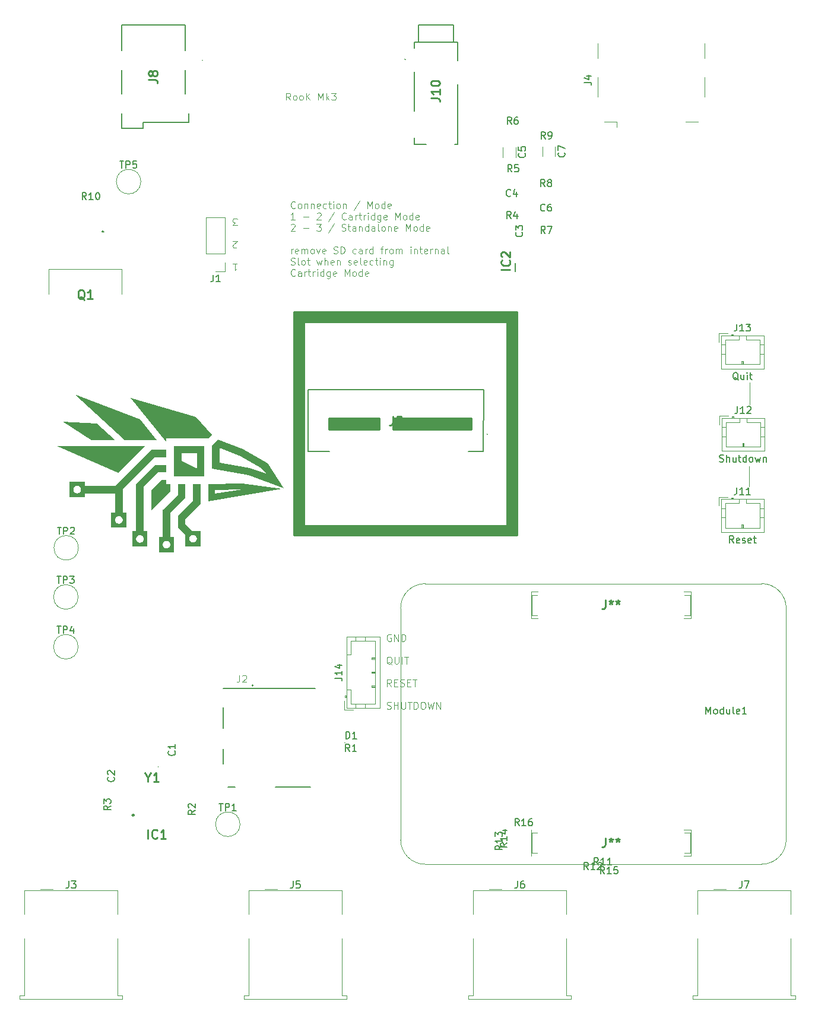
<source format=gbr>
%TF.GenerationSoftware,KiCad,Pcbnew,8.0.8*%
%TF.CreationDate,2025-08-13T22:48:38+02:00*%
%TF.ProjectId,RetroConsoleMk3,52657472-6f43-46f6-9e73-6f6c654d6b33,rev?*%
%TF.SameCoordinates,PX237a085PY9f06730*%
%TF.FileFunction,Legend,Top*%
%TF.FilePolarity,Positive*%
%FSLAX46Y46*%
G04 Gerber Fmt 4.6, Leading zero omitted, Abs format (unit mm)*
G04 Created by KiCad (PCBNEW 8.0.8) date 2025-08-13 22:48:38*
%MOMM*%
%LPD*%
G01*
G04 APERTURE LIST*
%ADD10C,0.249999*%
%ADD11C,0.000000*%
%ADD12C,0.024999*%
%ADD13C,0.100000*%
%ADD14C,0.150000*%
%ADD15C,0.080000*%
%ADD16C,0.254000*%
%ADD17C,0.120000*%
%ADD18C,0.127000*%
%ADD19C,0.200000*%
%ADD20C,0.250000*%
G04 APERTURE END LIST*
D10*
X59450215Y77500000D02*
X59450215Y79100001D01*
X77149992Y94200000D02*
X77149992Y62400002D01*
D11*
G36*
X17199995Y78350000D02*
G01*
X19850422Y75940341D01*
X16476887Y75940341D01*
X12380671Y78590761D01*
X17199995Y78350000D01*
G37*
D12*
X77149992Y62400002D02*
X45349995Y62400002D01*
X45349995Y63800003D01*
X45349995Y92800000D01*
X46749995Y92800000D01*
X46749995Y63800003D01*
X75749991Y63800003D01*
X75749991Y92800000D01*
X46749995Y92800000D01*
X45349995Y92800000D01*
X45349995Y94200000D01*
X77149992Y94200000D01*
X77149992Y62400002D01*
G36*
X77149992Y62400002D02*
G01*
X45349995Y62400002D01*
X45349995Y63800003D01*
X45349995Y92800000D01*
X46749995Y92800000D01*
X46749995Y63800003D01*
X75749991Y63800003D01*
X75749991Y92800000D01*
X46749995Y92800000D01*
X45349995Y92800000D01*
X45349995Y94200000D01*
X77149992Y94200000D01*
X77149992Y62400002D01*
G37*
D11*
G36*
X23366996Y78916034D02*
G01*
X25801814Y75944462D01*
X21203047Y75944462D01*
X14074229Y82457353D01*
X23366996Y78916034D01*
G37*
D10*
X46749995Y92800000D02*
X46749995Y63800003D01*
X45349995Y94200000D02*
X77149992Y94200000D01*
D12*
X57550215Y77500000D02*
X50350195Y77500000D01*
X50350195Y79100001D01*
X57550215Y79100001D01*
X57550215Y77500000D01*
G36*
X57550215Y77500000D02*
G01*
X50350195Y77500000D01*
X50350195Y79100001D01*
X57550215Y79100001D01*
X57550215Y77500000D01*
G37*
D11*
G36*
X20291950Y71281753D02*
G01*
X11562330Y75128595D01*
X24145759Y75128595D01*
X20291950Y71281753D01*
G37*
G36*
X38057902Y74668515D02*
G01*
X41558000Y72639987D01*
X43884379Y69119485D01*
X38847379Y70926840D01*
X33646714Y71891195D01*
X33646714Y72715017D01*
X33646714Y74868048D01*
X34736320Y74868048D01*
X34736320Y72715017D01*
X39071647Y71961654D01*
X41320945Y71183468D01*
X40691422Y71982101D01*
X37714079Y73676947D01*
X34736320Y74868048D01*
X33646714Y74868048D01*
X33646714Y75128595D01*
X34462577Y76027325D01*
X38057902Y74668515D01*
G37*
G36*
X27154438Y73505609D02*
G01*
X25420469Y73505609D01*
X20904154Y68989090D01*
X20904154Y65660745D01*
X21445039Y65660745D01*
X21445039Y63496667D01*
X19281083Y63496667D01*
X19281083Y64578726D01*
X19821974Y64578726D01*
X19822678Y64550902D01*
X19824769Y64523442D01*
X19828212Y64496379D01*
X19832972Y64469747D01*
X19839017Y64443581D01*
X19846312Y64417914D01*
X19854822Y64392781D01*
X19864513Y64368215D01*
X19875352Y64344252D01*
X19887305Y64320925D01*
X19900336Y64298267D01*
X19914413Y64276314D01*
X19929500Y64255100D01*
X19945564Y64234657D01*
X19962571Y64215022D01*
X19980487Y64196227D01*
X19999277Y64178306D01*
X20018907Y64161295D01*
X20039343Y64145227D01*
X20060552Y64130136D01*
X20082499Y64116056D01*
X20105149Y64103022D01*
X20128469Y64091067D01*
X20152425Y64080225D01*
X20176982Y64070532D01*
X20202106Y64062020D01*
X20227764Y64054724D01*
X20253921Y64048678D01*
X20280543Y64043916D01*
X20307596Y64040473D01*
X20335046Y64038381D01*
X20362858Y64037677D01*
X20390708Y64038381D01*
X20418192Y64040473D01*
X20445278Y64043916D01*
X20471931Y64048678D01*
X20498116Y64054724D01*
X20523800Y64062020D01*
X20548950Y64070532D01*
X20573529Y64080225D01*
X20597506Y64091067D01*
X20620845Y64103022D01*
X20643513Y64116056D01*
X20665475Y64130136D01*
X20686698Y64145227D01*
X20707148Y64161295D01*
X20726789Y64178306D01*
X20745590Y64196227D01*
X20763514Y64215022D01*
X20780529Y64234657D01*
X20796600Y64255100D01*
X20811693Y64276314D01*
X20825775Y64298267D01*
X20838811Y64320925D01*
X20850766Y64344252D01*
X20861608Y64368215D01*
X20871302Y64392781D01*
X20879814Y64417914D01*
X20887109Y64443581D01*
X20893155Y64469747D01*
X20897916Y64496379D01*
X20901359Y64523442D01*
X20903450Y64550902D01*
X20904154Y64578726D01*
X20903450Y64606550D01*
X20901359Y64634010D01*
X20897916Y64661073D01*
X20893155Y64687704D01*
X20887109Y64713870D01*
X20879814Y64739535D01*
X20871302Y64764667D01*
X20861608Y64789232D01*
X20850766Y64813194D01*
X20838811Y64836520D01*
X20825775Y64859175D01*
X20811693Y64881126D01*
X20796600Y64902339D01*
X20780529Y64922780D01*
X20763514Y64942414D01*
X20745590Y64961207D01*
X20726789Y64979125D01*
X20707148Y64996134D01*
X20686698Y65012201D01*
X20665475Y65027290D01*
X20643513Y65041368D01*
X20620845Y65054400D01*
X20597506Y65066354D01*
X20573529Y65077194D01*
X20548950Y65086886D01*
X20523800Y65095397D01*
X20498116Y65102691D01*
X20471931Y65108736D01*
X20445278Y65113497D01*
X20418192Y65116940D01*
X20390708Y65119031D01*
X20362858Y65119736D01*
X20335046Y65119031D01*
X20307596Y65116940D01*
X20280543Y65113497D01*
X20253921Y65108736D01*
X20227764Y65102691D01*
X20202106Y65095397D01*
X20176982Y65086886D01*
X20152425Y65077194D01*
X20128469Y65066354D01*
X20105149Y65054400D01*
X20082499Y65041368D01*
X20060552Y65027290D01*
X20039343Y65012201D01*
X20018907Y64996134D01*
X19999277Y64979125D01*
X19980487Y64961207D01*
X19962571Y64942414D01*
X19945564Y64922780D01*
X19929500Y64902339D01*
X19914413Y64881126D01*
X19900336Y64859175D01*
X19887305Y64836520D01*
X19875352Y64813194D01*
X19864513Y64789232D01*
X19854822Y64764667D01*
X19846312Y64739535D01*
X19839017Y64713870D01*
X19832972Y64687704D01*
X19828212Y64661073D01*
X19824769Y64634010D01*
X19822678Y64606550D01*
X19821974Y64578726D01*
X19281083Y64578726D01*
X19281083Y65660745D01*
X19821974Y65660745D01*
X19821974Y68365875D01*
X15493647Y68365875D01*
X15493647Y67824865D01*
X13329688Y67824865D01*
X13329688Y68906885D01*
X13870579Y68906885D01*
X13871283Y68879061D01*
X13873374Y68851601D01*
X13876817Y68824539D01*
X13881578Y68797907D01*
X13887624Y68771742D01*
X13894919Y68746076D01*
X13903431Y68720944D01*
X13913124Y68696380D01*
X13923966Y68672418D01*
X13935922Y68649092D01*
X13948957Y68626437D01*
X13963038Y68604485D01*
X13978132Y68583272D01*
X13994203Y68562832D01*
X14011217Y68543198D01*
X14029142Y68524405D01*
X14047942Y68506487D01*
X14067584Y68489477D01*
X14088033Y68473411D01*
X14109256Y68458322D01*
X14131218Y68444243D01*
X14153886Y68431211D01*
X14177226Y68419257D01*
X14201203Y68408417D01*
X14225783Y68398725D01*
X14250932Y68390214D01*
X14276617Y68382919D01*
X14302803Y68376874D01*
X14329456Y68372113D01*
X14356542Y68368670D01*
X14384028Y68366580D01*
X14411878Y68365875D01*
X14439690Y68366580D01*
X14467140Y68368670D01*
X14494192Y68372113D01*
X14520814Y68376874D01*
X14546971Y68382919D01*
X14572629Y68390214D01*
X14597753Y68398725D01*
X14622310Y68408417D01*
X14646266Y68419257D01*
X14669586Y68431211D01*
X14692236Y68444243D01*
X14714183Y68458322D01*
X14735392Y68473411D01*
X14755828Y68489477D01*
X14775458Y68506487D01*
X14794248Y68524405D01*
X14812164Y68543198D01*
X14829171Y68562832D01*
X14845235Y68583272D01*
X14860323Y68604485D01*
X14874399Y68626437D01*
X14887431Y68649092D01*
X14899383Y68672418D01*
X14910222Y68696380D01*
X14919914Y68720944D01*
X14928424Y68746076D01*
X14935719Y68771742D01*
X14941764Y68797907D01*
X14946525Y68824539D01*
X14949967Y68851601D01*
X14952058Y68879061D01*
X14952763Y68906885D01*
X14952058Y68934708D01*
X14949967Y68962168D01*
X14946525Y68989232D01*
X14941764Y69015864D01*
X14935719Y69042030D01*
X14928424Y69067697D01*
X14919914Y69092830D01*
X14910222Y69117396D01*
X14899383Y69141359D01*
X14887431Y69164687D01*
X14874399Y69187344D01*
X14860323Y69209297D01*
X14845235Y69230512D01*
X14829171Y69250954D01*
X14812164Y69270590D01*
X14794248Y69289385D01*
X14775458Y69307306D01*
X14755828Y69324317D01*
X14735392Y69340385D01*
X14714183Y69355477D01*
X14692236Y69369557D01*
X14669586Y69382591D01*
X14646266Y69394546D01*
X14622310Y69405388D01*
X14597753Y69415082D01*
X14572629Y69423594D01*
X14546971Y69430890D01*
X14520814Y69436936D01*
X14494192Y69441698D01*
X14467140Y69445141D01*
X14439690Y69447232D01*
X14411878Y69447937D01*
X14384028Y69447232D01*
X14356542Y69445141D01*
X14329456Y69441698D01*
X14302803Y69436936D01*
X14276617Y69430890D01*
X14250932Y69423594D01*
X14225783Y69415082D01*
X14201203Y69405388D01*
X14177226Y69394546D01*
X14153886Y69382591D01*
X14131218Y69369557D01*
X14109256Y69355477D01*
X14088033Y69340385D01*
X14067584Y69324317D01*
X14047942Y69307306D01*
X14029142Y69289385D01*
X14011217Y69270590D01*
X13994203Y69250954D01*
X13978132Y69230512D01*
X13963038Y69209297D01*
X13948957Y69187344D01*
X13935922Y69164687D01*
X13923966Y69141359D01*
X13913124Y69117396D01*
X13903431Y69092830D01*
X13894919Y69067697D01*
X13887624Y69042030D01*
X13881578Y69015864D01*
X13876817Y68989232D01*
X13873374Y68962168D01*
X13871283Y68934708D01*
X13870579Y68906885D01*
X13329688Y68906885D01*
X13329688Y69988943D01*
X15493647Y69988943D01*
X15493647Y69447937D01*
X19832688Y69447937D01*
X24972343Y74587710D01*
X24990067Y74569983D01*
X24990067Y74587710D01*
X27154438Y74587710D01*
X27154438Y73505609D01*
G37*
D13*
X110299995Y72250000D02*
X110299995Y69350000D01*
D11*
G36*
X27154438Y69718417D02*
G01*
X27695323Y69718417D01*
X27695323Y68636401D01*
X24988007Y65931271D01*
X24996662Y68852426D01*
X26447407Y70259469D01*
X27154438Y70259469D01*
X27154438Y69718417D01*
G37*
G36*
X57550215Y77500000D02*
G01*
X50350195Y77500000D01*
X50350195Y79100001D01*
X57550215Y79100001D01*
X57550215Y77500000D01*
G37*
G36*
X27154438Y71341528D02*
G01*
X25966300Y71341528D01*
X23879438Y69254873D01*
X23879438Y62955615D01*
X24449183Y62955615D01*
X24449183Y60791537D01*
X22285227Y60791537D01*
X22285227Y61873596D01*
X22826112Y61873596D01*
X22826816Y61845772D01*
X22828907Y61818312D01*
X22832350Y61791248D01*
X22837111Y61764616D01*
X22843155Y61738450D01*
X22850450Y61712783D01*
X22858960Y61687649D01*
X22868652Y61663084D01*
X22879491Y61639120D01*
X22891443Y61615793D01*
X22904474Y61593135D01*
X22918551Y61571182D01*
X22933638Y61549967D01*
X22949703Y61529525D01*
X22966710Y61509889D01*
X22984625Y61491094D01*
X23003415Y61473174D01*
X23023045Y61456162D01*
X23043482Y61440094D01*
X23064690Y61425003D01*
X23086637Y61410923D01*
X23109287Y61397889D01*
X23132607Y61385934D01*
X23156563Y61375092D01*
X23181120Y61365398D01*
X23206245Y61356887D01*
X23231902Y61349591D01*
X23258059Y61343545D01*
X23284681Y61338783D01*
X23311734Y61335339D01*
X23339184Y61333248D01*
X23366996Y61332544D01*
X23394846Y61333248D01*
X23422331Y61335339D01*
X23449416Y61338783D01*
X23476069Y61343545D01*
X23502255Y61349591D01*
X23527939Y61356887D01*
X23553088Y61365398D01*
X23577669Y61375092D01*
X23601645Y61385934D01*
X23624985Y61397889D01*
X23647653Y61410923D01*
X23669615Y61425003D01*
X23690839Y61440094D01*
X23711288Y61456162D01*
X23730930Y61473174D01*
X23749731Y61491094D01*
X23767656Y61509889D01*
X23784671Y61529525D01*
X23800742Y61549967D01*
X23815836Y61571182D01*
X23829918Y61593135D01*
X23842953Y61615793D01*
X23854909Y61639120D01*
X23865751Y61663084D01*
X23875445Y61687649D01*
X23883957Y61712783D01*
X23891253Y61738450D01*
X23897299Y61764616D01*
X23902060Y61791248D01*
X23905503Y61818312D01*
X23907594Y61845772D01*
X23908299Y61873596D01*
X23907594Y61901419D01*
X23905503Y61928879D01*
X23902060Y61955942D01*
X23897299Y61982573D01*
X23891253Y62008739D01*
X23883957Y62034405D01*
X23875445Y62059537D01*
X23865751Y62084101D01*
X23854909Y62108063D01*
X23842953Y62131389D01*
X23829918Y62154045D01*
X23815836Y62175996D01*
X23800742Y62197209D01*
X23784671Y62217650D01*
X23767656Y62237284D01*
X23749731Y62256077D01*
X23730930Y62273995D01*
X23711288Y62291005D01*
X23690839Y62307072D01*
X23669615Y62322161D01*
X23647653Y62336239D01*
X23624985Y62349272D01*
X23601645Y62361226D01*
X23577669Y62372066D01*
X23553088Y62381758D01*
X23527939Y62390269D01*
X23502255Y62397564D01*
X23476069Y62403609D01*
X23449416Y62408370D01*
X23422331Y62411813D01*
X23394846Y62413904D01*
X23366996Y62414609D01*
X23339184Y62413904D01*
X23311734Y62411813D01*
X23284681Y62408370D01*
X23258059Y62403609D01*
X23231902Y62397564D01*
X23206245Y62390269D01*
X23181120Y62381758D01*
X23156563Y62372066D01*
X23132607Y62361226D01*
X23109287Y62349272D01*
X23086637Y62336239D01*
X23064690Y62322161D01*
X23043482Y62307072D01*
X23023045Y62291005D01*
X23003415Y62273995D01*
X22984625Y62256077D01*
X22966710Y62237284D01*
X22949703Y62217650D01*
X22933638Y62197209D01*
X22918551Y62175996D01*
X22904474Y62154045D01*
X22891443Y62131389D01*
X22879491Y62108063D01*
X22868652Y62084101D01*
X22858960Y62059537D01*
X22850450Y62034405D01*
X22843155Y62008739D01*
X22837111Y61982573D01*
X22832350Y61955942D01*
X22828907Y61928879D01*
X22826816Y61901419D01*
X22826112Y61873596D01*
X22285227Y61873596D01*
X22285227Y62955615D01*
X22797669Y62955615D01*
X22797669Y69718417D01*
X22812922Y69718417D01*
X25518174Y72423550D01*
X25531367Y72410440D01*
X25531367Y72423550D01*
X27154438Y72423550D01*
X27154438Y71341528D01*
G37*
G36*
X32023643Y66849911D02*
G01*
X32012928Y66849911D01*
X29859272Y64696466D01*
X29859272Y63975915D01*
X30849528Y62985916D01*
X32023643Y62985916D01*
X32023643Y60821838D01*
X29859272Y60821838D01*
X29859272Y61903900D01*
X30400578Y61903900D01*
X30401282Y61876076D01*
X30403373Y61848616D01*
X30406816Y61821552D01*
X30411577Y61794920D01*
X30417621Y61768753D01*
X30424916Y61743086D01*
X30433426Y61717953D01*
X30443118Y61693388D01*
X30453957Y61669424D01*
X30465909Y61646097D01*
X30478940Y61623439D01*
X30493017Y61601486D01*
X30508104Y61580271D01*
X30524169Y61559829D01*
X30541175Y61540193D01*
X30559091Y61521398D01*
X30577881Y61503478D01*
X30597511Y61486466D01*
X30617948Y61470398D01*
X30639156Y61455307D01*
X30661103Y61441227D01*
X30683753Y61428193D01*
X30707073Y61416238D01*
X30731029Y61405396D01*
X30755586Y61395702D01*
X30780711Y61387191D01*
X30806368Y61379895D01*
X30832525Y61373849D01*
X30859147Y61369087D01*
X30886200Y61365643D01*
X30913650Y61363552D01*
X30941462Y61362848D01*
X30969274Y61363552D01*
X30996724Y61365643D01*
X31023777Y61369087D01*
X31050399Y61373849D01*
X31076556Y61379895D01*
X31102214Y61387191D01*
X31127338Y61395702D01*
X31151895Y61405396D01*
X31175851Y61416238D01*
X31199171Y61428193D01*
X31221821Y61441227D01*
X31243768Y61455307D01*
X31264977Y61470398D01*
X31285413Y61486466D01*
X31305043Y61503478D01*
X31323833Y61521398D01*
X31341749Y61540193D01*
X31358756Y61559829D01*
X31374820Y61580271D01*
X31389907Y61601486D01*
X31403984Y61623439D01*
X31417015Y61646097D01*
X31428968Y61669424D01*
X31439807Y61693388D01*
X31449498Y61717953D01*
X31458008Y61743086D01*
X31465303Y61768753D01*
X31471348Y61794920D01*
X31476108Y61821552D01*
X31479551Y61848616D01*
X31481642Y61876076D01*
X31482346Y61903900D01*
X31481642Y61931723D01*
X31479551Y61959183D01*
X31476108Y61986246D01*
X31471348Y62012877D01*
X31465303Y62039043D01*
X31458008Y62064708D01*
X31449498Y62089840D01*
X31439807Y62114404D01*
X31428968Y62138366D01*
X31417015Y62161692D01*
X31403984Y62184348D01*
X31389907Y62206299D01*
X31374820Y62227512D01*
X31358756Y62247952D01*
X31341749Y62267586D01*
X31323833Y62286379D01*
X31305043Y62304298D01*
X31285413Y62321307D01*
X31264977Y62337374D01*
X31243768Y62352463D01*
X31221821Y62366541D01*
X31199171Y62379574D01*
X31175851Y62391527D01*
X31151895Y62402367D01*
X31127338Y62412060D01*
X31102214Y62420570D01*
X31076556Y62427865D01*
X31050399Y62433910D01*
X31023777Y62438671D01*
X30996724Y62442114D01*
X30969274Y62444205D01*
X30941462Y62444909D01*
X30913650Y62444205D01*
X30886200Y62442114D01*
X30859147Y62438671D01*
X30832525Y62433910D01*
X30806368Y62427865D01*
X30780711Y62420570D01*
X30755586Y62412060D01*
X30731029Y62402367D01*
X30707073Y62391527D01*
X30683753Y62379574D01*
X30661103Y62366541D01*
X30639156Y62352463D01*
X30617948Y62337374D01*
X30597511Y62321307D01*
X30577881Y62304298D01*
X30559091Y62286379D01*
X30541175Y62267586D01*
X30524169Y62247952D01*
X30508104Y62227512D01*
X30493017Y62206299D01*
X30478940Y62184348D01*
X30465909Y62161692D01*
X30453957Y62138366D01*
X30443118Y62114404D01*
X30433426Y62089840D01*
X30424916Y62064708D01*
X30417621Y62039043D01*
X30411577Y62012877D01*
X30406816Y61986246D01*
X30403373Y61959183D01*
X30401282Y61931723D01*
X30400578Y61903900D01*
X29859272Y61903900D01*
X29859272Y62445648D01*
X28778330Y63526968D01*
X28777503Y63526968D01*
X28777503Y65129303D01*
X28769676Y65136966D01*
X28777503Y65144678D01*
X28777503Y65210269D01*
X28843055Y65210269D01*
X30941462Y67308755D01*
X30941462Y69718417D01*
X32023643Y69718417D01*
X32023643Y66849911D01*
G37*
D10*
X77149992Y62400002D02*
X45349995Y62400002D01*
D11*
G36*
X32564527Y70800482D02*
G01*
X28236207Y70800482D01*
X28236207Y72964602D01*
X28236207Y74046618D01*
X29318388Y74046618D01*
X29318388Y72964602D01*
X31482346Y71882541D01*
X31482346Y74046618D01*
X29318388Y74046618D01*
X28236207Y74046618D01*
X28236207Y75128595D01*
X32564527Y75128595D01*
X32564527Y70800482D01*
G37*
D10*
X57550215Y79100001D02*
X57550215Y77500000D01*
D11*
G36*
X31349595Y79267692D02*
G01*
X33646714Y76751665D01*
X33105412Y76210780D01*
X27154438Y76210780D01*
X27154438Y75669896D01*
X22032511Y81929655D01*
X31349595Y79267692D01*
G37*
D10*
X70650214Y79100001D02*
X59450215Y79100001D01*
X50350195Y77500000D02*
X50350195Y79100001D01*
X45349995Y62400002D02*
X45349995Y94200000D01*
D11*
G36*
X43648576Y69024832D02*
G01*
X33105412Y67192212D01*
X33105412Y68363357D01*
X34095255Y68363357D01*
X37988639Y68958871D01*
X34095255Y68821423D01*
X34095255Y68363357D01*
X33105412Y68363357D01*
X33105412Y68821423D01*
X33105412Y69718417D01*
X37974632Y69772549D01*
X43648576Y69024832D01*
G37*
D12*
X70650214Y77500000D02*
X59450215Y77500000D01*
X59450215Y79100001D01*
X70650214Y79100001D01*
X70650214Y77500000D01*
G36*
X70650214Y77500000D02*
G01*
X59450215Y77500000D01*
X59450215Y79100001D01*
X70650214Y79100001D01*
X70650214Y77500000D01*
G37*
D10*
X57550215Y79100001D02*
X50350195Y79100001D01*
X75749991Y63800003D02*
X75749991Y92800000D01*
D11*
G36*
X70650214Y77500000D02*
G01*
X59450215Y77500000D01*
X59450215Y79100001D01*
X70650214Y79100001D01*
X70650214Y77500000D01*
G37*
D13*
X110349995Y84150000D02*
X110349995Y81050000D01*
D10*
X70650214Y79100001D02*
X70650214Y77500000D01*
X57550215Y77500000D02*
X50350195Y77500000D01*
X70650214Y77500000D02*
X59450215Y77500000D01*
D11*
G36*
X29859272Y67711618D02*
G01*
X29858454Y67711618D01*
X29859272Y67710669D01*
X27695323Y65546591D01*
X27695323Y62144082D01*
X28236207Y62144082D01*
X28236207Y59980002D01*
X26072251Y59980002D01*
X26072251Y61062060D01*
X26613136Y61062060D01*
X26613840Y61034237D01*
X26615931Y61006776D01*
X26619374Y60979713D01*
X26624136Y60953082D01*
X26630181Y60926915D01*
X26637477Y60901248D01*
X26645989Y60876115D01*
X26655683Y60851550D01*
X26666525Y60827586D01*
X26678481Y60804259D01*
X26691517Y60781602D01*
X26705598Y60759649D01*
X26720692Y60738434D01*
X26736763Y60717992D01*
X26753779Y60698356D01*
X26771703Y60679561D01*
X26790504Y60661641D01*
X26810146Y60644630D01*
X26830596Y60628561D01*
X26851819Y60613470D01*
X26873782Y60599390D01*
X26896450Y60586356D01*
X26919789Y60574401D01*
X26943766Y60563560D01*
X26968346Y60553866D01*
X26993495Y60545354D01*
X27019180Y60538058D01*
X27045365Y60532012D01*
X27072018Y60527250D01*
X27099104Y60523807D01*
X27126588Y60521716D01*
X27154438Y60521011D01*
X27182250Y60521716D01*
X27209699Y60523807D01*
X27236751Y60527250D01*
X27263373Y60532012D01*
X27289530Y60538058D01*
X27315187Y60545354D01*
X27340312Y60553866D01*
X27364869Y60563560D01*
X27388824Y60574401D01*
X27412145Y60586356D01*
X27434795Y60599390D01*
X27456741Y60613470D01*
X27477950Y60628561D01*
X27498387Y60644630D01*
X27518017Y60661641D01*
X27536807Y60679561D01*
X27554723Y60698356D01*
X27571730Y60717992D01*
X27587794Y60738434D01*
X27602882Y60759649D01*
X27616958Y60781602D01*
X27629990Y60804259D01*
X27641943Y60827586D01*
X27652782Y60851550D01*
X27662474Y60876115D01*
X27670984Y60901248D01*
X27678279Y60926915D01*
X27684323Y60953082D01*
X27689084Y60979713D01*
X27692527Y61006776D01*
X27694618Y61034237D01*
X27695323Y61062060D01*
X27694618Y61089884D01*
X27692527Y61117344D01*
X27689084Y61144407D01*
X27684323Y61171038D01*
X27678279Y61197204D01*
X27670984Y61222870D01*
X27662474Y61248002D01*
X27652782Y61272566D01*
X27641943Y61296528D01*
X27629990Y61319854D01*
X27616958Y61342510D01*
X27602882Y61364461D01*
X27587794Y61385674D01*
X27571730Y61406114D01*
X27554723Y61425748D01*
X27536807Y61444541D01*
X27518017Y61462459D01*
X27498387Y61479469D01*
X27477950Y61495535D01*
X27456741Y61510624D01*
X27434795Y61524702D01*
X27412145Y61537735D01*
X27388824Y61549688D01*
X27364869Y61560528D01*
X27340312Y61570220D01*
X27315187Y61578731D01*
X27289530Y61586026D01*
X27263373Y61592071D01*
X27236751Y61596832D01*
X27209699Y61600275D01*
X27182250Y61602365D01*
X27154438Y61603070D01*
X27126588Y61602365D01*
X27099104Y61600275D01*
X27072018Y61596832D01*
X27045365Y61592071D01*
X27019180Y61586026D01*
X26993495Y61578731D01*
X26968346Y61570220D01*
X26943766Y61560528D01*
X26919789Y61549688D01*
X26896450Y61537735D01*
X26873782Y61524702D01*
X26851819Y61510624D01*
X26830596Y61495535D01*
X26810146Y61479469D01*
X26790504Y61462459D01*
X26771703Y61444541D01*
X26753779Y61425748D01*
X26736763Y61406114D01*
X26720692Y61385674D01*
X26705598Y61364461D01*
X26691517Y61342510D01*
X26678481Y61319854D01*
X26666525Y61296528D01*
X26655683Y61272566D01*
X26645989Y61248002D01*
X26637477Y61222870D01*
X26630181Y61197204D01*
X26624136Y61171038D01*
X26619374Y61144407D01*
X26615931Y61117344D01*
X26613840Y61089884D01*
X26613136Y61062060D01*
X26072251Y61062060D01*
X26072251Y62144082D01*
X26613136Y62144082D01*
X26613136Y65987094D01*
X26609428Y65990924D01*
X26613136Y65994760D01*
X26613136Y66042706D01*
X26661375Y66042706D01*
X28777503Y68158877D01*
X28777503Y69718417D01*
X29859272Y69718417D01*
X29859272Y67711618D01*
G37*
D10*
X46749995Y63800003D02*
X75749991Y63800003D01*
X75749991Y92800000D02*
X46749995Y92800000D01*
D13*
X36622301Y101132644D02*
X37193729Y101132644D01*
X36908015Y101132644D02*
X36908015Y100132644D01*
X36908015Y100132644D02*
X37003253Y100275501D01*
X37003253Y100275501D02*
X37098491Y100370739D01*
X37098491Y100370739D02*
X37193729Y100418358D01*
X37193729Y103447770D02*
X37146110Y103400151D01*
X37146110Y103400151D02*
X37050872Y103352532D01*
X37050872Y103352532D02*
X36812777Y103352532D01*
X36812777Y103352532D02*
X36717539Y103400151D01*
X36717539Y103400151D02*
X36669920Y103447770D01*
X36669920Y103447770D02*
X36622301Y103543008D01*
X36622301Y103543008D02*
X36622301Y103638246D01*
X36622301Y103638246D02*
X36669920Y103781103D01*
X36669920Y103781103D02*
X37241348Y104352532D01*
X37241348Y104352532D02*
X36622301Y104352532D01*
X37241348Y106572420D02*
X36622301Y106572420D01*
X36622301Y106572420D02*
X36955634Y106953372D01*
X36955634Y106953372D02*
X36812777Y106953372D01*
X36812777Y106953372D02*
X36717539Y107000991D01*
X36717539Y107000991D02*
X36669920Y107048610D01*
X36669920Y107048610D02*
X36622301Y107143848D01*
X36622301Y107143848D02*
X36622301Y107381943D01*
X36622301Y107381943D02*
X36669920Y107477181D01*
X36669920Y107477181D02*
X36717539Y107524800D01*
X36717539Y107524800D02*
X36812777Y107572420D01*
X36812777Y107572420D02*
X37098491Y107572420D01*
X37098491Y107572420D02*
X37193729Y107524800D01*
X37193729Y107524800D02*
X37241348Y107477181D01*
X59177688Y48239626D02*
X59082450Y48287245D01*
X59082450Y48287245D02*
X58939593Y48287245D01*
X58939593Y48287245D02*
X58796736Y48239626D01*
X58796736Y48239626D02*
X58701498Y48144388D01*
X58701498Y48144388D02*
X58653879Y48049150D01*
X58653879Y48049150D02*
X58606260Y47858674D01*
X58606260Y47858674D02*
X58606260Y47715817D01*
X58606260Y47715817D02*
X58653879Y47525341D01*
X58653879Y47525341D02*
X58701498Y47430103D01*
X58701498Y47430103D02*
X58796736Y47334864D01*
X58796736Y47334864D02*
X58939593Y47287245D01*
X58939593Y47287245D02*
X59034831Y47287245D01*
X59034831Y47287245D02*
X59177688Y47334864D01*
X59177688Y47334864D02*
X59225307Y47382484D01*
X59225307Y47382484D02*
X59225307Y47715817D01*
X59225307Y47715817D02*
X59034831Y47715817D01*
X59653879Y47287245D02*
X59653879Y48287245D01*
X59653879Y48287245D02*
X60225307Y47287245D01*
X60225307Y47287245D02*
X60225307Y48287245D01*
X60701498Y47287245D02*
X60701498Y48287245D01*
X60701498Y48287245D02*
X60939593Y48287245D01*
X60939593Y48287245D02*
X61082450Y48239626D01*
X61082450Y48239626D02*
X61177688Y48144388D01*
X61177688Y48144388D02*
X61225307Y48049150D01*
X61225307Y48049150D02*
X61272926Y47858674D01*
X61272926Y47858674D02*
X61272926Y47715817D01*
X61272926Y47715817D02*
X61225307Y47525341D01*
X61225307Y47525341D02*
X61177688Y47430103D01*
X61177688Y47430103D02*
X61082450Y47334864D01*
X61082450Y47334864D02*
X60939593Y47287245D01*
X60939593Y47287245D02*
X60701498Y47287245D01*
X59320545Y43972119D02*
X59225307Y44019738D01*
X59225307Y44019738D02*
X59130069Y44114976D01*
X59130069Y44114976D02*
X58987212Y44257834D01*
X58987212Y44257834D02*
X58891974Y44305453D01*
X58891974Y44305453D02*
X58796736Y44305453D01*
X58844355Y44067357D02*
X58749117Y44114976D01*
X58749117Y44114976D02*
X58653879Y44210215D01*
X58653879Y44210215D02*
X58606260Y44400691D01*
X58606260Y44400691D02*
X58606260Y44734024D01*
X58606260Y44734024D02*
X58653879Y44924500D01*
X58653879Y44924500D02*
X58749117Y45019738D01*
X58749117Y45019738D02*
X58844355Y45067357D01*
X58844355Y45067357D02*
X59034831Y45067357D01*
X59034831Y45067357D02*
X59130069Y45019738D01*
X59130069Y45019738D02*
X59225307Y44924500D01*
X59225307Y44924500D02*
X59272926Y44734024D01*
X59272926Y44734024D02*
X59272926Y44400691D01*
X59272926Y44400691D02*
X59225307Y44210215D01*
X59225307Y44210215D02*
X59130069Y44114976D01*
X59130069Y44114976D02*
X59034831Y44067357D01*
X59034831Y44067357D02*
X58844355Y44067357D01*
X59701498Y45067357D02*
X59701498Y44257834D01*
X59701498Y44257834D02*
X59749117Y44162596D01*
X59749117Y44162596D02*
X59796736Y44114976D01*
X59796736Y44114976D02*
X59891974Y44067357D01*
X59891974Y44067357D02*
X60082450Y44067357D01*
X60082450Y44067357D02*
X60177688Y44114976D01*
X60177688Y44114976D02*
X60225307Y44162596D01*
X60225307Y44162596D02*
X60272926Y44257834D01*
X60272926Y44257834D02*
X60272926Y45067357D01*
X60749117Y44067357D02*
X60749117Y45067357D01*
X61082450Y45067357D02*
X61653878Y45067357D01*
X61368164Y44067357D02*
X61368164Y45067357D01*
X59225307Y40847469D02*
X58891974Y41323660D01*
X58653879Y40847469D02*
X58653879Y41847469D01*
X58653879Y41847469D02*
X59034831Y41847469D01*
X59034831Y41847469D02*
X59130069Y41799850D01*
X59130069Y41799850D02*
X59177688Y41752231D01*
X59177688Y41752231D02*
X59225307Y41656993D01*
X59225307Y41656993D02*
X59225307Y41514136D01*
X59225307Y41514136D02*
X59177688Y41418898D01*
X59177688Y41418898D02*
X59130069Y41371279D01*
X59130069Y41371279D02*
X59034831Y41323660D01*
X59034831Y41323660D02*
X58653879Y41323660D01*
X59653879Y41371279D02*
X59987212Y41371279D01*
X60130069Y40847469D02*
X59653879Y40847469D01*
X59653879Y40847469D02*
X59653879Y41847469D01*
X59653879Y41847469D02*
X60130069Y41847469D01*
X60511022Y40895088D02*
X60653879Y40847469D01*
X60653879Y40847469D02*
X60891974Y40847469D01*
X60891974Y40847469D02*
X60987212Y40895088D01*
X60987212Y40895088D02*
X61034831Y40942708D01*
X61034831Y40942708D02*
X61082450Y41037946D01*
X61082450Y41037946D02*
X61082450Y41133184D01*
X61082450Y41133184D02*
X61034831Y41228422D01*
X61034831Y41228422D02*
X60987212Y41276041D01*
X60987212Y41276041D02*
X60891974Y41323660D01*
X60891974Y41323660D02*
X60701498Y41371279D01*
X60701498Y41371279D02*
X60606260Y41418898D01*
X60606260Y41418898D02*
X60558641Y41466517D01*
X60558641Y41466517D02*
X60511022Y41561755D01*
X60511022Y41561755D02*
X60511022Y41656993D01*
X60511022Y41656993D02*
X60558641Y41752231D01*
X60558641Y41752231D02*
X60606260Y41799850D01*
X60606260Y41799850D02*
X60701498Y41847469D01*
X60701498Y41847469D02*
X60939593Y41847469D01*
X60939593Y41847469D02*
X61082450Y41799850D01*
X61511022Y41371279D02*
X61844355Y41371279D01*
X61987212Y40847469D02*
X61511022Y40847469D01*
X61511022Y40847469D02*
X61511022Y41847469D01*
X61511022Y41847469D02*
X61987212Y41847469D01*
X62272927Y41847469D02*
X62844355Y41847469D01*
X62558641Y40847469D02*
X62558641Y41847469D01*
X58606260Y37675200D02*
X58749117Y37627581D01*
X58749117Y37627581D02*
X58987212Y37627581D01*
X58987212Y37627581D02*
X59082450Y37675200D01*
X59082450Y37675200D02*
X59130069Y37722820D01*
X59130069Y37722820D02*
X59177688Y37818058D01*
X59177688Y37818058D02*
X59177688Y37913296D01*
X59177688Y37913296D02*
X59130069Y38008534D01*
X59130069Y38008534D02*
X59082450Y38056153D01*
X59082450Y38056153D02*
X58987212Y38103772D01*
X58987212Y38103772D02*
X58796736Y38151391D01*
X58796736Y38151391D02*
X58701498Y38199010D01*
X58701498Y38199010D02*
X58653879Y38246629D01*
X58653879Y38246629D02*
X58606260Y38341867D01*
X58606260Y38341867D02*
X58606260Y38437105D01*
X58606260Y38437105D02*
X58653879Y38532343D01*
X58653879Y38532343D02*
X58701498Y38579962D01*
X58701498Y38579962D02*
X58796736Y38627581D01*
X58796736Y38627581D02*
X59034831Y38627581D01*
X59034831Y38627581D02*
X59177688Y38579962D01*
X59606260Y37627581D02*
X59606260Y38627581D01*
X59606260Y38151391D02*
X60177688Y38151391D01*
X60177688Y37627581D02*
X60177688Y38627581D01*
X60653879Y38627581D02*
X60653879Y37818058D01*
X60653879Y37818058D02*
X60701498Y37722820D01*
X60701498Y37722820D02*
X60749117Y37675200D01*
X60749117Y37675200D02*
X60844355Y37627581D01*
X60844355Y37627581D02*
X61034831Y37627581D01*
X61034831Y37627581D02*
X61130069Y37675200D01*
X61130069Y37675200D02*
X61177688Y37722820D01*
X61177688Y37722820D02*
X61225307Y37818058D01*
X61225307Y37818058D02*
X61225307Y38627581D01*
X61558641Y38627581D02*
X62130069Y38627581D01*
X61844355Y37627581D02*
X61844355Y38627581D01*
X62463403Y37627581D02*
X62463403Y38627581D01*
X62463403Y38627581D02*
X62701498Y38627581D01*
X62701498Y38627581D02*
X62844355Y38579962D01*
X62844355Y38579962D02*
X62939593Y38484724D01*
X62939593Y38484724D02*
X62987212Y38389486D01*
X62987212Y38389486D02*
X63034831Y38199010D01*
X63034831Y38199010D02*
X63034831Y38056153D01*
X63034831Y38056153D02*
X62987212Y37865677D01*
X62987212Y37865677D02*
X62939593Y37770439D01*
X62939593Y37770439D02*
X62844355Y37675200D01*
X62844355Y37675200D02*
X62701498Y37627581D01*
X62701498Y37627581D02*
X62463403Y37627581D01*
X63653879Y38627581D02*
X63844355Y38627581D01*
X63844355Y38627581D02*
X63939593Y38579962D01*
X63939593Y38579962D02*
X64034831Y38484724D01*
X64034831Y38484724D02*
X64082450Y38294248D01*
X64082450Y38294248D02*
X64082450Y37960915D01*
X64082450Y37960915D02*
X64034831Y37770439D01*
X64034831Y37770439D02*
X63939593Y37675200D01*
X63939593Y37675200D02*
X63844355Y37627581D01*
X63844355Y37627581D02*
X63653879Y37627581D01*
X63653879Y37627581D02*
X63558641Y37675200D01*
X63558641Y37675200D02*
X63463403Y37770439D01*
X63463403Y37770439D02*
X63415784Y37960915D01*
X63415784Y37960915D02*
X63415784Y38294248D01*
X63415784Y38294248D02*
X63463403Y38484724D01*
X63463403Y38484724D02*
X63558641Y38579962D01*
X63558641Y38579962D02*
X63653879Y38627581D01*
X64415784Y38627581D02*
X64653879Y37627581D01*
X64653879Y37627581D02*
X64844355Y38341867D01*
X64844355Y38341867D02*
X65034831Y37627581D01*
X65034831Y37627581D02*
X65272927Y38627581D01*
X65653879Y37627581D02*
X65653879Y38627581D01*
X65653879Y38627581D02*
X66225307Y37627581D01*
X66225307Y37627581D02*
X66225307Y38627581D01*
X44825307Y124427581D02*
X44491974Y124903772D01*
X44253879Y124427581D02*
X44253879Y125427581D01*
X44253879Y125427581D02*
X44634831Y125427581D01*
X44634831Y125427581D02*
X44730069Y125379962D01*
X44730069Y125379962D02*
X44777688Y125332343D01*
X44777688Y125332343D02*
X44825307Y125237105D01*
X44825307Y125237105D02*
X44825307Y125094248D01*
X44825307Y125094248D02*
X44777688Y124999010D01*
X44777688Y124999010D02*
X44730069Y124951391D01*
X44730069Y124951391D02*
X44634831Y124903772D01*
X44634831Y124903772D02*
X44253879Y124903772D01*
X45396736Y124427581D02*
X45301498Y124475200D01*
X45301498Y124475200D02*
X45253879Y124522820D01*
X45253879Y124522820D02*
X45206260Y124618058D01*
X45206260Y124618058D02*
X45206260Y124903772D01*
X45206260Y124903772D02*
X45253879Y124999010D01*
X45253879Y124999010D02*
X45301498Y125046629D01*
X45301498Y125046629D02*
X45396736Y125094248D01*
X45396736Y125094248D02*
X45539593Y125094248D01*
X45539593Y125094248D02*
X45634831Y125046629D01*
X45634831Y125046629D02*
X45682450Y124999010D01*
X45682450Y124999010D02*
X45730069Y124903772D01*
X45730069Y124903772D02*
X45730069Y124618058D01*
X45730069Y124618058D02*
X45682450Y124522820D01*
X45682450Y124522820D02*
X45634831Y124475200D01*
X45634831Y124475200D02*
X45539593Y124427581D01*
X45539593Y124427581D02*
X45396736Y124427581D01*
X46301498Y124427581D02*
X46206260Y124475200D01*
X46206260Y124475200D02*
X46158641Y124522820D01*
X46158641Y124522820D02*
X46111022Y124618058D01*
X46111022Y124618058D02*
X46111022Y124903772D01*
X46111022Y124903772D02*
X46158641Y124999010D01*
X46158641Y124999010D02*
X46206260Y125046629D01*
X46206260Y125046629D02*
X46301498Y125094248D01*
X46301498Y125094248D02*
X46444355Y125094248D01*
X46444355Y125094248D02*
X46539593Y125046629D01*
X46539593Y125046629D02*
X46587212Y124999010D01*
X46587212Y124999010D02*
X46634831Y124903772D01*
X46634831Y124903772D02*
X46634831Y124618058D01*
X46634831Y124618058D02*
X46587212Y124522820D01*
X46587212Y124522820D02*
X46539593Y124475200D01*
X46539593Y124475200D02*
X46444355Y124427581D01*
X46444355Y124427581D02*
X46301498Y124427581D01*
X47063403Y124427581D02*
X47063403Y125427581D01*
X47634831Y124427581D02*
X47206260Y124999010D01*
X47634831Y125427581D02*
X47063403Y124856153D01*
X48825308Y124427581D02*
X48825308Y125427581D01*
X48825308Y125427581D02*
X49158641Y124713296D01*
X49158641Y124713296D02*
X49491974Y125427581D01*
X49491974Y125427581D02*
X49491974Y124427581D01*
X49968165Y124427581D02*
X49968165Y125427581D01*
X50063403Y124808534D02*
X50349117Y124427581D01*
X50349117Y125094248D02*
X49968165Y124713296D01*
X50682451Y125427581D02*
X51301498Y125427581D01*
X51301498Y125427581D02*
X50968165Y125046629D01*
X50968165Y125046629D02*
X51111022Y125046629D01*
X51111022Y125046629D02*
X51206260Y124999010D01*
X51206260Y124999010D02*
X51253879Y124951391D01*
X51253879Y124951391D02*
X51301498Y124856153D01*
X51301498Y124856153D02*
X51301498Y124618058D01*
X51301498Y124618058D02*
X51253879Y124522820D01*
X51253879Y124522820D02*
X51206260Y124475200D01*
X51206260Y124475200D02*
X51111022Y124427581D01*
X51111022Y124427581D02*
X50825308Y124427581D01*
X50825308Y124427581D02*
X50730070Y124475200D01*
X50730070Y124475200D02*
X50682451Y124522820D01*
X45525307Y109082484D02*
X45477688Y109034864D01*
X45477688Y109034864D02*
X45334831Y108987245D01*
X45334831Y108987245D02*
X45239593Y108987245D01*
X45239593Y108987245D02*
X45096736Y109034864D01*
X45096736Y109034864D02*
X45001498Y109130103D01*
X45001498Y109130103D02*
X44953879Y109225341D01*
X44953879Y109225341D02*
X44906260Y109415817D01*
X44906260Y109415817D02*
X44906260Y109558674D01*
X44906260Y109558674D02*
X44953879Y109749150D01*
X44953879Y109749150D02*
X45001498Y109844388D01*
X45001498Y109844388D02*
X45096736Y109939626D01*
X45096736Y109939626D02*
X45239593Y109987245D01*
X45239593Y109987245D02*
X45334831Y109987245D01*
X45334831Y109987245D02*
X45477688Y109939626D01*
X45477688Y109939626D02*
X45525307Y109892007D01*
X46096736Y108987245D02*
X46001498Y109034864D01*
X46001498Y109034864D02*
X45953879Y109082484D01*
X45953879Y109082484D02*
X45906260Y109177722D01*
X45906260Y109177722D02*
X45906260Y109463436D01*
X45906260Y109463436D02*
X45953879Y109558674D01*
X45953879Y109558674D02*
X46001498Y109606293D01*
X46001498Y109606293D02*
X46096736Y109653912D01*
X46096736Y109653912D02*
X46239593Y109653912D01*
X46239593Y109653912D02*
X46334831Y109606293D01*
X46334831Y109606293D02*
X46382450Y109558674D01*
X46382450Y109558674D02*
X46430069Y109463436D01*
X46430069Y109463436D02*
X46430069Y109177722D01*
X46430069Y109177722D02*
X46382450Y109082484D01*
X46382450Y109082484D02*
X46334831Y109034864D01*
X46334831Y109034864D02*
X46239593Y108987245D01*
X46239593Y108987245D02*
X46096736Y108987245D01*
X46858641Y109653912D02*
X46858641Y108987245D01*
X46858641Y109558674D02*
X46906260Y109606293D01*
X46906260Y109606293D02*
X47001498Y109653912D01*
X47001498Y109653912D02*
X47144355Y109653912D01*
X47144355Y109653912D02*
X47239593Y109606293D01*
X47239593Y109606293D02*
X47287212Y109511055D01*
X47287212Y109511055D02*
X47287212Y108987245D01*
X47763403Y109653912D02*
X47763403Y108987245D01*
X47763403Y109558674D02*
X47811022Y109606293D01*
X47811022Y109606293D02*
X47906260Y109653912D01*
X47906260Y109653912D02*
X48049117Y109653912D01*
X48049117Y109653912D02*
X48144355Y109606293D01*
X48144355Y109606293D02*
X48191974Y109511055D01*
X48191974Y109511055D02*
X48191974Y108987245D01*
X49049117Y109034864D02*
X48953879Y108987245D01*
X48953879Y108987245D02*
X48763403Y108987245D01*
X48763403Y108987245D02*
X48668165Y109034864D01*
X48668165Y109034864D02*
X48620546Y109130103D01*
X48620546Y109130103D02*
X48620546Y109511055D01*
X48620546Y109511055D02*
X48668165Y109606293D01*
X48668165Y109606293D02*
X48763403Y109653912D01*
X48763403Y109653912D02*
X48953879Y109653912D01*
X48953879Y109653912D02*
X49049117Y109606293D01*
X49049117Y109606293D02*
X49096736Y109511055D01*
X49096736Y109511055D02*
X49096736Y109415817D01*
X49096736Y109415817D02*
X48620546Y109320579D01*
X49953879Y109034864D02*
X49858641Y108987245D01*
X49858641Y108987245D02*
X49668165Y108987245D01*
X49668165Y108987245D02*
X49572927Y109034864D01*
X49572927Y109034864D02*
X49525308Y109082484D01*
X49525308Y109082484D02*
X49477689Y109177722D01*
X49477689Y109177722D02*
X49477689Y109463436D01*
X49477689Y109463436D02*
X49525308Y109558674D01*
X49525308Y109558674D02*
X49572927Y109606293D01*
X49572927Y109606293D02*
X49668165Y109653912D01*
X49668165Y109653912D02*
X49858641Y109653912D01*
X49858641Y109653912D02*
X49953879Y109606293D01*
X50239594Y109653912D02*
X50620546Y109653912D01*
X50382451Y109987245D02*
X50382451Y109130103D01*
X50382451Y109130103D02*
X50430070Y109034864D01*
X50430070Y109034864D02*
X50525308Y108987245D01*
X50525308Y108987245D02*
X50620546Y108987245D01*
X50953880Y108987245D02*
X50953880Y109653912D01*
X50953880Y109987245D02*
X50906261Y109939626D01*
X50906261Y109939626D02*
X50953880Y109892007D01*
X50953880Y109892007D02*
X51001499Y109939626D01*
X51001499Y109939626D02*
X50953880Y109987245D01*
X50953880Y109987245D02*
X50953880Y109892007D01*
X51572927Y108987245D02*
X51477689Y109034864D01*
X51477689Y109034864D02*
X51430070Y109082484D01*
X51430070Y109082484D02*
X51382451Y109177722D01*
X51382451Y109177722D02*
X51382451Y109463436D01*
X51382451Y109463436D02*
X51430070Y109558674D01*
X51430070Y109558674D02*
X51477689Y109606293D01*
X51477689Y109606293D02*
X51572927Y109653912D01*
X51572927Y109653912D02*
X51715784Y109653912D01*
X51715784Y109653912D02*
X51811022Y109606293D01*
X51811022Y109606293D02*
X51858641Y109558674D01*
X51858641Y109558674D02*
X51906260Y109463436D01*
X51906260Y109463436D02*
X51906260Y109177722D01*
X51906260Y109177722D02*
X51858641Y109082484D01*
X51858641Y109082484D02*
X51811022Y109034864D01*
X51811022Y109034864D02*
X51715784Y108987245D01*
X51715784Y108987245D02*
X51572927Y108987245D01*
X52334832Y109653912D02*
X52334832Y108987245D01*
X52334832Y109558674D02*
X52382451Y109606293D01*
X52382451Y109606293D02*
X52477689Y109653912D01*
X52477689Y109653912D02*
X52620546Y109653912D01*
X52620546Y109653912D02*
X52715784Y109606293D01*
X52715784Y109606293D02*
X52763403Y109511055D01*
X52763403Y109511055D02*
X52763403Y108987245D01*
X54715784Y110034864D02*
X53858642Y108749150D01*
X55811023Y108987245D02*
X55811023Y109987245D01*
X55811023Y109987245D02*
X56144356Y109272960D01*
X56144356Y109272960D02*
X56477689Y109987245D01*
X56477689Y109987245D02*
X56477689Y108987245D01*
X57096737Y108987245D02*
X57001499Y109034864D01*
X57001499Y109034864D02*
X56953880Y109082484D01*
X56953880Y109082484D02*
X56906261Y109177722D01*
X56906261Y109177722D02*
X56906261Y109463436D01*
X56906261Y109463436D02*
X56953880Y109558674D01*
X56953880Y109558674D02*
X57001499Y109606293D01*
X57001499Y109606293D02*
X57096737Y109653912D01*
X57096737Y109653912D02*
X57239594Y109653912D01*
X57239594Y109653912D02*
X57334832Y109606293D01*
X57334832Y109606293D02*
X57382451Y109558674D01*
X57382451Y109558674D02*
X57430070Y109463436D01*
X57430070Y109463436D02*
X57430070Y109177722D01*
X57430070Y109177722D02*
X57382451Y109082484D01*
X57382451Y109082484D02*
X57334832Y109034864D01*
X57334832Y109034864D02*
X57239594Y108987245D01*
X57239594Y108987245D02*
X57096737Y108987245D01*
X58287213Y108987245D02*
X58287213Y109987245D01*
X58287213Y109034864D02*
X58191975Y108987245D01*
X58191975Y108987245D02*
X58001499Y108987245D01*
X58001499Y108987245D02*
X57906261Y109034864D01*
X57906261Y109034864D02*
X57858642Y109082484D01*
X57858642Y109082484D02*
X57811023Y109177722D01*
X57811023Y109177722D02*
X57811023Y109463436D01*
X57811023Y109463436D02*
X57858642Y109558674D01*
X57858642Y109558674D02*
X57906261Y109606293D01*
X57906261Y109606293D02*
X58001499Y109653912D01*
X58001499Y109653912D02*
X58191975Y109653912D01*
X58191975Y109653912D02*
X58287213Y109606293D01*
X59144356Y109034864D02*
X59049118Y108987245D01*
X59049118Y108987245D02*
X58858642Y108987245D01*
X58858642Y108987245D02*
X58763404Y109034864D01*
X58763404Y109034864D02*
X58715785Y109130103D01*
X58715785Y109130103D02*
X58715785Y109511055D01*
X58715785Y109511055D02*
X58763404Y109606293D01*
X58763404Y109606293D02*
X58858642Y109653912D01*
X58858642Y109653912D02*
X59049118Y109653912D01*
X59049118Y109653912D02*
X59144356Y109606293D01*
X59144356Y109606293D02*
X59191975Y109511055D01*
X59191975Y109511055D02*
X59191975Y109415817D01*
X59191975Y109415817D02*
X58715785Y109320579D01*
X45477688Y107377301D02*
X44906260Y107377301D01*
X45191974Y107377301D02*
X45191974Y108377301D01*
X45191974Y108377301D02*
X45096736Y108234444D01*
X45096736Y108234444D02*
X45001498Y108139206D01*
X45001498Y108139206D02*
X44906260Y108091587D01*
X46668165Y107758254D02*
X47430070Y107758254D01*
X48620546Y108282063D02*
X48668165Y108329682D01*
X48668165Y108329682D02*
X48763403Y108377301D01*
X48763403Y108377301D02*
X49001498Y108377301D01*
X49001498Y108377301D02*
X49096736Y108329682D01*
X49096736Y108329682D02*
X49144355Y108282063D01*
X49144355Y108282063D02*
X49191974Y108186825D01*
X49191974Y108186825D02*
X49191974Y108091587D01*
X49191974Y108091587D02*
X49144355Y107948730D01*
X49144355Y107948730D02*
X48572927Y107377301D01*
X48572927Y107377301D02*
X49191974Y107377301D01*
X51096736Y108424920D02*
X50239594Y107139206D01*
X52763403Y107472540D02*
X52715784Y107424920D01*
X52715784Y107424920D02*
X52572927Y107377301D01*
X52572927Y107377301D02*
X52477689Y107377301D01*
X52477689Y107377301D02*
X52334832Y107424920D01*
X52334832Y107424920D02*
X52239594Y107520159D01*
X52239594Y107520159D02*
X52191975Y107615397D01*
X52191975Y107615397D02*
X52144356Y107805873D01*
X52144356Y107805873D02*
X52144356Y107948730D01*
X52144356Y107948730D02*
X52191975Y108139206D01*
X52191975Y108139206D02*
X52239594Y108234444D01*
X52239594Y108234444D02*
X52334832Y108329682D01*
X52334832Y108329682D02*
X52477689Y108377301D01*
X52477689Y108377301D02*
X52572927Y108377301D01*
X52572927Y108377301D02*
X52715784Y108329682D01*
X52715784Y108329682D02*
X52763403Y108282063D01*
X53620546Y107377301D02*
X53620546Y107901111D01*
X53620546Y107901111D02*
X53572927Y107996349D01*
X53572927Y107996349D02*
X53477689Y108043968D01*
X53477689Y108043968D02*
X53287213Y108043968D01*
X53287213Y108043968D02*
X53191975Y107996349D01*
X53620546Y107424920D02*
X53525308Y107377301D01*
X53525308Y107377301D02*
X53287213Y107377301D01*
X53287213Y107377301D02*
X53191975Y107424920D01*
X53191975Y107424920D02*
X53144356Y107520159D01*
X53144356Y107520159D02*
X53144356Y107615397D01*
X53144356Y107615397D02*
X53191975Y107710635D01*
X53191975Y107710635D02*
X53287213Y107758254D01*
X53287213Y107758254D02*
X53525308Y107758254D01*
X53525308Y107758254D02*
X53620546Y107805873D01*
X54096737Y107377301D02*
X54096737Y108043968D01*
X54096737Y107853492D02*
X54144356Y107948730D01*
X54144356Y107948730D02*
X54191975Y107996349D01*
X54191975Y107996349D02*
X54287213Y108043968D01*
X54287213Y108043968D02*
X54382451Y108043968D01*
X54572928Y108043968D02*
X54953880Y108043968D01*
X54715785Y108377301D02*
X54715785Y107520159D01*
X54715785Y107520159D02*
X54763404Y107424920D01*
X54763404Y107424920D02*
X54858642Y107377301D01*
X54858642Y107377301D02*
X54953880Y107377301D01*
X55287214Y107377301D02*
X55287214Y108043968D01*
X55287214Y107853492D02*
X55334833Y107948730D01*
X55334833Y107948730D02*
X55382452Y107996349D01*
X55382452Y107996349D02*
X55477690Y108043968D01*
X55477690Y108043968D02*
X55572928Y108043968D01*
X55906262Y107377301D02*
X55906262Y108043968D01*
X55906262Y108377301D02*
X55858643Y108329682D01*
X55858643Y108329682D02*
X55906262Y108282063D01*
X55906262Y108282063D02*
X55953881Y108329682D01*
X55953881Y108329682D02*
X55906262Y108377301D01*
X55906262Y108377301D02*
X55906262Y108282063D01*
X56811023Y107377301D02*
X56811023Y108377301D01*
X56811023Y107424920D02*
X56715785Y107377301D01*
X56715785Y107377301D02*
X56525309Y107377301D01*
X56525309Y107377301D02*
X56430071Y107424920D01*
X56430071Y107424920D02*
X56382452Y107472540D01*
X56382452Y107472540D02*
X56334833Y107567778D01*
X56334833Y107567778D02*
X56334833Y107853492D01*
X56334833Y107853492D02*
X56382452Y107948730D01*
X56382452Y107948730D02*
X56430071Y107996349D01*
X56430071Y107996349D02*
X56525309Y108043968D01*
X56525309Y108043968D02*
X56715785Y108043968D01*
X56715785Y108043968D02*
X56811023Y107996349D01*
X57715785Y108043968D02*
X57715785Y107234444D01*
X57715785Y107234444D02*
X57668166Y107139206D01*
X57668166Y107139206D02*
X57620547Y107091587D01*
X57620547Y107091587D02*
X57525309Y107043968D01*
X57525309Y107043968D02*
X57382452Y107043968D01*
X57382452Y107043968D02*
X57287214Y107091587D01*
X57715785Y107424920D02*
X57620547Y107377301D01*
X57620547Y107377301D02*
X57430071Y107377301D01*
X57430071Y107377301D02*
X57334833Y107424920D01*
X57334833Y107424920D02*
X57287214Y107472540D01*
X57287214Y107472540D02*
X57239595Y107567778D01*
X57239595Y107567778D02*
X57239595Y107853492D01*
X57239595Y107853492D02*
X57287214Y107948730D01*
X57287214Y107948730D02*
X57334833Y107996349D01*
X57334833Y107996349D02*
X57430071Y108043968D01*
X57430071Y108043968D02*
X57620547Y108043968D01*
X57620547Y108043968D02*
X57715785Y107996349D01*
X58572928Y107424920D02*
X58477690Y107377301D01*
X58477690Y107377301D02*
X58287214Y107377301D01*
X58287214Y107377301D02*
X58191976Y107424920D01*
X58191976Y107424920D02*
X58144357Y107520159D01*
X58144357Y107520159D02*
X58144357Y107901111D01*
X58144357Y107901111D02*
X58191976Y107996349D01*
X58191976Y107996349D02*
X58287214Y108043968D01*
X58287214Y108043968D02*
X58477690Y108043968D01*
X58477690Y108043968D02*
X58572928Y107996349D01*
X58572928Y107996349D02*
X58620547Y107901111D01*
X58620547Y107901111D02*
X58620547Y107805873D01*
X58620547Y107805873D02*
X58144357Y107710635D01*
X59811024Y107377301D02*
X59811024Y108377301D01*
X59811024Y108377301D02*
X60144357Y107663016D01*
X60144357Y107663016D02*
X60477690Y108377301D01*
X60477690Y108377301D02*
X60477690Y107377301D01*
X61096738Y107377301D02*
X61001500Y107424920D01*
X61001500Y107424920D02*
X60953881Y107472540D01*
X60953881Y107472540D02*
X60906262Y107567778D01*
X60906262Y107567778D02*
X60906262Y107853492D01*
X60906262Y107853492D02*
X60953881Y107948730D01*
X60953881Y107948730D02*
X61001500Y107996349D01*
X61001500Y107996349D02*
X61096738Y108043968D01*
X61096738Y108043968D02*
X61239595Y108043968D01*
X61239595Y108043968D02*
X61334833Y107996349D01*
X61334833Y107996349D02*
X61382452Y107948730D01*
X61382452Y107948730D02*
X61430071Y107853492D01*
X61430071Y107853492D02*
X61430071Y107567778D01*
X61430071Y107567778D02*
X61382452Y107472540D01*
X61382452Y107472540D02*
X61334833Y107424920D01*
X61334833Y107424920D02*
X61239595Y107377301D01*
X61239595Y107377301D02*
X61096738Y107377301D01*
X62287214Y107377301D02*
X62287214Y108377301D01*
X62287214Y107424920D02*
X62191976Y107377301D01*
X62191976Y107377301D02*
X62001500Y107377301D01*
X62001500Y107377301D02*
X61906262Y107424920D01*
X61906262Y107424920D02*
X61858643Y107472540D01*
X61858643Y107472540D02*
X61811024Y107567778D01*
X61811024Y107567778D02*
X61811024Y107853492D01*
X61811024Y107853492D02*
X61858643Y107948730D01*
X61858643Y107948730D02*
X61906262Y107996349D01*
X61906262Y107996349D02*
X62001500Y108043968D01*
X62001500Y108043968D02*
X62191976Y108043968D01*
X62191976Y108043968D02*
X62287214Y107996349D01*
X63144357Y107424920D02*
X63049119Y107377301D01*
X63049119Y107377301D02*
X62858643Y107377301D01*
X62858643Y107377301D02*
X62763405Y107424920D01*
X62763405Y107424920D02*
X62715786Y107520159D01*
X62715786Y107520159D02*
X62715786Y107901111D01*
X62715786Y107901111D02*
X62763405Y107996349D01*
X62763405Y107996349D02*
X62858643Y108043968D01*
X62858643Y108043968D02*
X63049119Y108043968D01*
X63049119Y108043968D02*
X63144357Y107996349D01*
X63144357Y107996349D02*
X63191976Y107901111D01*
X63191976Y107901111D02*
X63191976Y107805873D01*
X63191976Y107805873D02*
X62715786Y107710635D01*
X44906260Y106672119D02*
X44953879Y106719738D01*
X44953879Y106719738D02*
X45049117Y106767357D01*
X45049117Y106767357D02*
X45287212Y106767357D01*
X45287212Y106767357D02*
X45382450Y106719738D01*
X45382450Y106719738D02*
X45430069Y106672119D01*
X45430069Y106672119D02*
X45477688Y106576881D01*
X45477688Y106576881D02*
X45477688Y106481643D01*
X45477688Y106481643D02*
X45430069Y106338786D01*
X45430069Y106338786D02*
X44858641Y105767357D01*
X44858641Y105767357D02*
X45477688Y105767357D01*
X46668165Y106148310D02*
X47430070Y106148310D01*
X48572927Y106767357D02*
X49191974Y106767357D01*
X49191974Y106767357D02*
X48858641Y106386405D01*
X48858641Y106386405D02*
X49001498Y106386405D01*
X49001498Y106386405D02*
X49096736Y106338786D01*
X49096736Y106338786D02*
X49144355Y106291167D01*
X49144355Y106291167D02*
X49191974Y106195929D01*
X49191974Y106195929D02*
X49191974Y105957834D01*
X49191974Y105957834D02*
X49144355Y105862596D01*
X49144355Y105862596D02*
X49096736Y105814976D01*
X49096736Y105814976D02*
X49001498Y105767357D01*
X49001498Y105767357D02*
X48715784Y105767357D01*
X48715784Y105767357D02*
X48620546Y105814976D01*
X48620546Y105814976D02*
X48572927Y105862596D01*
X51096736Y106814976D02*
X50239594Y105529262D01*
X52144356Y105814976D02*
X52287213Y105767357D01*
X52287213Y105767357D02*
X52525308Y105767357D01*
X52525308Y105767357D02*
X52620546Y105814976D01*
X52620546Y105814976D02*
X52668165Y105862596D01*
X52668165Y105862596D02*
X52715784Y105957834D01*
X52715784Y105957834D02*
X52715784Y106053072D01*
X52715784Y106053072D02*
X52668165Y106148310D01*
X52668165Y106148310D02*
X52620546Y106195929D01*
X52620546Y106195929D02*
X52525308Y106243548D01*
X52525308Y106243548D02*
X52334832Y106291167D01*
X52334832Y106291167D02*
X52239594Y106338786D01*
X52239594Y106338786D02*
X52191975Y106386405D01*
X52191975Y106386405D02*
X52144356Y106481643D01*
X52144356Y106481643D02*
X52144356Y106576881D01*
X52144356Y106576881D02*
X52191975Y106672119D01*
X52191975Y106672119D02*
X52239594Y106719738D01*
X52239594Y106719738D02*
X52334832Y106767357D01*
X52334832Y106767357D02*
X52572927Y106767357D01*
X52572927Y106767357D02*
X52715784Y106719738D01*
X53001499Y106434024D02*
X53382451Y106434024D01*
X53144356Y106767357D02*
X53144356Y105910215D01*
X53144356Y105910215D02*
X53191975Y105814976D01*
X53191975Y105814976D02*
X53287213Y105767357D01*
X53287213Y105767357D02*
X53382451Y105767357D01*
X54144356Y105767357D02*
X54144356Y106291167D01*
X54144356Y106291167D02*
X54096737Y106386405D01*
X54096737Y106386405D02*
X54001499Y106434024D01*
X54001499Y106434024D02*
X53811023Y106434024D01*
X53811023Y106434024D02*
X53715785Y106386405D01*
X54144356Y105814976D02*
X54049118Y105767357D01*
X54049118Y105767357D02*
X53811023Y105767357D01*
X53811023Y105767357D02*
X53715785Y105814976D01*
X53715785Y105814976D02*
X53668166Y105910215D01*
X53668166Y105910215D02*
X53668166Y106005453D01*
X53668166Y106005453D02*
X53715785Y106100691D01*
X53715785Y106100691D02*
X53811023Y106148310D01*
X53811023Y106148310D02*
X54049118Y106148310D01*
X54049118Y106148310D02*
X54144356Y106195929D01*
X54620547Y106434024D02*
X54620547Y105767357D01*
X54620547Y106338786D02*
X54668166Y106386405D01*
X54668166Y106386405D02*
X54763404Y106434024D01*
X54763404Y106434024D02*
X54906261Y106434024D01*
X54906261Y106434024D02*
X55001499Y106386405D01*
X55001499Y106386405D02*
X55049118Y106291167D01*
X55049118Y106291167D02*
X55049118Y105767357D01*
X55953880Y105767357D02*
X55953880Y106767357D01*
X55953880Y105814976D02*
X55858642Y105767357D01*
X55858642Y105767357D02*
X55668166Y105767357D01*
X55668166Y105767357D02*
X55572928Y105814976D01*
X55572928Y105814976D02*
X55525309Y105862596D01*
X55525309Y105862596D02*
X55477690Y105957834D01*
X55477690Y105957834D02*
X55477690Y106243548D01*
X55477690Y106243548D02*
X55525309Y106338786D01*
X55525309Y106338786D02*
X55572928Y106386405D01*
X55572928Y106386405D02*
X55668166Y106434024D01*
X55668166Y106434024D02*
X55858642Y106434024D01*
X55858642Y106434024D02*
X55953880Y106386405D01*
X56858642Y105767357D02*
X56858642Y106291167D01*
X56858642Y106291167D02*
X56811023Y106386405D01*
X56811023Y106386405D02*
X56715785Y106434024D01*
X56715785Y106434024D02*
X56525309Y106434024D01*
X56525309Y106434024D02*
X56430071Y106386405D01*
X56858642Y105814976D02*
X56763404Y105767357D01*
X56763404Y105767357D02*
X56525309Y105767357D01*
X56525309Y105767357D02*
X56430071Y105814976D01*
X56430071Y105814976D02*
X56382452Y105910215D01*
X56382452Y105910215D02*
X56382452Y106005453D01*
X56382452Y106005453D02*
X56430071Y106100691D01*
X56430071Y106100691D02*
X56525309Y106148310D01*
X56525309Y106148310D02*
X56763404Y106148310D01*
X56763404Y106148310D02*
X56858642Y106195929D01*
X57477690Y105767357D02*
X57382452Y105814976D01*
X57382452Y105814976D02*
X57334833Y105910215D01*
X57334833Y105910215D02*
X57334833Y106767357D01*
X58001500Y105767357D02*
X57906262Y105814976D01*
X57906262Y105814976D02*
X57858643Y105862596D01*
X57858643Y105862596D02*
X57811024Y105957834D01*
X57811024Y105957834D02*
X57811024Y106243548D01*
X57811024Y106243548D02*
X57858643Y106338786D01*
X57858643Y106338786D02*
X57906262Y106386405D01*
X57906262Y106386405D02*
X58001500Y106434024D01*
X58001500Y106434024D02*
X58144357Y106434024D01*
X58144357Y106434024D02*
X58239595Y106386405D01*
X58239595Y106386405D02*
X58287214Y106338786D01*
X58287214Y106338786D02*
X58334833Y106243548D01*
X58334833Y106243548D02*
X58334833Y105957834D01*
X58334833Y105957834D02*
X58287214Y105862596D01*
X58287214Y105862596D02*
X58239595Y105814976D01*
X58239595Y105814976D02*
X58144357Y105767357D01*
X58144357Y105767357D02*
X58001500Y105767357D01*
X58763405Y106434024D02*
X58763405Y105767357D01*
X58763405Y106338786D02*
X58811024Y106386405D01*
X58811024Y106386405D02*
X58906262Y106434024D01*
X58906262Y106434024D02*
X59049119Y106434024D01*
X59049119Y106434024D02*
X59144357Y106386405D01*
X59144357Y106386405D02*
X59191976Y106291167D01*
X59191976Y106291167D02*
X59191976Y105767357D01*
X60049119Y105814976D02*
X59953881Y105767357D01*
X59953881Y105767357D02*
X59763405Y105767357D01*
X59763405Y105767357D02*
X59668167Y105814976D01*
X59668167Y105814976D02*
X59620548Y105910215D01*
X59620548Y105910215D02*
X59620548Y106291167D01*
X59620548Y106291167D02*
X59668167Y106386405D01*
X59668167Y106386405D02*
X59763405Y106434024D01*
X59763405Y106434024D02*
X59953881Y106434024D01*
X59953881Y106434024D02*
X60049119Y106386405D01*
X60049119Y106386405D02*
X60096738Y106291167D01*
X60096738Y106291167D02*
X60096738Y106195929D01*
X60096738Y106195929D02*
X59620548Y106100691D01*
X61287215Y105767357D02*
X61287215Y106767357D01*
X61287215Y106767357D02*
X61620548Y106053072D01*
X61620548Y106053072D02*
X61953881Y106767357D01*
X61953881Y106767357D02*
X61953881Y105767357D01*
X62572929Y105767357D02*
X62477691Y105814976D01*
X62477691Y105814976D02*
X62430072Y105862596D01*
X62430072Y105862596D02*
X62382453Y105957834D01*
X62382453Y105957834D02*
X62382453Y106243548D01*
X62382453Y106243548D02*
X62430072Y106338786D01*
X62430072Y106338786D02*
X62477691Y106386405D01*
X62477691Y106386405D02*
X62572929Y106434024D01*
X62572929Y106434024D02*
X62715786Y106434024D01*
X62715786Y106434024D02*
X62811024Y106386405D01*
X62811024Y106386405D02*
X62858643Y106338786D01*
X62858643Y106338786D02*
X62906262Y106243548D01*
X62906262Y106243548D02*
X62906262Y105957834D01*
X62906262Y105957834D02*
X62858643Y105862596D01*
X62858643Y105862596D02*
X62811024Y105814976D01*
X62811024Y105814976D02*
X62715786Y105767357D01*
X62715786Y105767357D02*
X62572929Y105767357D01*
X63763405Y105767357D02*
X63763405Y106767357D01*
X63763405Y105814976D02*
X63668167Y105767357D01*
X63668167Y105767357D02*
X63477691Y105767357D01*
X63477691Y105767357D02*
X63382453Y105814976D01*
X63382453Y105814976D02*
X63334834Y105862596D01*
X63334834Y105862596D02*
X63287215Y105957834D01*
X63287215Y105957834D02*
X63287215Y106243548D01*
X63287215Y106243548D02*
X63334834Y106338786D01*
X63334834Y106338786D02*
X63382453Y106386405D01*
X63382453Y106386405D02*
X63477691Y106434024D01*
X63477691Y106434024D02*
X63668167Y106434024D01*
X63668167Y106434024D02*
X63763405Y106386405D01*
X64620548Y105814976D02*
X64525310Y105767357D01*
X64525310Y105767357D02*
X64334834Y105767357D01*
X64334834Y105767357D02*
X64239596Y105814976D01*
X64239596Y105814976D02*
X64191977Y105910215D01*
X64191977Y105910215D02*
X64191977Y106291167D01*
X64191977Y106291167D02*
X64239596Y106386405D01*
X64239596Y106386405D02*
X64334834Y106434024D01*
X64334834Y106434024D02*
X64525310Y106434024D01*
X64525310Y106434024D02*
X64620548Y106386405D01*
X64620548Y106386405D02*
X64668167Y106291167D01*
X64668167Y106291167D02*
X64668167Y106195929D01*
X64668167Y106195929D02*
X64191977Y106100691D01*
X44953879Y102547469D02*
X44953879Y103214136D01*
X44953879Y103023660D02*
X45001498Y103118898D01*
X45001498Y103118898D02*
X45049117Y103166517D01*
X45049117Y103166517D02*
X45144355Y103214136D01*
X45144355Y103214136D02*
X45239593Y103214136D01*
X45953879Y102595088D02*
X45858641Y102547469D01*
X45858641Y102547469D02*
X45668165Y102547469D01*
X45668165Y102547469D02*
X45572927Y102595088D01*
X45572927Y102595088D02*
X45525308Y102690327D01*
X45525308Y102690327D02*
X45525308Y103071279D01*
X45525308Y103071279D02*
X45572927Y103166517D01*
X45572927Y103166517D02*
X45668165Y103214136D01*
X45668165Y103214136D02*
X45858641Y103214136D01*
X45858641Y103214136D02*
X45953879Y103166517D01*
X45953879Y103166517D02*
X46001498Y103071279D01*
X46001498Y103071279D02*
X46001498Y102976041D01*
X46001498Y102976041D02*
X45525308Y102880803D01*
X46430070Y102547469D02*
X46430070Y103214136D01*
X46430070Y103118898D02*
X46477689Y103166517D01*
X46477689Y103166517D02*
X46572927Y103214136D01*
X46572927Y103214136D02*
X46715784Y103214136D01*
X46715784Y103214136D02*
X46811022Y103166517D01*
X46811022Y103166517D02*
X46858641Y103071279D01*
X46858641Y103071279D02*
X46858641Y102547469D01*
X46858641Y103071279D02*
X46906260Y103166517D01*
X46906260Y103166517D02*
X47001498Y103214136D01*
X47001498Y103214136D02*
X47144355Y103214136D01*
X47144355Y103214136D02*
X47239594Y103166517D01*
X47239594Y103166517D02*
X47287213Y103071279D01*
X47287213Y103071279D02*
X47287213Y102547469D01*
X47906260Y102547469D02*
X47811022Y102595088D01*
X47811022Y102595088D02*
X47763403Y102642708D01*
X47763403Y102642708D02*
X47715784Y102737946D01*
X47715784Y102737946D02*
X47715784Y103023660D01*
X47715784Y103023660D02*
X47763403Y103118898D01*
X47763403Y103118898D02*
X47811022Y103166517D01*
X47811022Y103166517D02*
X47906260Y103214136D01*
X47906260Y103214136D02*
X48049117Y103214136D01*
X48049117Y103214136D02*
X48144355Y103166517D01*
X48144355Y103166517D02*
X48191974Y103118898D01*
X48191974Y103118898D02*
X48239593Y103023660D01*
X48239593Y103023660D02*
X48239593Y102737946D01*
X48239593Y102737946D02*
X48191974Y102642708D01*
X48191974Y102642708D02*
X48144355Y102595088D01*
X48144355Y102595088D02*
X48049117Y102547469D01*
X48049117Y102547469D02*
X47906260Y102547469D01*
X48572927Y103214136D02*
X48811022Y102547469D01*
X48811022Y102547469D02*
X49049117Y103214136D01*
X49811022Y102595088D02*
X49715784Y102547469D01*
X49715784Y102547469D02*
X49525308Y102547469D01*
X49525308Y102547469D02*
X49430070Y102595088D01*
X49430070Y102595088D02*
X49382451Y102690327D01*
X49382451Y102690327D02*
X49382451Y103071279D01*
X49382451Y103071279D02*
X49430070Y103166517D01*
X49430070Y103166517D02*
X49525308Y103214136D01*
X49525308Y103214136D02*
X49715784Y103214136D01*
X49715784Y103214136D02*
X49811022Y103166517D01*
X49811022Y103166517D02*
X49858641Y103071279D01*
X49858641Y103071279D02*
X49858641Y102976041D01*
X49858641Y102976041D02*
X49382451Y102880803D01*
X51001499Y102595088D02*
X51144356Y102547469D01*
X51144356Y102547469D02*
X51382451Y102547469D01*
X51382451Y102547469D02*
X51477689Y102595088D01*
X51477689Y102595088D02*
X51525308Y102642708D01*
X51525308Y102642708D02*
X51572927Y102737946D01*
X51572927Y102737946D02*
X51572927Y102833184D01*
X51572927Y102833184D02*
X51525308Y102928422D01*
X51525308Y102928422D02*
X51477689Y102976041D01*
X51477689Y102976041D02*
X51382451Y103023660D01*
X51382451Y103023660D02*
X51191975Y103071279D01*
X51191975Y103071279D02*
X51096737Y103118898D01*
X51096737Y103118898D02*
X51049118Y103166517D01*
X51049118Y103166517D02*
X51001499Y103261755D01*
X51001499Y103261755D02*
X51001499Y103356993D01*
X51001499Y103356993D02*
X51049118Y103452231D01*
X51049118Y103452231D02*
X51096737Y103499850D01*
X51096737Y103499850D02*
X51191975Y103547469D01*
X51191975Y103547469D02*
X51430070Y103547469D01*
X51430070Y103547469D02*
X51572927Y103499850D01*
X52001499Y102547469D02*
X52001499Y103547469D01*
X52001499Y103547469D02*
X52239594Y103547469D01*
X52239594Y103547469D02*
X52382451Y103499850D01*
X52382451Y103499850D02*
X52477689Y103404612D01*
X52477689Y103404612D02*
X52525308Y103309374D01*
X52525308Y103309374D02*
X52572927Y103118898D01*
X52572927Y103118898D02*
X52572927Y102976041D01*
X52572927Y102976041D02*
X52525308Y102785565D01*
X52525308Y102785565D02*
X52477689Y102690327D01*
X52477689Y102690327D02*
X52382451Y102595088D01*
X52382451Y102595088D02*
X52239594Y102547469D01*
X52239594Y102547469D02*
X52001499Y102547469D01*
X54191975Y102595088D02*
X54096737Y102547469D01*
X54096737Y102547469D02*
X53906261Y102547469D01*
X53906261Y102547469D02*
X53811023Y102595088D01*
X53811023Y102595088D02*
X53763404Y102642708D01*
X53763404Y102642708D02*
X53715785Y102737946D01*
X53715785Y102737946D02*
X53715785Y103023660D01*
X53715785Y103023660D02*
X53763404Y103118898D01*
X53763404Y103118898D02*
X53811023Y103166517D01*
X53811023Y103166517D02*
X53906261Y103214136D01*
X53906261Y103214136D02*
X54096737Y103214136D01*
X54096737Y103214136D02*
X54191975Y103166517D01*
X55049118Y102547469D02*
X55049118Y103071279D01*
X55049118Y103071279D02*
X55001499Y103166517D01*
X55001499Y103166517D02*
X54906261Y103214136D01*
X54906261Y103214136D02*
X54715785Y103214136D01*
X54715785Y103214136D02*
X54620547Y103166517D01*
X55049118Y102595088D02*
X54953880Y102547469D01*
X54953880Y102547469D02*
X54715785Y102547469D01*
X54715785Y102547469D02*
X54620547Y102595088D01*
X54620547Y102595088D02*
X54572928Y102690327D01*
X54572928Y102690327D02*
X54572928Y102785565D01*
X54572928Y102785565D02*
X54620547Y102880803D01*
X54620547Y102880803D02*
X54715785Y102928422D01*
X54715785Y102928422D02*
X54953880Y102928422D01*
X54953880Y102928422D02*
X55049118Y102976041D01*
X55525309Y102547469D02*
X55525309Y103214136D01*
X55525309Y103023660D02*
X55572928Y103118898D01*
X55572928Y103118898D02*
X55620547Y103166517D01*
X55620547Y103166517D02*
X55715785Y103214136D01*
X55715785Y103214136D02*
X55811023Y103214136D01*
X56572928Y102547469D02*
X56572928Y103547469D01*
X56572928Y102595088D02*
X56477690Y102547469D01*
X56477690Y102547469D02*
X56287214Y102547469D01*
X56287214Y102547469D02*
X56191976Y102595088D01*
X56191976Y102595088D02*
X56144357Y102642708D01*
X56144357Y102642708D02*
X56096738Y102737946D01*
X56096738Y102737946D02*
X56096738Y103023660D01*
X56096738Y103023660D02*
X56144357Y103118898D01*
X56144357Y103118898D02*
X56191976Y103166517D01*
X56191976Y103166517D02*
X56287214Y103214136D01*
X56287214Y103214136D02*
X56477690Y103214136D01*
X56477690Y103214136D02*
X56572928Y103166517D01*
X57668167Y103214136D02*
X58049119Y103214136D01*
X57811024Y102547469D02*
X57811024Y103404612D01*
X57811024Y103404612D02*
X57858643Y103499850D01*
X57858643Y103499850D02*
X57953881Y103547469D01*
X57953881Y103547469D02*
X58049119Y103547469D01*
X58382453Y102547469D02*
X58382453Y103214136D01*
X58382453Y103023660D02*
X58430072Y103118898D01*
X58430072Y103118898D02*
X58477691Y103166517D01*
X58477691Y103166517D02*
X58572929Y103214136D01*
X58572929Y103214136D02*
X58668167Y103214136D01*
X59144358Y102547469D02*
X59049120Y102595088D01*
X59049120Y102595088D02*
X59001501Y102642708D01*
X59001501Y102642708D02*
X58953882Y102737946D01*
X58953882Y102737946D02*
X58953882Y103023660D01*
X58953882Y103023660D02*
X59001501Y103118898D01*
X59001501Y103118898D02*
X59049120Y103166517D01*
X59049120Y103166517D02*
X59144358Y103214136D01*
X59144358Y103214136D02*
X59287215Y103214136D01*
X59287215Y103214136D02*
X59382453Y103166517D01*
X59382453Y103166517D02*
X59430072Y103118898D01*
X59430072Y103118898D02*
X59477691Y103023660D01*
X59477691Y103023660D02*
X59477691Y102737946D01*
X59477691Y102737946D02*
X59430072Y102642708D01*
X59430072Y102642708D02*
X59382453Y102595088D01*
X59382453Y102595088D02*
X59287215Y102547469D01*
X59287215Y102547469D02*
X59144358Y102547469D01*
X59906263Y102547469D02*
X59906263Y103214136D01*
X59906263Y103118898D02*
X59953882Y103166517D01*
X59953882Y103166517D02*
X60049120Y103214136D01*
X60049120Y103214136D02*
X60191977Y103214136D01*
X60191977Y103214136D02*
X60287215Y103166517D01*
X60287215Y103166517D02*
X60334834Y103071279D01*
X60334834Y103071279D02*
X60334834Y102547469D01*
X60334834Y103071279D02*
X60382453Y103166517D01*
X60382453Y103166517D02*
X60477691Y103214136D01*
X60477691Y103214136D02*
X60620548Y103214136D01*
X60620548Y103214136D02*
X60715787Y103166517D01*
X60715787Y103166517D02*
X60763406Y103071279D01*
X60763406Y103071279D02*
X60763406Y102547469D01*
X62001501Y102547469D02*
X62001501Y103214136D01*
X62001501Y103547469D02*
X61953882Y103499850D01*
X61953882Y103499850D02*
X62001501Y103452231D01*
X62001501Y103452231D02*
X62049120Y103499850D01*
X62049120Y103499850D02*
X62001501Y103547469D01*
X62001501Y103547469D02*
X62001501Y103452231D01*
X62477691Y103214136D02*
X62477691Y102547469D01*
X62477691Y103118898D02*
X62525310Y103166517D01*
X62525310Y103166517D02*
X62620548Y103214136D01*
X62620548Y103214136D02*
X62763405Y103214136D01*
X62763405Y103214136D02*
X62858643Y103166517D01*
X62858643Y103166517D02*
X62906262Y103071279D01*
X62906262Y103071279D02*
X62906262Y102547469D01*
X63239596Y103214136D02*
X63620548Y103214136D01*
X63382453Y103547469D02*
X63382453Y102690327D01*
X63382453Y102690327D02*
X63430072Y102595088D01*
X63430072Y102595088D02*
X63525310Y102547469D01*
X63525310Y102547469D02*
X63620548Y102547469D01*
X64334834Y102595088D02*
X64239596Y102547469D01*
X64239596Y102547469D02*
X64049120Y102547469D01*
X64049120Y102547469D02*
X63953882Y102595088D01*
X63953882Y102595088D02*
X63906263Y102690327D01*
X63906263Y102690327D02*
X63906263Y103071279D01*
X63906263Y103071279D02*
X63953882Y103166517D01*
X63953882Y103166517D02*
X64049120Y103214136D01*
X64049120Y103214136D02*
X64239596Y103214136D01*
X64239596Y103214136D02*
X64334834Y103166517D01*
X64334834Y103166517D02*
X64382453Y103071279D01*
X64382453Y103071279D02*
X64382453Y102976041D01*
X64382453Y102976041D02*
X63906263Y102880803D01*
X64811025Y102547469D02*
X64811025Y103214136D01*
X64811025Y103023660D02*
X64858644Y103118898D01*
X64858644Y103118898D02*
X64906263Y103166517D01*
X64906263Y103166517D02*
X65001501Y103214136D01*
X65001501Y103214136D02*
X65096739Y103214136D01*
X65430073Y103214136D02*
X65430073Y102547469D01*
X65430073Y103118898D02*
X65477692Y103166517D01*
X65477692Y103166517D02*
X65572930Y103214136D01*
X65572930Y103214136D02*
X65715787Y103214136D01*
X65715787Y103214136D02*
X65811025Y103166517D01*
X65811025Y103166517D02*
X65858644Y103071279D01*
X65858644Y103071279D02*
X65858644Y102547469D01*
X66763406Y102547469D02*
X66763406Y103071279D01*
X66763406Y103071279D02*
X66715787Y103166517D01*
X66715787Y103166517D02*
X66620549Y103214136D01*
X66620549Y103214136D02*
X66430073Y103214136D01*
X66430073Y103214136D02*
X66334835Y103166517D01*
X66763406Y102595088D02*
X66668168Y102547469D01*
X66668168Y102547469D02*
X66430073Y102547469D01*
X66430073Y102547469D02*
X66334835Y102595088D01*
X66334835Y102595088D02*
X66287216Y102690327D01*
X66287216Y102690327D02*
X66287216Y102785565D01*
X66287216Y102785565D02*
X66334835Y102880803D01*
X66334835Y102880803D02*
X66430073Y102928422D01*
X66430073Y102928422D02*
X66668168Y102928422D01*
X66668168Y102928422D02*
X66763406Y102976041D01*
X67382454Y102547469D02*
X67287216Y102595088D01*
X67287216Y102595088D02*
X67239597Y102690327D01*
X67239597Y102690327D02*
X67239597Y103547469D01*
X44906260Y100985144D02*
X45049117Y100937525D01*
X45049117Y100937525D02*
X45287212Y100937525D01*
X45287212Y100937525D02*
X45382450Y100985144D01*
X45382450Y100985144D02*
X45430069Y101032764D01*
X45430069Y101032764D02*
X45477688Y101128002D01*
X45477688Y101128002D02*
X45477688Y101223240D01*
X45477688Y101223240D02*
X45430069Y101318478D01*
X45430069Y101318478D02*
X45382450Y101366097D01*
X45382450Y101366097D02*
X45287212Y101413716D01*
X45287212Y101413716D02*
X45096736Y101461335D01*
X45096736Y101461335D02*
X45001498Y101508954D01*
X45001498Y101508954D02*
X44953879Y101556573D01*
X44953879Y101556573D02*
X44906260Y101651811D01*
X44906260Y101651811D02*
X44906260Y101747049D01*
X44906260Y101747049D02*
X44953879Y101842287D01*
X44953879Y101842287D02*
X45001498Y101889906D01*
X45001498Y101889906D02*
X45096736Y101937525D01*
X45096736Y101937525D02*
X45334831Y101937525D01*
X45334831Y101937525D02*
X45477688Y101889906D01*
X46049117Y100937525D02*
X45953879Y100985144D01*
X45953879Y100985144D02*
X45906260Y101080383D01*
X45906260Y101080383D02*
X45906260Y101937525D01*
X46572927Y100937525D02*
X46477689Y100985144D01*
X46477689Y100985144D02*
X46430070Y101032764D01*
X46430070Y101032764D02*
X46382451Y101128002D01*
X46382451Y101128002D02*
X46382451Y101413716D01*
X46382451Y101413716D02*
X46430070Y101508954D01*
X46430070Y101508954D02*
X46477689Y101556573D01*
X46477689Y101556573D02*
X46572927Y101604192D01*
X46572927Y101604192D02*
X46715784Y101604192D01*
X46715784Y101604192D02*
X46811022Y101556573D01*
X46811022Y101556573D02*
X46858641Y101508954D01*
X46858641Y101508954D02*
X46906260Y101413716D01*
X46906260Y101413716D02*
X46906260Y101128002D01*
X46906260Y101128002D02*
X46858641Y101032764D01*
X46858641Y101032764D02*
X46811022Y100985144D01*
X46811022Y100985144D02*
X46715784Y100937525D01*
X46715784Y100937525D02*
X46572927Y100937525D01*
X47191975Y101604192D02*
X47572927Y101604192D01*
X47334832Y101937525D02*
X47334832Y101080383D01*
X47334832Y101080383D02*
X47382451Y100985144D01*
X47382451Y100985144D02*
X47477689Y100937525D01*
X47477689Y100937525D02*
X47572927Y100937525D01*
X48572928Y101604192D02*
X48763404Y100937525D01*
X48763404Y100937525D02*
X48953880Y101413716D01*
X48953880Y101413716D02*
X49144356Y100937525D01*
X49144356Y100937525D02*
X49334832Y101604192D01*
X49715785Y100937525D02*
X49715785Y101937525D01*
X50144356Y100937525D02*
X50144356Y101461335D01*
X50144356Y101461335D02*
X50096737Y101556573D01*
X50096737Y101556573D02*
X50001499Y101604192D01*
X50001499Y101604192D02*
X49858642Y101604192D01*
X49858642Y101604192D02*
X49763404Y101556573D01*
X49763404Y101556573D02*
X49715785Y101508954D01*
X51001499Y100985144D02*
X50906261Y100937525D01*
X50906261Y100937525D02*
X50715785Y100937525D01*
X50715785Y100937525D02*
X50620547Y100985144D01*
X50620547Y100985144D02*
X50572928Y101080383D01*
X50572928Y101080383D02*
X50572928Y101461335D01*
X50572928Y101461335D02*
X50620547Y101556573D01*
X50620547Y101556573D02*
X50715785Y101604192D01*
X50715785Y101604192D02*
X50906261Y101604192D01*
X50906261Y101604192D02*
X51001499Y101556573D01*
X51001499Y101556573D02*
X51049118Y101461335D01*
X51049118Y101461335D02*
X51049118Y101366097D01*
X51049118Y101366097D02*
X50572928Y101270859D01*
X51477690Y101604192D02*
X51477690Y100937525D01*
X51477690Y101508954D02*
X51525309Y101556573D01*
X51525309Y101556573D02*
X51620547Y101604192D01*
X51620547Y101604192D02*
X51763404Y101604192D01*
X51763404Y101604192D02*
X51858642Y101556573D01*
X51858642Y101556573D02*
X51906261Y101461335D01*
X51906261Y101461335D02*
X51906261Y100937525D01*
X53096738Y100985144D02*
X53191976Y100937525D01*
X53191976Y100937525D02*
X53382452Y100937525D01*
X53382452Y100937525D02*
X53477690Y100985144D01*
X53477690Y100985144D02*
X53525309Y101080383D01*
X53525309Y101080383D02*
X53525309Y101128002D01*
X53525309Y101128002D02*
X53477690Y101223240D01*
X53477690Y101223240D02*
X53382452Y101270859D01*
X53382452Y101270859D02*
X53239595Y101270859D01*
X53239595Y101270859D02*
X53144357Y101318478D01*
X53144357Y101318478D02*
X53096738Y101413716D01*
X53096738Y101413716D02*
X53096738Y101461335D01*
X53096738Y101461335D02*
X53144357Y101556573D01*
X53144357Y101556573D02*
X53239595Y101604192D01*
X53239595Y101604192D02*
X53382452Y101604192D01*
X53382452Y101604192D02*
X53477690Y101556573D01*
X54334833Y100985144D02*
X54239595Y100937525D01*
X54239595Y100937525D02*
X54049119Y100937525D01*
X54049119Y100937525D02*
X53953881Y100985144D01*
X53953881Y100985144D02*
X53906262Y101080383D01*
X53906262Y101080383D02*
X53906262Y101461335D01*
X53906262Y101461335D02*
X53953881Y101556573D01*
X53953881Y101556573D02*
X54049119Y101604192D01*
X54049119Y101604192D02*
X54239595Y101604192D01*
X54239595Y101604192D02*
X54334833Y101556573D01*
X54334833Y101556573D02*
X54382452Y101461335D01*
X54382452Y101461335D02*
X54382452Y101366097D01*
X54382452Y101366097D02*
X53906262Y101270859D01*
X54953881Y100937525D02*
X54858643Y100985144D01*
X54858643Y100985144D02*
X54811024Y101080383D01*
X54811024Y101080383D02*
X54811024Y101937525D01*
X55715786Y100985144D02*
X55620548Y100937525D01*
X55620548Y100937525D02*
X55430072Y100937525D01*
X55430072Y100937525D02*
X55334834Y100985144D01*
X55334834Y100985144D02*
X55287215Y101080383D01*
X55287215Y101080383D02*
X55287215Y101461335D01*
X55287215Y101461335D02*
X55334834Y101556573D01*
X55334834Y101556573D02*
X55430072Y101604192D01*
X55430072Y101604192D02*
X55620548Y101604192D01*
X55620548Y101604192D02*
X55715786Y101556573D01*
X55715786Y101556573D02*
X55763405Y101461335D01*
X55763405Y101461335D02*
X55763405Y101366097D01*
X55763405Y101366097D02*
X55287215Y101270859D01*
X56620548Y100985144D02*
X56525310Y100937525D01*
X56525310Y100937525D02*
X56334834Y100937525D01*
X56334834Y100937525D02*
X56239596Y100985144D01*
X56239596Y100985144D02*
X56191977Y101032764D01*
X56191977Y101032764D02*
X56144358Y101128002D01*
X56144358Y101128002D02*
X56144358Y101413716D01*
X56144358Y101413716D02*
X56191977Y101508954D01*
X56191977Y101508954D02*
X56239596Y101556573D01*
X56239596Y101556573D02*
X56334834Y101604192D01*
X56334834Y101604192D02*
X56525310Y101604192D01*
X56525310Y101604192D02*
X56620548Y101556573D01*
X56906263Y101604192D02*
X57287215Y101604192D01*
X57049120Y101937525D02*
X57049120Y101080383D01*
X57049120Y101080383D02*
X57096739Y100985144D01*
X57096739Y100985144D02*
X57191977Y100937525D01*
X57191977Y100937525D02*
X57287215Y100937525D01*
X57620549Y100937525D02*
X57620549Y101604192D01*
X57620549Y101937525D02*
X57572930Y101889906D01*
X57572930Y101889906D02*
X57620549Y101842287D01*
X57620549Y101842287D02*
X57668168Y101889906D01*
X57668168Y101889906D02*
X57620549Y101937525D01*
X57620549Y101937525D02*
X57620549Y101842287D01*
X58096739Y101604192D02*
X58096739Y100937525D01*
X58096739Y101508954D02*
X58144358Y101556573D01*
X58144358Y101556573D02*
X58239596Y101604192D01*
X58239596Y101604192D02*
X58382453Y101604192D01*
X58382453Y101604192D02*
X58477691Y101556573D01*
X58477691Y101556573D02*
X58525310Y101461335D01*
X58525310Y101461335D02*
X58525310Y100937525D01*
X59430072Y101604192D02*
X59430072Y100794668D01*
X59430072Y100794668D02*
X59382453Y100699430D01*
X59382453Y100699430D02*
X59334834Y100651811D01*
X59334834Y100651811D02*
X59239596Y100604192D01*
X59239596Y100604192D02*
X59096739Y100604192D01*
X59096739Y100604192D02*
X59001501Y100651811D01*
X59430072Y100985144D02*
X59334834Y100937525D01*
X59334834Y100937525D02*
X59144358Y100937525D01*
X59144358Y100937525D02*
X59049120Y100985144D01*
X59049120Y100985144D02*
X59001501Y101032764D01*
X59001501Y101032764D02*
X58953882Y101128002D01*
X58953882Y101128002D02*
X58953882Y101413716D01*
X58953882Y101413716D02*
X59001501Y101508954D01*
X59001501Y101508954D02*
X59049120Y101556573D01*
X59049120Y101556573D02*
X59144358Y101604192D01*
X59144358Y101604192D02*
X59334834Y101604192D01*
X59334834Y101604192D02*
X59430072Y101556573D01*
X45525307Y99422820D02*
X45477688Y99375200D01*
X45477688Y99375200D02*
X45334831Y99327581D01*
X45334831Y99327581D02*
X45239593Y99327581D01*
X45239593Y99327581D02*
X45096736Y99375200D01*
X45096736Y99375200D02*
X45001498Y99470439D01*
X45001498Y99470439D02*
X44953879Y99565677D01*
X44953879Y99565677D02*
X44906260Y99756153D01*
X44906260Y99756153D02*
X44906260Y99899010D01*
X44906260Y99899010D02*
X44953879Y100089486D01*
X44953879Y100089486D02*
X45001498Y100184724D01*
X45001498Y100184724D02*
X45096736Y100279962D01*
X45096736Y100279962D02*
X45239593Y100327581D01*
X45239593Y100327581D02*
X45334831Y100327581D01*
X45334831Y100327581D02*
X45477688Y100279962D01*
X45477688Y100279962D02*
X45525307Y100232343D01*
X46382450Y99327581D02*
X46382450Y99851391D01*
X46382450Y99851391D02*
X46334831Y99946629D01*
X46334831Y99946629D02*
X46239593Y99994248D01*
X46239593Y99994248D02*
X46049117Y99994248D01*
X46049117Y99994248D02*
X45953879Y99946629D01*
X46382450Y99375200D02*
X46287212Y99327581D01*
X46287212Y99327581D02*
X46049117Y99327581D01*
X46049117Y99327581D02*
X45953879Y99375200D01*
X45953879Y99375200D02*
X45906260Y99470439D01*
X45906260Y99470439D02*
X45906260Y99565677D01*
X45906260Y99565677D02*
X45953879Y99660915D01*
X45953879Y99660915D02*
X46049117Y99708534D01*
X46049117Y99708534D02*
X46287212Y99708534D01*
X46287212Y99708534D02*
X46382450Y99756153D01*
X46858641Y99327581D02*
X46858641Y99994248D01*
X46858641Y99803772D02*
X46906260Y99899010D01*
X46906260Y99899010D02*
X46953879Y99946629D01*
X46953879Y99946629D02*
X47049117Y99994248D01*
X47049117Y99994248D02*
X47144355Y99994248D01*
X47334832Y99994248D02*
X47715784Y99994248D01*
X47477689Y100327581D02*
X47477689Y99470439D01*
X47477689Y99470439D02*
X47525308Y99375200D01*
X47525308Y99375200D02*
X47620546Y99327581D01*
X47620546Y99327581D02*
X47715784Y99327581D01*
X48049118Y99327581D02*
X48049118Y99994248D01*
X48049118Y99803772D02*
X48096737Y99899010D01*
X48096737Y99899010D02*
X48144356Y99946629D01*
X48144356Y99946629D02*
X48239594Y99994248D01*
X48239594Y99994248D02*
X48334832Y99994248D01*
X48668166Y99327581D02*
X48668166Y99994248D01*
X48668166Y100327581D02*
X48620547Y100279962D01*
X48620547Y100279962D02*
X48668166Y100232343D01*
X48668166Y100232343D02*
X48715785Y100279962D01*
X48715785Y100279962D02*
X48668166Y100327581D01*
X48668166Y100327581D02*
X48668166Y100232343D01*
X49572927Y99327581D02*
X49572927Y100327581D01*
X49572927Y99375200D02*
X49477689Y99327581D01*
X49477689Y99327581D02*
X49287213Y99327581D01*
X49287213Y99327581D02*
X49191975Y99375200D01*
X49191975Y99375200D02*
X49144356Y99422820D01*
X49144356Y99422820D02*
X49096737Y99518058D01*
X49096737Y99518058D02*
X49096737Y99803772D01*
X49096737Y99803772D02*
X49144356Y99899010D01*
X49144356Y99899010D02*
X49191975Y99946629D01*
X49191975Y99946629D02*
X49287213Y99994248D01*
X49287213Y99994248D02*
X49477689Y99994248D01*
X49477689Y99994248D02*
X49572927Y99946629D01*
X50477689Y99994248D02*
X50477689Y99184724D01*
X50477689Y99184724D02*
X50430070Y99089486D01*
X50430070Y99089486D02*
X50382451Y99041867D01*
X50382451Y99041867D02*
X50287213Y98994248D01*
X50287213Y98994248D02*
X50144356Y98994248D01*
X50144356Y98994248D02*
X50049118Y99041867D01*
X50477689Y99375200D02*
X50382451Y99327581D01*
X50382451Y99327581D02*
X50191975Y99327581D01*
X50191975Y99327581D02*
X50096737Y99375200D01*
X50096737Y99375200D02*
X50049118Y99422820D01*
X50049118Y99422820D02*
X50001499Y99518058D01*
X50001499Y99518058D02*
X50001499Y99803772D01*
X50001499Y99803772D02*
X50049118Y99899010D01*
X50049118Y99899010D02*
X50096737Y99946629D01*
X50096737Y99946629D02*
X50191975Y99994248D01*
X50191975Y99994248D02*
X50382451Y99994248D01*
X50382451Y99994248D02*
X50477689Y99946629D01*
X51334832Y99375200D02*
X51239594Y99327581D01*
X51239594Y99327581D02*
X51049118Y99327581D01*
X51049118Y99327581D02*
X50953880Y99375200D01*
X50953880Y99375200D02*
X50906261Y99470439D01*
X50906261Y99470439D02*
X50906261Y99851391D01*
X50906261Y99851391D02*
X50953880Y99946629D01*
X50953880Y99946629D02*
X51049118Y99994248D01*
X51049118Y99994248D02*
X51239594Y99994248D01*
X51239594Y99994248D02*
X51334832Y99946629D01*
X51334832Y99946629D02*
X51382451Y99851391D01*
X51382451Y99851391D02*
X51382451Y99756153D01*
X51382451Y99756153D02*
X50906261Y99660915D01*
X52572928Y99327581D02*
X52572928Y100327581D01*
X52572928Y100327581D02*
X52906261Y99613296D01*
X52906261Y99613296D02*
X53239594Y100327581D01*
X53239594Y100327581D02*
X53239594Y99327581D01*
X53858642Y99327581D02*
X53763404Y99375200D01*
X53763404Y99375200D02*
X53715785Y99422820D01*
X53715785Y99422820D02*
X53668166Y99518058D01*
X53668166Y99518058D02*
X53668166Y99803772D01*
X53668166Y99803772D02*
X53715785Y99899010D01*
X53715785Y99899010D02*
X53763404Y99946629D01*
X53763404Y99946629D02*
X53858642Y99994248D01*
X53858642Y99994248D02*
X54001499Y99994248D01*
X54001499Y99994248D02*
X54096737Y99946629D01*
X54096737Y99946629D02*
X54144356Y99899010D01*
X54144356Y99899010D02*
X54191975Y99803772D01*
X54191975Y99803772D02*
X54191975Y99518058D01*
X54191975Y99518058D02*
X54144356Y99422820D01*
X54144356Y99422820D02*
X54096737Y99375200D01*
X54096737Y99375200D02*
X54001499Y99327581D01*
X54001499Y99327581D02*
X53858642Y99327581D01*
X55049118Y99327581D02*
X55049118Y100327581D01*
X55049118Y99375200D02*
X54953880Y99327581D01*
X54953880Y99327581D02*
X54763404Y99327581D01*
X54763404Y99327581D02*
X54668166Y99375200D01*
X54668166Y99375200D02*
X54620547Y99422820D01*
X54620547Y99422820D02*
X54572928Y99518058D01*
X54572928Y99518058D02*
X54572928Y99803772D01*
X54572928Y99803772D02*
X54620547Y99899010D01*
X54620547Y99899010D02*
X54668166Y99946629D01*
X54668166Y99946629D02*
X54763404Y99994248D01*
X54763404Y99994248D02*
X54953880Y99994248D01*
X54953880Y99994248D02*
X55049118Y99946629D01*
X55906261Y99375200D02*
X55811023Y99327581D01*
X55811023Y99327581D02*
X55620547Y99327581D01*
X55620547Y99327581D02*
X55525309Y99375200D01*
X55525309Y99375200D02*
X55477690Y99470439D01*
X55477690Y99470439D02*
X55477690Y99851391D01*
X55477690Y99851391D02*
X55525309Y99946629D01*
X55525309Y99946629D02*
X55620547Y99994248D01*
X55620547Y99994248D02*
X55811023Y99994248D01*
X55811023Y99994248D02*
X55906261Y99946629D01*
X55906261Y99946629D02*
X55953880Y99851391D01*
X55953880Y99851391D02*
X55953880Y99756153D01*
X55953880Y99756153D02*
X55477690Y99660915D01*
D14*
X75054814Y18157143D02*
X74578623Y17823810D01*
X75054814Y17585715D02*
X74054814Y17585715D01*
X74054814Y17585715D02*
X74054814Y17966667D01*
X74054814Y17966667D02*
X74102433Y18061905D01*
X74102433Y18061905D02*
X74150052Y18109524D01*
X74150052Y18109524D02*
X74245290Y18157143D01*
X74245290Y18157143D02*
X74388147Y18157143D01*
X74388147Y18157143D02*
X74483385Y18109524D01*
X74483385Y18109524D02*
X74531004Y18061905D01*
X74531004Y18061905D02*
X74578623Y17966667D01*
X74578623Y17966667D02*
X74578623Y17585715D01*
X75054814Y19109524D02*
X75054814Y18538096D01*
X75054814Y18823810D02*
X74054814Y18823810D01*
X74054814Y18823810D02*
X74197671Y18728572D01*
X74197671Y18728572D02*
X74292909Y18633334D01*
X74292909Y18633334D02*
X74340528Y18538096D01*
X74054814Y19442858D02*
X74054814Y20061905D01*
X74054814Y20061905D02*
X74435766Y19728572D01*
X74435766Y19728572D02*
X74435766Y19871429D01*
X74435766Y19871429D02*
X74483385Y19966667D01*
X74483385Y19966667D02*
X74531004Y20014286D01*
X74531004Y20014286D02*
X74626242Y20061905D01*
X74626242Y20061905D02*
X74864337Y20061905D01*
X74864337Y20061905D02*
X74959575Y20014286D01*
X74959575Y20014286D02*
X75007195Y19966667D01*
X75007195Y19966667D02*
X75054814Y19871429D01*
X75054814Y19871429D02*
X75054814Y19585715D01*
X75054814Y19585715D02*
X75007195Y19490477D01*
X75007195Y19490477D02*
X74959575Y19442858D01*
X11538090Y56543181D02*
X12109518Y56543181D01*
X11823804Y55543181D02*
X11823804Y56543181D01*
X12442852Y55543181D02*
X12442852Y56543181D01*
X12442852Y56543181D02*
X12823804Y56543181D01*
X12823804Y56543181D02*
X12919042Y56495562D01*
X12919042Y56495562D02*
X12966661Y56447943D01*
X12966661Y56447943D02*
X13014280Y56352705D01*
X13014280Y56352705D02*
X13014280Y56209848D01*
X13014280Y56209848D02*
X12966661Y56114610D01*
X12966661Y56114610D02*
X12919042Y56066991D01*
X12919042Y56066991D02*
X12823804Y56019372D01*
X12823804Y56019372D02*
X12442852Y56019372D01*
X13347614Y56543181D02*
X13966661Y56543181D01*
X13966661Y56543181D02*
X13633328Y56162229D01*
X13633328Y56162229D02*
X13776185Y56162229D01*
X13776185Y56162229D02*
X13871423Y56114610D01*
X13871423Y56114610D02*
X13919042Y56066991D01*
X13919042Y56066991D02*
X13966661Y55971753D01*
X13966661Y55971753D02*
X13966661Y55733658D01*
X13966661Y55733658D02*
X13919042Y55638420D01*
X13919042Y55638420D02*
X13871423Y55590800D01*
X13871423Y55590800D02*
X13776185Y55543181D01*
X13776185Y55543181D02*
X13490471Y55543181D01*
X13490471Y55543181D02*
X13395233Y55590800D01*
X13395233Y55590800D02*
X13347614Y55638420D01*
X77859575Y105583334D02*
X77907195Y105535715D01*
X77907195Y105535715D02*
X77954814Y105392858D01*
X77954814Y105392858D02*
X77954814Y105297620D01*
X77954814Y105297620D02*
X77907195Y105154763D01*
X77907195Y105154763D02*
X77811956Y105059525D01*
X77811956Y105059525D02*
X77716718Y105011906D01*
X77716718Y105011906D02*
X77526242Y104964287D01*
X77526242Y104964287D02*
X77383385Y104964287D01*
X77383385Y104964287D02*
X77192909Y105011906D01*
X77192909Y105011906D02*
X77097671Y105059525D01*
X77097671Y105059525D02*
X77002433Y105154763D01*
X77002433Y105154763D02*
X76954814Y105297620D01*
X76954814Y105297620D02*
X76954814Y105392858D01*
X76954814Y105392858D02*
X77002433Y105535715D01*
X77002433Y105535715D02*
X77050052Y105583334D01*
X76954814Y105916668D02*
X76954814Y106535715D01*
X76954814Y106535715D02*
X77335766Y106202382D01*
X77335766Y106202382D02*
X77335766Y106345239D01*
X77335766Y106345239D02*
X77383385Y106440477D01*
X77383385Y106440477D02*
X77431004Y106488096D01*
X77431004Y106488096D02*
X77526242Y106535715D01*
X77526242Y106535715D02*
X77764337Y106535715D01*
X77764337Y106535715D02*
X77859575Y106488096D01*
X77859575Y106488096D02*
X77907195Y106440477D01*
X77907195Y106440477D02*
X77954814Y106345239D01*
X77954814Y106345239D02*
X77954814Y106059525D01*
X77954814Y106059525D02*
X77907195Y105964287D01*
X77907195Y105964287D02*
X77859575Y105916668D01*
X109216661Y13095181D02*
X109216661Y12380896D01*
X109216661Y12380896D02*
X109169042Y12238039D01*
X109169042Y12238039D02*
X109073804Y12142800D01*
X109073804Y12142800D02*
X108930947Y12095181D01*
X108930947Y12095181D02*
X108835709Y12095181D01*
X109597614Y13095181D02*
X110264280Y13095181D01*
X110264280Y13095181D02*
X109835709Y12095181D01*
D15*
X37558768Y42457654D02*
X37558768Y41742879D01*
X37558768Y41742879D02*
X37511116Y41599924D01*
X37511116Y41599924D02*
X37415813Y41504620D01*
X37415813Y41504620D02*
X37272858Y41456969D01*
X37272858Y41456969D02*
X37177555Y41456969D01*
X37987633Y42362350D02*
X38035285Y42410002D01*
X38035285Y42410002D02*
X38130588Y42457654D01*
X38130588Y42457654D02*
X38368847Y42457654D01*
X38368847Y42457654D02*
X38464150Y42410002D01*
X38464150Y42410002D02*
X38511802Y42362350D01*
X38511802Y42362350D02*
X38559453Y42267047D01*
X38559453Y42267047D02*
X38559453Y42171744D01*
X38559453Y42171744D02*
X38511802Y42028789D01*
X38511802Y42028789D02*
X37939982Y41456969D01*
X37939982Y41456969D02*
X38559453Y41456969D01*
D14*
X108490471Y69195181D02*
X108490471Y68480896D01*
X108490471Y68480896D02*
X108442852Y68338039D01*
X108442852Y68338039D02*
X108347614Y68242800D01*
X108347614Y68242800D02*
X108204757Y68195181D01*
X108204757Y68195181D02*
X108109519Y68195181D01*
X109490471Y68195181D02*
X108919043Y68195181D01*
X109204757Y68195181D02*
X109204757Y69195181D01*
X109204757Y69195181D02*
X109109519Y69052324D01*
X109109519Y69052324D02*
X109014281Y68957086D01*
X109014281Y68957086D02*
X108919043Y68909467D01*
X110442852Y68195181D02*
X109871424Y68195181D01*
X110157138Y68195181D02*
X110157138Y69195181D01*
X110157138Y69195181D02*
X110061900Y69052324D01*
X110061900Y69052324D02*
X109966662Y68957086D01*
X109966662Y68957086D02*
X109871424Y68909467D01*
X108061899Y61295181D02*
X107728566Y61771372D01*
X107490471Y61295181D02*
X107490471Y62295181D01*
X107490471Y62295181D02*
X107871423Y62295181D01*
X107871423Y62295181D02*
X107966661Y62247562D01*
X107966661Y62247562D02*
X108014280Y62199943D01*
X108014280Y62199943D02*
X108061899Y62104705D01*
X108061899Y62104705D02*
X108061899Y61961848D01*
X108061899Y61961848D02*
X108014280Y61866610D01*
X108014280Y61866610D02*
X107966661Y61818991D01*
X107966661Y61818991D02*
X107871423Y61771372D01*
X107871423Y61771372D02*
X107490471Y61771372D01*
X108871423Y61342800D02*
X108776185Y61295181D01*
X108776185Y61295181D02*
X108585709Y61295181D01*
X108585709Y61295181D02*
X108490471Y61342800D01*
X108490471Y61342800D02*
X108442852Y61438039D01*
X108442852Y61438039D02*
X108442852Y61818991D01*
X108442852Y61818991D02*
X108490471Y61914229D01*
X108490471Y61914229D02*
X108585709Y61961848D01*
X108585709Y61961848D02*
X108776185Y61961848D01*
X108776185Y61961848D02*
X108871423Y61914229D01*
X108871423Y61914229D02*
X108919042Y61818991D01*
X108919042Y61818991D02*
X108919042Y61723753D01*
X108919042Y61723753D02*
X108442852Y61628515D01*
X109299995Y61342800D02*
X109395233Y61295181D01*
X109395233Y61295181D02*
X109585709Y61295181D01*
X109585709Y61295181D02*
X109680947Y61342800D01*
X109680947Y61342800D02*
X109728566Y61438039D01*
X109728566Y61438039D02*
X109728566Y61485658D01*
X109728566Y61485658D02*
X109680947Y61580896D01*
X109680947Y61580896D02*
X109585709Y61628515D01*
X109585709Y61628515D02*
X109442852Y61628515D01*
X109442852Y61628515D02*
X109347614Y61676134D01*
X109347614Y61676134D02*
X109299995Y61771372D01*
X109299995Y61771372D02*
X109299995Y61818991D01*
X109299995Y61818991D02*
X109347614Y61914229D01*
X109347614Y61914229D02*
X109442852Y61961848D01*
X109442852Y61961848D02*
X109585709Y61961848D01*
X109585709Y61961848D02*
X109680947Y61914229D01*
X110538090Y61342800D02*
X110442852Y61295181D01*
X110442852Y61295181D02*
X110252376Y61295181D01*
X110252376Y61295181D02*
X110157138Y61342800D01*
X110157138Y61342800D02*
X110109519Y61438039D01*
X110109519Y61438039D02*
X110109519Y61818991D01*
X110109519Y61818991D02*
X110157138Y61914229D01*
X110157138Y61914229D02*
X110252376Y61961848D01*
X110252376Y61961848D02*
X110442852Y61961848D01*
X110442852Y61961848D02*
X110538090Y61914229D01*
X110538090Y61914229D02*
X110585709Y61818991D01*
X110585709Y61818991D02*
X110585709Y61723753D01*
X110585709Y61723753D02*
X110109519Y61628515D01*
X110871424Y61961848D02*
X111252376Y61961848D01*
X111014281Y62295181D02*
X111014281Y61438039D01*
X111014281Y61438039D02*
X111061900Y61342800D01*
X111061900Y61342800D02*
X111157138Y61295181D01*
X111157138Y61295181D02*
X111252376Y61295181D01*
X83909575Y116933334D02*
X83957195Y116885715D01*
X83957195Y116885715D02*
X84004814Y116742858D01*
X84004814Y116742858D02*
X84004814Y116647620D01*
X84004814Y116647620D02*
X83957195Y116504763D01*
X83957195Y116504763D02*
X83861956Y116409525D01*
X83861956Y116409525D02*
X83766718Y116361906D01*
X83766718Y116361906D02*
X83576242Y116314287D01*
X83576242Y116314287D02*
X83433385Y116314287D01*
X83433385Y116314287D02*
X83242909Y116361906D01*
X83242909Y116361906D02*
X83147671Y116409525D01*
X83147671Y116409525D02*
X83052433Y116504763D01*
X83052433Y116504763D02*
X83004814Y116647620D01*
X83004814Y116647620D02*
X83004814Y116742858D01*
X83004814Y116742858D02*
X83052433Y116885715D01*
X83052433Y116885715D02*
X83100052Y116933334D01*
X83004814Y117266668D02*
X83004814Y117933334D01*
X83004814Y117933334D02*
X84004814Y117504763D01*
D16*
X64854813Y124722406D02*
X65761956Y124722406D01*
X65761956Y124722406D02*
X65943384Y124661929D01*
X65943384Y124661929D02*
X66064337Y124540977D01*
X66064337Y124540977D02*
X66124813Y124359548D01*
X66124813Y124359548D02*
X66124813Y124238596D01*
X66124813Y125992406D02*
X66124813Y125266691D01*
X66124813Y125629548D02*
X64854813Y125629548D01*
X64854813Y125629548D02*
X65036241Y125508596D01*
X65036241Y125508596D02*
X65157194Y125387644D01*
X65157194Y125387644D02*
X65217670Y125266691D01*
X64854813Y126778596D02*
X64854813Y126899549D01*
X64854813Y126899549D02*
X64915289Y127020501D01*
X64915289Y127020501D02*
X64975765Y127080977D01*
X64975765Y127080977D02*
X65096717Y127141453D01*
X65096717Y127141453D02*
X65338622Y127201930D01*
X65338622Y127201930D02*
X65641003Y127201930D01*
X65641003Y127201930D02*
X65882908Y127141453D01*
X65882908Y127141453D02*
X66003860Y127080977D01*
X66003860Y127080977D02*
X66064337Y127020501D01*
X66064337Y127020501D02*
X66124813Y126899549D01*
X66124813Y126899549D02*
X66124813Y126778596D01*
X66124813Y126778596D02*
X66064337Y126657644D01*
X66064337Y126657644D02*
X66003860Y126597168D01*
X66003860Y126597168D02*
X65882908Y126536691D01*
X65882908Y126536691D02*
X65641003Y126476215D01*
X65641003Y126476215D02*
X65338622Y126476215D01*
X65338622Y126476215D02*
X65096717Y126536691D01*
X65096717Y126536691D02*
X64975765Y126597168D01*
X64975765Y126597168D02*
X64915289Y126657644D01*
X64915289Y126657644D02*
X64854813Y126778596D01*
X89763805Y19245682D02*
X89763805Y18338539D01*
X89763805Y18338539D02*
X89703328Y18157111D01*
X89703328Y18157111D02*
X89582376Y18036158D01*
X89582376Y18036158D02*
X89400947Y17975682D01*
X89400947Y17975682D02*
X89279995Y17975682D01*
X90549995Y19245682D02*
X90549995Y18943301D01*
X90247614Y19064254D02*
X90549995Y18943301D01*
X90549995Y18943301D02*
X90852376Y19064254D01*
X90368566Y18701397D02*
X90549995Y18943301D01*
X90549995Y18943301D02*
X90731424Y18701397D01*
X91517614Y19245682D02*
X91517614Y18943301D01*
X91215233Y19064254D02*
X91517614Y18943301D01*
X91517614Y18943301D02*
X91819995Y19064254D01*
X91336185Y18701397D02*
X91517614Y18943301D01*
X91517614Y18943301D02*
X91699043Y18701397D01*
X24604313Y127326668D02*
X25511456Y127326668D01*
X25511456Y127326668D02*
X25692884Y127266191D01*
X25692884Y127266191D02*
X25813837Y127145239D01*
X25813837Y127145239D02*
X25874313Y126963810D01*
X25874313Y126963810D02*
X25874313Y126842858D01*
X25148598Y128112858D02*
X25088122Y127991906D01*
X25088122Y127991906D02*
X25027646Y127931429D01*
X25027646Y127931429D02*
X24906694Y127870953D01*
X24906694Y127870953D02*
X24846217Y127870953D01*
X24846217Y127870953D02*
X24725265Y127931429D01*
X24725265Y127931429D02*
X24664789Y127991906D01*
X24664789Y127991906D02*
X24604313Y128112858D01*
X24604313Y128112858D02*
X24604313Y128354763D01*
X24604313Y128354763D02*
X24664789Y128475715D01*
X24664789Y128475715D02*
X24725265Y128536191D01*
X24725265Y128536191D02*
X24846217Y128596668D01*
X24846217Y128596668D02*
X24906694Y128596668D01*
X24906694Y128596668D02*
X25027646Y128536191D01*
X25027646Y128536191D02*
X25088122Y128475715D01*
X25088122Y128475715D02*
X25148598Y128354763D01*
X25148598Y128354763D02*
X25148598Y128112858D01*
X25148598Y128112858D02*
X25209075Y127991906D01*
X25209075Y127991906D02*
X25269551Y127931429D01*
X25269551Y127931429D02*
X25390503Y127870953D01*
X25390503Y127870953D02*
X25632408Y127870953D01*
X25632408Y127870953D02*
X25753360Y127931429D01*
X25753360Y127931429D02*
X25813837Y127991906D01*
X25813837Y127991906D02*
X25874313Y128112858D01*
X25874313Y128112858D02*
X25874313Y128354763D01*
X25874313Y128354763D02*
X25813837Y128475715D01*
X25813837Y128475715D02*
X25753360Y128536191D01*
X25753360Y128536191D02*
X25632408Y128596668D01*
X25632408Y128596668D02*
X25390503Y128596668D01*
X25390503Y128596668D02*
X25269551Y128536191D01*
X25269551Y128536191D02*
X25209075Y128475715D01*
X25209075Y128475715D02*
X25148598Y128354763D01*
D14*
X81163328Y105440181D02*
X80829995Y105916372D01*
X80591900Y105440181D02*
X80591900Y106440181D01*
X80591900Y106440181D02*
X80972852Y106440181D01*
X80972852Y106440181D02*
X81068090Y106392562D01*
X81068090Y106392562D02*
X81115709Y106344943D01*
X81115709Y106344943D02*
X81163328Y106249705D01*
X81163328Y106249705D02*
X81163328Y106106848D01*
X81163328Y106106848D02*
X81115709Y106011610D01*
X81115709Y106011610D02*
X81068090Y105963991D01*
X81068090Y105963991D02*
X80972852Y105916372D01*
X80972852Y105916372D02*
X80591900Y105916372D01*
X81496662Y106440181D02*
X82163328Y106440181D01*
X82163328Y106440181D02*
X81734757Y105440181D01*
X87332137Y14745181D02*
X86998804Y15221372D01*
X86760709Y14745181D02*
X86760709Y15745181D01*
X86760709Y15745181D02*
X87141661Y15745181D01*
X87141661Y15745181D02*
X87236899Y15697562D01*
X87236899Y15697562D02*
X87284518Y15649943D01*
X87284518Y15649943D02*
X87332137Y15554705D01*
X87332137Y15554705D02*
X87332137Y15411848D01*
X87332137Y15411848D02*
X87284518Y15316610D01*
X87284518Y15316610D02*
X87236899Y15268991D01*
X87236899Y15268991D02*
X87141661Y15221372D01*
X87141661Y15221372D02*
X86760709Y15221372D01*
X88284518Y14745181D02*
X87713090Y14745181D01*
X87998804Y14745181D02*
X87998804Y15745181D01*
X87998804Y15745181D02*
X87903566Y15602324D01*
X87903566Y15602324D02*
X87808328Y15507086D01*
X87808328Y15507086D02*
X87713090Y15459467D01*
X88665471Y15649943D02*
X88713090Y15697562D01*
X88713090Y15697562D02*
X88808328Y15745181D01*
X88808328Y15745181D02*
X89046423Y15745181D01*
X89046423Y15745181D02*
X89141661Y15697562D01*
X89141661Y15697562D02*
X89189280Y15649943D01*
X89189280Y15649943D02*
X89236899Y15554705D01*
X89236899Y15554705D02*
X89236899Y15459467D01*
X89236899Y15459467D02*
X89189280Y15316610D01*
X89189280Y15316610D02*
X88617852Y14745181D01*
X88617852Y14745181D02*
X89236899Y14745181D01*
D16*
X24520233Y27893444D02*
X24520233Y27288682D01*
X24096900Y28558682D02*
X24520233Y27893444D01*
X24520233Y27893444D02*
X24943567Y28558682D01*
X26032138Y27288682D02*
X25306423Y27288682D01*
X25669280Y27288682D02*
X25669280Y28558682D01*
X25669280Y28558682D02*
X25548328Y28377254D01*
X25548328Y28377254D02*
X25427376Y28256301D01*
X25427376Y28256301D02*
X25306423Y28195825D01*
D14*
X53288328Y31595181D02*
X52954995Y32071372D01*
X52716900Y31595181D02*
X52716900Y32595181D01*
X52716900Y32595181D02*
X53097852Y32595181D01*
X53097852Y32595181D02*
X53193090Y32547562D01*
X53193090Y32547562D02*
X53240709Y32499943D01*
X53240709Y32499943D02*
X53288328Y32404705D01*
X53288328Y32404705D02*
X53288328Y32261848D01*
X53288328Y32261848D02*
X53240709Y32166610D01*
X53240709Y32166610D02*
X53193090Y32118991D01*
X53193090Y32118991D02*
X53097852Y32071372D01*
X53097852Y32071372D02*
X52716900Y32071372D01*
X54240709Y31595181D02*
X53669281Y31595181D01*
X53954995Y31595181D02*
X53954995Y32595181D01*
X53954995Y32595181D02*
X53859757Y32452324D01*
X53859757Y32452324D02*
X53764519Y32357086D01*
X53764519Y32357086D02*
X53669281Y32309467D01*
X45216661Y13095181D02*
X45216661Y12380896D01*
X45216661Y12380896D02*
X45169042Y12238039D01*
X45169042Y12238039D02*
X45073804Y12142800D01*
X45073804Y12142800D02*
X44930947Y12095181D01*
X44930947Y12095181D02*
X44835709Y12095181D01*
X46169042Y13095181D02*
X45692852Y13095181D01*
X45692852Y13095181D02*
X45645233Y12618991D01*
X45645233Y12618991D02*
X45692852Y12666610D01*
X45692852Y12666610D02*
X45788090Y12714229D01*
X45788090Y12714229D02*
X46026185Y12714229D01*
X46026185Y12714229D02*
X46121423Y12666610D01*
X46121423Y12666610D02*
X46169042Y12618991D01*
X46169042Y12618991D02*
X46216661Y12523753D01*
X46216661Y12523753D02*
X46216661Y12285658D01*
X46216661Y12285658D02*
X46169042Y12190420D01*
X46169042Y12190420D02*
X46121423Y12142800D01*
X46121423Y12142800D02*
X46026185Y12095181D01*
X46026185Y12095181D02*
X45788090Y12095181D01*
X45788090Y12095181D02*
X45692852Y12142800D01*
X45692852Y12142800D02*
X45645233Y12190420D01*
X108490471Y92495181D02*
X108490471Y91780896D01*
X108490471Y91780896D02*
X108442852Y91638039D01*
X108442852Y91638039D02*
X108347614Y91542800D01*
X108347614Y91542800D02*
X108204757Y91495181D01*
X108204757Y91495181D02*
X108109519Y91495181D01*
X109490471Y91495181D02*
X108919043Y91495181D01*
X109204757Y91495181D02*
X109204757Y92495181D01*
X109204757Y92495181D02*
X109109519Y92352324D01*
X109109519Y92352324D02*
X109014281Y92257086D01*
X109014281Y92257086D02*
X108919043Y92209467D01*
X109823805Y92495181D02*
X110442852Y92495181D01*
X110442852Y92495181D02*
X110109519Y92114229D01*
X110109519Y92114229D02*
X110252376Y92114229D01*
X110252376Y92114229D02*
X110347614Y92066610D01*
X110347614Y92066610D02*
X110395233Y92018991D01*
X110395233Y92018991D02*
X110442852Y91923753D01*
X110442852Y91923753D02*
X110442852Y91685658D01*
X110442852Y91685658D02*
X110395233Y91590420D01*
X110395233Y91590420D02*
X110347614Y91542800D01*
X110347614Y91542800D02*
X110252376Y91495181D01*
X110252376Y91495181D02*
X109966662Y91495181D01*
X109966662Y91495181D02*
X109871424Y91542800D01*
X109871424Y91542800D02*
X109823805Y91590420D01*
X108704756Y84499943D02*
X108609518Y84547562D01*
X108609518Y84547562D02*
X108514280Y84642800D01*
X108514280Y84642800D02*
X108371423Y84785658D01*
X108371423Y84785658D02*
X108276185Y84833277D01*
X108276185Y84833277D02*
X108180947Y84833277D01*
X108228566Y84595181D02*
X108133328Y84642800D01*
X108133328Y84642800D02*
X108038090Y84738039D01*
X108038090Y84738039D02*
X107990471Y84928515D01*
X107990471Y84928515D02*
X107990471Y85261848D01*
X107990471Y85261848D02*
X108038090Y85452324D01*
X108038090Y85452324D02*
X108133328Y85547562D01*
X108133328Y85547562D02*
X108228566Y85595181D01*
X108228566Y85595181D02*
X108419042Y85595181D01*
X108419042Y85595181D02*
X108514280Y85547562D01*
X108514280Y85547562D02*
X108609518Y85452324D01*
X108609518Y85452324D02*
X108657137Y85261848D01*
X108657137Y85261848D02*
X108657137Y84928515D01*
X108657137Y84928515D02*
X108609518Y84738039D01*
X108609518Y84738039D02*
X108514280Y84642800D01*
X108514280Y84642800D02*
X108419042Y84595181D01*
X108419042Y84595181D02*
X108228566Y84595181D01*
X109514280Y85261848D02*
X109514280Y84595181D01*
X109085709Y85261848D02*
X109085709Y84738039D01*
X109085709Y84738039D02*
X109133328Y84642800D01*
X109133328Y84642800D02*
X109228566Y84595181D01*
X109228566Y84595181D02*
X109371423Y84595181D01*
X109371423Y84595181D02*
X109466661Y84642800D01*
X109466661Y84642800D02*
X109514280Y84690420D01*
X109990471Y84595181D02*
X109990471Y85261848D01*
X109990471Y85595181D02*
X109942852Y85547562D01*
X109942852Y85547562D02*
X109990471Y85499943D01*
X109990471Y85499943D02*
X110038090Y85547562D01*
X110038090Y85547562D02*
X109990471Y85595181D01*
X109990471Y85595181D02*
X109990471Y85499943D01*
X110323804Y85261848D02*
X110704756Y85261848D01*
X110466661Y85595181D02*
X110466661Y84738039D01*
X110466661Y84738039D02*
X110514280Y84642800D01*
X110514280Y84642800D02*
X110609518Y84595181D01*
X110609518Y84595181D02*
X110704756Y84595181D01*
X11538090Y49443181D02*
X12109518Y49443181D01*
X11823804Y48443181D02*
X11823804Y49443181D01*
X12442852Y48443181D02*
X12442852Y49443181D01*
X12442852Y49443181D02*
X12823804Y49443181D01*
X12823804Y49443181D02*
X12919042Y49395562D01*
X12919042Y49395562D02*
X12966661Y49347943D01*
X12966661Y49347943D02*
X13014280Y49252705D01*
X13014280Y49252705D02*
X13014280Y49109848D01*
X13014280Y49109848D02*
X12966661Y49014610D01*
X12966661Y49014610D02*
X12919042Y48966991D01*
X12919042Y48966991D02*
X12823804Y48919372D01*
X12823804Y48919372D02*
X12442852Y48919372D01*
X13871423Y49109848D02*
X13871423Y48443181D01*
X13633328Y49490800D02*
X13395233Y48776515D01*
X13395233Y48776515D02*
X14014280Y48776515D01*
X76428328Y114195181D02*
X76094995Y114671372D01*
X75856900Y114195181D02*
X75856900Y115195181D01*
X75856900Y115195181D02*
X76237852Y115195181D01*
X76237852Y115195181D02*
X76333090Y115147562D01*
X76333090Y115147562D02*
X76380709Y115099943D01*
X76380709Y115099943D02*
X76428328Y115004705D01*
X76428328Y115004705D02*
X76428328Y114861848D01*
X76428328Y114861848D02*
X76380709Y114766610D01*
X76380709Y114766610D02*
X76333090Y114718991D01*
X76333090Y114718991D02*
X76237852Y114671372D01*
X76237852Y114671372D02*
X75856900Y114671372D01*
X77333090Y115195181D02*
X76856900Y115195181D01*
X76856900Y115195181D02*
X76809281Y114718991D01*
X76809281Y114718991D02*
X76856900Y114766610D01*
X76856900Y114766610D02*
X76952138Y114814229D01*
X76952138Y114814229D02*
X77190233Y114814229D01*
X77190233Y114814229D02*
X77285471Y114766610D01*
X77285471Y114766610D02*
X77333090Y114718991D01*
X77333090Y114718991D02*
X77380709Y114623753D01*
X77380709Y114623753D02*
X77380709Y114385658D01*
X77380709Y114385658D02*
X77333090Y114290420D01*
X77333090Y114290420D02*
X77285471Y114242800D01*
X77285471Y114242800D02*
X77190233Y114195181D01*
X77190233Y114195181D02*
X76952138Y114195181D01*
X76952138Y114195181D02*
X76856900Y114242800D01*
X76856900Y114242800D02*
X76809281Y114290420D01*
D16*
X76174313Y100260238D02*
X74904313Y100260238D01*
X76053360Y101590715D02*
X76113837Y101530239D01*
X76113837Y101530239D02*
X76174313Y101348810D01*
X76174313Y101348810D02*
X76174313Y101227858D01*
X76174313Y101227858D02*
X76113837Y101046429D01*
X76113837Y101046429D02*
X75992884Y100925477D01*
X75992884Y100925477D02*
X75871932Y100865000D01*
X75871932Y100865000D02*
X75630027Y100804524D01*
X75630027Y100804524D02*
X75448598Y100804524D01*
X75448598Y100804524D02*
X75206694Y100865000D01*
X75206694Y100865000D02*
X75085741Y100925477D01*
X75085741Y100925477D02*
X74964789Y101046429D01*
X74964789Y101046429D02*
X74904313Y101227858D01*
X74904313Y101227858D02*
X74904313Y101348810D01*
X74904313Y101348810D02*
X74964789Y101530239D01*
X74964789Y101530239D02*
X75025265Y101590715D01*
X75025265Y102074524D02*
X74964789Y102135000D01*
X74964789Y102135000D02*
X74904313Y102255953D01*
X74904313Y102255953D02*
X74904313Y102558334D01*
X74904313Y102558334D02*
X74964789Y102679286D01*
X74964789Y102679286D02*
X75025265Y102739762D01*
X75025265Y102739762D02*
X75146217Y102800239D01*
X75146217Y102800239D02*
X75267170Y102800239D01*
X75267170Y102800239D02*
X75448598Y102739762D01*
X75448598Y102739762D02*
X76174313Y102014048D01*
X76174313Y102014048D02*
X76174313Y102800239D01*
D14*
X76363328Y120995181D02*
X76029995Y121471372D01*
X75791900Y120995181D02*
X75791900Y121995181D01*
X75791900Y121995181D02*
X76172852Y121995181D01*
X76172852Y121995181D02*
X76268090Y121947562D01*
X76268090Y121947562D02*
X76315709Y121899943D01*
X76315709Y121899943D02*
X76363328Y121804705D01*
X76363328Y121804705D02*
X76363328Y121661848D01*
X76363328Y121661848D02*
X76315709Y121566610D01*
X76315709Y121566610D02*
X76268090Y121518991D01*
X76268090Y121518991D02*
X76172852Y121471372D01*
X76172852Y121471372D02*
X75791900Y121471372D01*
X77220471Y121995181D02*
X77029995Y121995181D01*
X77029995Y121995181D02*
X76934757Y121947562D01*
X76934757Y121947562D02*
X76887138Y121899943D01*
X76887138Y121899943D02*
X76791900Y121757086D01*
X76791900Y121757086D02*
X76744281Y121566610D01*
X76744281Y121566610D02*
X76744281Y121185658D01*
X76744281Y121185658D02*
X76791900Y121090420D01*
X76791900Y121090420D02*
X76839519Y121042800D01*
X76839519Y121042800D02*
X76934757Y120995181D01*
X76934757Y120995181D02*
X77125233Y120995181D01*
X77125233Y120995181D02*
X77220471Y121042800D01*
X77220471Y121042800D02*
X77268090Y121090420D01*
X77268090Y121090420D02*
X77315709Y121185658D01*
X77315709Y121185658D02*
X77315709Y121423753D01*
X77315709Y121423753D02*
X77268090Y121518991D01*
X77268090Y121518991D02*
X77220471Y121566610D01*
X77220471Y121566610D02*
X77125233Y121614229D01*
X77125233Y121614229D02*
X76934757Y121614229D01*
X76934757Y121614229D02*
X76839519Y121566610D01*
X76839519Y121566610D02*
X76791900Y121518991D01*
X76791900Y121518991D02*
X76744281Y121423753D01*
X104112852Y36925181D02*
X104112852Y37925181D01*
X104112852Y37925181D02*
X104446185Y37210896D01*
X104446185Y37210896D02*
X104779518Y37925181D01*
X104779518Y37925181D02*
X104779518Y36925181D01*
X105398566Y36925181D02*
X105303328Y36972800D01*
X105303328Y36972800D02*
X105255709Y37020420D01*
X105255709Y37020420D02*
X105208090Y37115658D01*
X105208090Y37115658D02*
X105208090Y37401372D01*
X105208090Y37401372D02*
X105255709Y37496610D01*
X105255709Y37496610D02*
X105303328Y37544229D01*
X105303328Y37544229D02*
X105398566Y37591848D01*
X105398566Y37591848D02*
X105541423Y37591848D01*
X105541423Y37591848D02*
X105636661Y37544229D01*
X105636661Y37544229D02*
X105684280Y37496610D01*
X105684280Y37496610D02*
X105731899Y37401372D01*
X105731899Y37401372D02*
X105731899Y37115658D01*
X105731899Y37115658D02*
X105684280Y37020420D01*
X105684280Y37020420D02*
X105636661Y36972800D01*
X105636661Y36972800D02*
X105541423Y36925181D01*
X105541423Y36925181D02*
X105398566Y36925181D01*
X106589042Y36925181D02*
X106589042Y37925181D01*
X106589042Y36972800D02*
X106493804Y36925181D01*
X106493804Y36925181D02*
X106303328Y36925181D01*
X106303328Y36925181D02*
X106208090Y36972800D01*
X106208090Y36972800D02*
X106160471Y37020420D01*
X106160471Y37020420D02*
X106112852Y37115658D01*
X106112852Y37115658D02*
X106112852Y37401372D01*
X106112852Y37401372D02*
X106160471Y37496610D01*
X106160471Y37496610D02*
X106208090Y37544229D01*
X106208090Y37544229D02*
X106303328Y37591848D01*
X106303328Y37591848D02*
X106493804Y37591848D01*
X106493804Y37591848D02*
X106589042Y37544229D01*
X107493804Y37591848D02*
X107493804Y36925181D01*
X107065233Y37591848D02*
X107065233Y37068039D01*
X107065233Y37068039D02*
X107112852Y36972800D01*
X107112852Y36972800D02*
X107208090Y36925181D01*
X107208090Y36925181D02*
X107350947Y36925181D01*
X107350947Y36925181D02*
X107446185Y36972800D01*
X107446185Y36972800D02*
X107493804Y37020420D01*
X108112852Y36925181D02*
X108017614Y36972800D01*
X108017614Y36972800D02*
X107969995Y37068039D01*
X107969995Y37068039D02*
X107969995Y37925181D01*
X108874757Y36972800D02*
X108779519Y36925181D01*
X108779519Y36925181D02*
X108589043Y36925181D01*
X108589043Y36925181D02*
X108493805Y36972800D01*
X108493805Y36972800D02*
X108446186Y37068039D01*
X108446186Y37068039D02*
X108446186Y37448991D01*
X108446186Y37448991D02*
X108493805Y37544229D01*
X108493805Y37544229D02*
X108589043Y37591848D01*
X108589043Y37591848D02*
X108779519Y37591848D01*
X108779519Y37591848D02*
X108874757Y37544229D01*
X108874757Y37544229D02*
X108922376Y37448991D01*
X108922376Y37448991D02*
X108922376Y37353753D01*
X108922376Y37353753D02*
X108446186Y37258515D01*
X109874757Y36925181D02*
X109303329Y36925181D01*
X109589043Y36925181D02*
X109589043Y37925181D01*
X109589043Y37925181D02*
X109493805Y37782324D01*
X109493805Y37782324D02*
X109398567Y37687086D01*
X109398567Y37687086D02*
X109303329Y37639467D01*
X52729400Y33395181D02*
X52729400Y34395181D01*
X52729400Y34395181D02*
X52967495Y34395181D01*
X52967495Y34395181D02*
X53110352Y34347562D01*
X53110352Y34347562D02*
X53205590Y34252324D01*
X53205590Y34252324D02*
X53253209Y34157086D01*
X53253209Y34157086D02*
X53300828Y33966610D01*
X53300828Y33966610D02*
X53300828Y33823753D01*
X53300828Y33823753D02*
X53253209Y33633277D01*
X53253209Y33633277D02*
X53205590Y33538039D01*
X53205590Y33538039D02*
X53110352Y33442800D01*
X53110352Y33442800D02*
X52967495Y33395181D01*
X52967495Y33395181D02*
X52729400Y33395181D01*
X54253209Y33395181D02*
X53681781Y33395181D01*
X53967495Y33395181D02*
X53967495Y34395181D01*
X53967495Y34395181D02*
X53872257Y34252324D01*
X53872257Y34252324D02*
X53777019Y34157086D01*
X53777019Y34157086D02*
X53681781Y34109467D01*
X81128328Y108690420D02*
X81080709Y108642800D01*
X81080709Y108642800D02*
X80937852Y108595181D01*
X80937852Y108595181D02*
X80842614Y108595181D01*
X80842614Y108595181D02*
X80699757Y108642800D01*
X80699757Y108642800D02*
X80604519Y108738039D01*
X80604519Y108738039D02*
X80556900Y108833277D01*
X80556900Y108833277D02*
X80509281Y109023753D01*
X80509281Y109023753D02*
X80509281Y109166610D01*
X80509281Y109166610D02*
X80556900Y109357086D01*
X80556900Y109357086D02*
X80604519Y109452324D01*
X80604519Y109452324D02*
X80699757Y109547562D01*
X80699757Y109547562D02*
X80842614Y109595181D01*
X80842614Y109595181D02*
X80937852Y109595181D01*
X80937852Y109595181D02*
X81080709Y109547562D01*
X81080709Y109547562D02*
X81128328Y109499943D01*
X81985471Y109595181D02*
X81794995Y109595181D01*
X81794995Y109595181D02*
X81699757Y109547562D01*
X81699757Y109547562D02*
X81652138Y109499943D01*
X81652138Y109499943D02*
X81556900Y109357086D01*
X81556900Y109357086D02*
X81509281Y109166610D01*
X81509281Y109166610D02*
X81509281Y108785658D01*
X81509281Y108785658D02*
X81556900Y108690420D01*
X81556900Y108690420D02*
X81604519Y108642800D01*
X81604519Y108642800D02*
X81699757Y108595181D01*
X81699757Y108595181D02*
X81890233Y108595181D01*
X81890233Y108595181D02*
X81985471Y108642800D01*
X81985471Y108642800D02*
X82033090Y108690420D01*
X82033090Y108690420D02*
X82080709Y108785658D01*
X82080709Y108785658D02*
X82080709Y109023753D01*
X82080709Y109023753D02*
X82033090Y109118991D01*
X82033090Y109118991D02*
X81985471Y109166610D01*
X81985471Y109166610D02*
X81890233Y109214229D01*
X81890233Y109214229D02*
X81699757Y109214229D01*
X81699757Y109214229D02*
X81604519Y109166610D01*
X81604519Y109166610D02*
X81556900Y109118991D01*
X81556900Y109118991D02*
X81509281Y109023753D01*
X81128328Y112095181D02*
X80794995Y112571372D01*
X80556900Y112095181D02*
X80556900Y113095181D01*
X80556900Y113095181D02*
X80937852Y113095181D01*
X80937852Y113095181D02*
X81033090Y113047562D01*
X81033090Y113047562D02*
X81080709Y112999943D01*
X81080709Y112999943D02*
X81128328Y112904705D01*
X81128328Y112904705D02*
X81128328Y112761848D01*
X81128328Y112761848D02*
X81080709Y112666610D01*
X81080709Y112666610D02*
X81033090Y112618991D01*
X81033090Y112618991D02*
X80937852Y112571372D01*
X80937852Y112571372D02*
X80556900Y112571372D01*
X81699757Y112666610D02*
X81604519Y112714229D01*
X81604519Y112714229D02*
X81556900Y112761848D01*
X81556900Y112761848D02*
X81509281Y112857086D01*
X81509281Y112857086D02*
X81509281Y112904705D01*
X81509281Y112904705D02*
X81556900Y112999943D01*
X81556900Y112999943D02*
X81604519Y113047562D01*
X81604519Y113047562D02*
X81699757Y113095181D01*
X81699757Y113095181D02*
X81890233Y113095181D01*
X81890233Y113095181D02*
X81985471Y113047562D01*
X81985471Y113047562D02*
X82033090Y112999943D01*
X82033090Y112999943D02*
X82080709Y112904705D01*
X82080709Y112904705D02*
X82080709Y112857086D01*
X82080709Y112857086D02*
X82033090Y112761848D01*
X82033090Y112761848D02*
X81985471Y112714229D01*
X81985471Y112714229D02*
X81890233Y112666610D01*
X81890233Y112666610D02*
X81699757Y112666610D01*
X81699757Y112666610D02*
X81604519Y112618991D01*
X81604519Y112618991D02*
X81556900Y112571372D01*
X81556900Y112571372D02*
X81509281Y112476134D01*
X81509281Y112476134D02*
X81509281Y112285658D01*
X81509281Y112285658D02*
X81556900Y112190420D01*
X81556900Y112190420D02*
X81604519Y112142800D01*
X81604519Y112142800D02*
X81699757Y112095181D01*
X81699757Y112095181D02*
X81890233Y112095181D01*
X81890233Y112095181D02*
X81985471Y112142800D01*
X81985471Y112142800D02*
X82033090Y112190420D01*
X82033090Y112190420D02*
X82080709Y112285658D01*
X82080709Y112285658D02*
X82080709Y112476134D01*
X82080709Y112476134D02*
X82033090Y112571372D01*
X82033090Y112571372D02*
X81985471Y112618991D01*
X81985471Y112618991D02*
X81890233Y112666610D01*
X89637137Y14145181D02*
X89303804Y14621372D01*
X89065709Y14145181D02*
X89065709Y15145181D01*
X89065709Y15145181D02*
X89446661Y15145181D01*
X89446661Y15145181D02*
X89541899Y15097562D01*
X89541899Y15097562D02*
X89589518Y15049943D01*
X89589518Y15049943D02*
X89637137Y14954705D01*
X89637137Y14954705D02*
X89637137Y14811848D01*
X89637137Y14811848D02*
X89589518Y14716610D01*
X89589518Y14716610D02*
X89541899Y14668991D01*
X89541899Y14668991D02*
X89446661Y14621372D01*
X89446661Y14621372D02*
X89065709Y14621372D01*
X90589518Y14145181D02*
X90018090Y14145181D01*
X90303804Y14145181D02*
X90303804Y15145181D01*
X90303804Y15145181D02*
X90208566Y15002324D01*
X90208566Y15002324D02*
X90113328Y14907086D01*
X90113328Y14907086D02*
X90018090Y14859467D01*
X91494280Y15145181D02*
X91018090Y15145181D01*
X91018090Y15145181D02*
X90970471Y14668991D01*
X90970471Y14668991D02*
X91018090Y14716610D01*
X91018090Y14716610D02*
X91113328Y14764229D01*
X91113328Y14764229D02*
X91351423Y14764229D01*
X91351423Y14764229D02*
X91446661Y14716610D01*
X91446661Y14716610D02*
X91494280Y14668991D01*
X91494280Y14668991D02*
X91541899Y14573753D01*
X91541899Y14573753D02*
X91541899Y14335658D01*
X91541899Y14335658D02*
X91494280Y14240420D01*
X91494280Y14240420D02*
X91446661Y14192800D01*
X91446661Y14192800D02*
X91351423Y14145181D01*
X91351423Y14145181D02*
X91113328Y14145181D01*
X91113328Y14145181D02*
X91018090Y14192800D01*
X91018090Y14192800D02*
X90970471Y14240420D01*
X34638090Y24143181D02*
X35209518Y24143181D01*
X34923804Y23143181D02*
X34923804Y24143181D01*
X35542852Y23143181D02*
X35542852Y24143181D01*
X35542852Y24143181D02*
X35923804Y24143181D01*
X35923804Y24143181D02*
X36019042Y24095562D01*
X36019042Y24095562D02*
X36066661Y24047943D01*
X36066661Y24047943D02*
X36114280Y23952705D01*
X36114280Y23952705D02*
X36114280Y23809848D01*
X36114280Y23809848D02*
X36066661Y23714610D01*
X36066661Y23714610D02*
X36019042Y23666991D01*
X36019042Y23666991D02*
X35923804Y23619372D01*
X35923804Y23619372D02*
X35542852Y23619372D01*
X37066661Y23143181D02*
X36495233Y23143181D01*
X36780947Y23143181D02*
X36780947Y24143181D01*
X36780947Y24143181D02*
X36685709Y24000324D01*
X36685709Y24000324D02*
X36590471Y23905086D01*
X36590471Y23905086D02*
X36495233Y23857467D01*
X81183328Y118895181D02*
X80849995Y119371372D01*
X80611900Y118895181D02*
X80611900Y119895181D01*
X80611900Y119895181D02*
X80992852Y119895181D01*
X80992852Y119895181D02*
X81088090Y119847562D01*
X81088090Y119847562D02*
X81135709Y119799943D01*
X81135709Y119799943D02*
X81183328Y119704705D01*
X81183328Y119704705D02*
X81183328Y119561848D01*
X81183328Y119561848D02*
X81135709Y119466610D01*
X81135709Y119466610D02*
X81088090Y119418991D01*
X81088090Y119418991D02*
X80992852Y119371372D01*
X80992852Y119371372D02*
X80611900Y119371372D01*
X81659519Y118895181D02*
X81849995Y118895181D01*
X81849995Y118895181D02*
X81945233Y118942800D01*
X81945233Y118942800D02*
X81992852Y118990420D01*
X81992852Y118990420D02*
X82088090Y119133277D01*
X82088090Y119133277D02*
X82135709Y119323753D01*
X82135709Y119323753D02*
X82135709Y119704705D01*
X82135709Y119704705D02*
X82088090Y119799943D01*
X82088090Y119799943D02*
X82040471Y119847562D01*
X82040471Y119847562D02*
X81945233Y119895181D01*
X81945233Y119895181D02*
X81754757Y119895181D01*
X81754757Y119895181D02*
X81659519Y119847562D01*
X81659519Y119847562D02*
X81611900Y119799943D01*
X81611900Y119799943D02*
X81564281Y119704705D01*
X81564281Y119704705D02*
X81564281Y119466610D01*
X81564281Y119466610D02*
X81611900Y119371372D01*
X81611900Y119371372D02*
X81659519Y119323753D01*
X81659519Y119323753D02*
X81754757Y119276134D01*
X81754757Y119276134D02*
X81945233Y119276134D01*
X81945233Y119276134D02*
X82040471Y119323753D01*
X82040471Y119323753D02*
X82088090Y119371372D01*
X82088090Y119371372D02*
X82135709Y119466610D01*
X88752137Y15395181D02*
X88418804Y15871372D01*
X88180709Y15395181D02*
X88180709Y16395181D01*
X88180709Y16395181D02*
X88561661Y16395181D01*
X88561661Y16395181D02*
X88656899Y16347562D01*
X88656899Y16347562D02*
X88704518Y16299943D01*
X88704518Y16299943D02*
X88752137Y16204705D01*
X88752137Y16204705D02*
X88752137Y16061848D01*
X88752137Y16061848D02*
X88704518Y15966610D01*
X88704518Y15966610D02*
X88656899Y15918991D01*
X88656899Y15918991D02*
X88561661Y15871372D01*
X88561661Y15871372D02*
X88180709Y15871372D01*
X89704518Y15395181D02*
X89133090Y15395181D01*
X89418804Y15395181D02*
X89418804Y16395181D01*
X89418804Y16395181D02*
X89323566Y16252324D01*
X89323566Y16252324D02*
X89228328Y16157086D01*
X89228328Y16157086D02*
X89133090Y16109467D01*
X90656899Y15395181D02*
X90085471Y15395181D01*
X90371185Y15395181D02*
X90371185Y16395181D01*
X90371185Y16395181D02*
X90275947Y16252324D01*
X90275947Y16252324D02*
X90180709Y16157086D01*
X90180709Y16157086D02*
X90085471Y16109467D01*
X15712137Y110245181D02*
X15378804Y110721372D01*
X15140709Y110245181D02*
X15140709Y111245181D01*
X15140709Y111245181D02*
X15521661Y111245181D01*
X15521661Y111245181D02*
X15616899Y111197562D01*
X15616899Y111197562D02*
X15664518Y111149943D01*
X15664518Y111149943D02*
X15712137Y111054705D01*
X15712137Y111054705D02*
X15712137Y110911848D01*
X15712137Y110911848D02*
X15664518Y110816610D01*
X15664518Y110816610D02*
X15616899Y110768991D01*
X15616899Y110768991D02*
X15521661Y110721372D01*
X15521661Y110721372D02*
X15140709Y110721372D01*
X16664518Y110245181D02*
X16093090Y110245181D01*
X16378804Y110245181D02*
X16378804Y111245181D01*
X16378804Y111245181D02*
X16283566Y111102324D01*
X16283566Y111102324D02*
X16188328Y111007086D01*
X16188328Y111007086D02*
X16093090Y110959467D01*
X17283566Y111245181D02*
X17378804Y111245181D01*
X17378804Y111245181D02*
X17474042Y111197562D01*
X17474042Y111197562D02*
X17521661Y111149943D01*
X17521661Y111149943D02*
X17569280Y111054705D01*
X17569280Y111054705D02*
X17616899Y110864229D01*
X17616899Y110864229D02*
X17616899Y110626134D01*
X17616899Y110626134D02*
X17569280Y110435658D01*
X17569280Y110435658D02*
X17521661Y110340420D01*
X17521661Y110340420D02*
X17474042Y110292800D01*
X17474042Y110292800D02*
X17378804Y110245181D01*
X17378804Y110245181D02*
X17283566Y110245181D01*
X17283566Y110245181D02*
X17188328Y110292800D01*
X17188328Y110292800D02*
X17140709Y110340420D01*
X17140709Y110340420D02*
X17093090Y110435658D01*
X17093090Y110435658D02*
X17045471Y110626134D01*
X17045471Y110626134D02*
X17045471Y110864229D01*
X17045471Y110864229D02*
X17093090Y111054705D01*
X17093090Y111054705D02*
X17140709Y111149943D01*
X17140709Y111149943D02*
X17188328Y111197562D01*
X17188328Y111197562D02*
X17283566Y111245181D01*
X108590471Y80745181D02*
X108590471Y80030896D01*
X108590471Y80030896D02*
X108542852Y79888039D01*
X108542852Y79888039D02*
X108447614Y79792800D01*
X108447614Y79792800D02*
X108304757Y79745181D01*
X108304757Y79745181D02*
X108209519Y79745181D01*
X109590471Y79745181D02*
X109019043Y79745181D01*
X109304757Y79745181D02*
X109304757Y80745181D01*
X109304757Y80745181D02*
X109209519Y80602324D01*
X109209519Y80602324D02*
X109114281Y80507086D01*
X109114281Y80507086D02*
X109019043Y80459467D01*
X109971424Y80649943D02*
X110019043Y80697562D01*
X110019043Y80697562D02*
X110114281Y80745181D01*
X110114281Y80745181D02*
X110352376Y80745181D01*
X110352376Y80745181D02*
X110447614Y80697562D01*
X110447614Y80697562D02*
X110495233Y80649943D01*
X110495233Y80649943D02*
X110542852Y80554705D01*
X110542852Y80554705D02*
X110542852Y80459467D01*
X110542852Y80459467D02*
X110495233Y80316610D01*
X110495233Y80316610D02*
X109923805Y79745181D01*
X109923805Y79745181D02*
X110542852Y79745181D01*
X106042852Y72892800D02*
X106185709Y72845181D01*
X106185709Y72845181D02*
X106423804Y72845181D01*
X106423804Y72845181D02*
X106519042Y72892800D01*
X106519042Y72892800D02*
X106566661Y72940420D01*
X106566661Y72940420D02*
X106614280Y73035658D01*
X106614280Y73035658D02*
X106614280Y73130896D01*
X106614280Y73130896D02*
X106566661Y73226134D01*
X106566661Y73226134D02*
X106519042Y73273753D01*
X106519042Y73273753D02*
X106423804Y73321372D01*
X106423804Y73321372D02*
X106233328Y73368991D01*
X106233328Y73368991D02*
X106138090Y73416610D01*
X106138090Y73416610D02*
X106090471Y73464229D01*
X106090471Y73464229D02*
X106042852Y73559467D01*
X106042852Y73559467D02*
X106042852Y73654705D01*
X106042852Y73654705D02*
X106090471Y73749943D01*
X106090471Y73749943D02*
X106138090Y73797562D01*
X106138090Y73797562D02*
X106233328Y73845181D01*
X106233328Y73845181D02*
X106471423Y73845181D01*
X106471423Y73845181D02*
X106614280Y73797562D01*
X107042852Y72845181D02*
X107042852Y73845181D01*
X107471423Y72845181D02*
X107471423Y73368991D01*
X107471423Y73368991D02*
X107423804Y73464229D01*
X107423804Y73464229D02*
X107328566Y73511848D01*
X107328566Y73511848D02*
X107185709Y73511848D01*
X107185709Y73511848D02*
X107090471Y73464229D01*
X107090471Y73464229D02*
X107042852Y73416610D01*
X108376185Y73511848D02*
X108376185Y72845181D01*
X107947614Y73511848D02*
X107947614Y72988039D01*
X107947614Y72988039D02*
X107995233Y72892800D01*
X107995233Y72892800D02*
X108090471Y72845181D01*
X108090471Y72845181D02*
X108233328Y72845181D01*
X108233328Y72845181D02*
X108328566Y72892800D01*
X108328566Y72892800D02*
X108376185Y72940420D01*
X108709519Y73511848D02*
X109090471Y73511848D01*
X108852376Y73845181D02*
X108852376Y72988039D01*
X108852376Y72988039D02*
X108899995Y72892800D01*
X108899995Y72892800D02*
X108995233Y72845181D01*
X108995233Y72845181D02*
X109090471Y72845181D01*
X109852376Y72845181D02*
X109852376Y73845181D01*
X109852376Y72892800D02*
X109757138Y72845181D01*
X109757138Y72845181D02*
X109566662Y72845181D01*
X109566662Y72845181D02*
X109471424Y72892800D01*
X109471424Y72892800D02*
X109423805Y72940420D01*
X109423805Y72940420D02*
X109376186Y73035658D01*
X109376186Y73035658D02*
X109376186Y73321372D01*
X109376186Y73321372D02*
X109423805Y73416610D01*
X109423805Y73416610D02*
X109471424Y73464229D01*
X109471424Y73464229D02*
X109566662Y73511848D01*
X109566662Y73511848D02*
X109757138Y73511848D01*
X109757138Y73511848D02*
X109852376Y73464229D01*
X110471424Y72845181D02*
X110376186Y72892800D01*
X110376186Y72892800D02*
X110328567Y72940420D01*
X110328567Y72940420D02*
X110280948Y73035658D01*
X110280948Y73035658D02*
X110280948Y73321372D01*
X110280948Y73321372D02*
X110328567Y73416610D01*
X110328567Y73416610D02*
X110376186Y73464229D01*
X110376186Y73464229D02*
X110471424Y73511848D01*
X110471424Y73511848D02*
X110614281Y73511848D01*
X110614281Y73511848D02*
X110709519Y73464229D01*
X110709519Y73464229D02*
X110757138Y73416610D01*
X110757138Y73416610D02*
X110804757Y73321372D01*
X110804757Y73321372D02*
X110804757Y73035658D01*
X110804757Y73035658D02*
X110757138Y72940420D01*
X110757138Y72940420D02*
X110709519Y72892800D01*
X110709519Y72892800D02*
X110614281Y72845181D01*
X110614281Y72845181D02*
X110471424Y72845181D01*
X111138091Y73511848D02*
X111328567Y72845181D01*
X111328567Y72845181D02*
X111519043Y73321372D01*
X111519043Y73321372D02*
X111709519Y72845181D01*
X111709519Y72845181D02*
X111899995Y73511848D01*
X112280948Y73511848D02*
X112280948Y72845181D01*
X112280948Y73416610D02*
X112328567Y73464229D01*
X112328567Y73464229D02*
X112423805Y73511848D01*
X112423805Y73511848D02*
X112566662Y73511848D01*
X112566662Y73511848D02*
X112661900Y73464229D01*
X112661900Y73464229D02*
X112709519Y73368991D01*
X112709519Y73368991D02*
X112709519Y72845181D01*
X28309575Y31628334D02*
X28357195Y31580715D01*
X28357195Y31580715D02*
X28404814Y31437858D01*
X28404814Y31437858D02*
X28404814Y31342620D01*
X28404814Y31342620D02*
X28357195Y31199763D01*
X28357195Y31199763D02*
X28261956Y31104525D01*
X28261956Y31104525D02*
X28166718Y31056906D01*
X28166718Y31056906D02*
X27976242Y31009287D01*
X27976242Y31009287D02*
X27833385Y31009287D01*
X27833385Y31009287D02*
X27642909Y31056906D01*
X27642909Y31056906D02*
X27547671Y31104525D01*
X27547671Y31104525D02*
X27452433Y31199763D01*
X27452433Y31199763D02*
X27404814Y31342620D01*
X27404814Y31342620D02*
X27404814Y31437858D01*
X27404814Y31437858D02*
X27452433Y31580715D01*
X27452433Y31580715D02*
X27500052Y31628334D01*
X28404814Y32580715D02*
X28404814Y32009287D01*
X28404814Y32295001D02*
X27404814Y32295001D01*
X27404814Y32295001D02*
X27547671Y32199763D01*
X27547671Y32199763D02*
X27642909Y32104525D01*
X27642909Y32104525D02*
X27690528Y32009287D01*
X20488090Y115743181D02*
X21059518Y115743181D01*
X20773804Y114743181D02*
X20773804Y115743181D01*
X21392852Y114743181D02*
X21392852Y115743181D01*
X21392852Y115743181D02*
X21773804Y115743181D01*
X21773804Y115743181D02*
X21869042Y115695562D01*
X21869042Y115695562D02*
X21916661Y115647943D01*
X21916661Y115647943D02*
X21964280Y115552705D01*
X21964280Y115552705D02*
X21964280Y115409848D01*
X21964280Y115409848D02*
X21916661Y115314610D01*
X21916661Y115314610D02*
X21869042Y115266991D01*
X21869042Y115266991D02*
X21773804Y115219372D01*
X21773804Y115219372D02*
X21392852Y115219372D01*
X22869042Y115743181D02*
X22392852Y115743181D01*
X22392852Y115743181D02*
X22345233Y115266991D01*
X22345233Y115266991D02*
X22392852Y115314610D01*
X22392852Y115314610D02*
X22488090Y115362229D01*
X22488090Y115362229D02*
X22726185Y115362229D01*
X22726185Y115362229D02*
X22821423Y115314610D01*
X22821423Y115314610D02*
X22869042Y115266991D01*
X22869042Y115266991D02*
X22916661Y115171753D01*
X22916661Y115171753D02*
X22916661Y114933658D01*
X22916661Y114933658D02*
X22869042Y114838420D01*
X22869042Y114838420D02*
X22821423Y114790800D01*
X22821423Y114790800D02*
X22726185Y114743181D01*
X22726185Y114743181D02*
X22488090Y114743181D01*
X22488090Y114743181D02*
X22392852Y114790800D01*
X22392852Y114790800D02*
X22345233Y114838420D01*
X77216661Y13095181D02*
X77216661Y12380896D01*
X77216661Y12380896D02*
X77169042Y12238039D01*
X77169042Y12238039D02*
X77073804Y12142800D01*
X77073804Y12142800D02*
X76930947Y12095181D01*
X76930947Y12095181D02*
X76835709Y12095181D01*
X78121423Y13095181D02*
X77930947Y13095181D01*
X77930947Y13095181D02*
X77835709Y13047562D01*
X77835709Y13047562D02*
X77788090Y12999943D01*
X77788090Y12999943D02*
X77692852Y12857086D01*
X77692852Y12857086D02*
X77645233Y12666610D01*
X77645233Y12666610D02*
X77645233Y12285658D01*
X77645233Y12285658D02*
X77692852Y12190420D01*
X77692852Y12190420D02*
X77740471Y12142800D01*
X77740471Y12142800D02*
X77835709Y12095181D01*
X77835709Y12095181D02*
X78026185Y12095181D01*
X78026185Y12095181D02*
X78121423Y12142800D01*
X78121423Y12142800D02*
X78169042Y12190420D01*
X78169042Y12190420D02*
X78216661Y12285658D01*
X78216661Y12285658D02*
X78216661Y12523753D01*
X78216661Y12523753D02*
X78169042Y12618991D01*
X78169042Y12618991D02*
X78121423Y12666610D01*
X78121423Y12666610D02*
X78026185Y12714229D01*
X78026185Y12714229D02*
X77835709Y12714229D01*
X77835709Y12714229D02*
X77740471Y12666610D01*
X77740471Y12666610D02*
X77692852Y12618991D01*
X77692852Y12618991D02*
X77645233Y12523753D01*
X33816661Y99515181D02*
X33816661Y98800896D01*
X33816661Y98800896D02*
X33769042Y98658039D01*
X33769042Y98658039D02*
X33673804Y98562800D01*
X33673804Y98562800D02*
X33530947Y98515181D01*
X33530947Y98515181D02*
X33435709Y98515181D01*
X34816661Y98515181D02*
X34245233Y98515181D01*
X34530947Y98515181D02*
X34530947Y99515181D01*
X34530947Y99515181D02*
X34435709Y99372324D01*
X34435709Y99372324D02*
X34340471Y99277086D01*
X34340471Y99277086D02*
X34245233Y99229467D01*
X76238328Y110790420D02*
X76190709Y110742800D01*
X76190709Y110742800D02*
X76047852Y110695181D01*
X76047852Y110695181D02*
X75952614Y110695181D01*
X75952614Y110695181D02*
X75809757Y110742800D01*
X75809757Y110742800D02*
X75714519Y110838039D01*
X75714519Y110838039D02*
X75666900Y110933277D01*
X75666900Y110933277D02*
X75619281Y111123753D01*
X75619281Y111123753D02*
X75619281Y111266610D01*
X75619281Y111266610D02*
X75666900Y111457086D01*
X75666900Y111457086D02*
X75714519Y111552324D01*
X75714519Y111552324D02*
X75809757Y111647562D01*
X75809757Y111647562D02*
X75952614Y111695181D01*
X75952614Y111695181D02*
X76047852Y111695181D01*
X76047852Y111695181D02*
X76190709Y111647562D01*
X76190709Y111647562D02*
X76238328Y111599943D01*
X77095471Y111361848D02*
X77095471Y110695181D01*
X76857376Y111742800D02*
X76619281Y111028515D01*
X76619281Y111028515D02*
X77238328Y111028515D01*
D16*
X59451662Y79370685D02*
X59451662Y78463542D01*
X59451662Y78463542D02*
X59391185Y78282114D01*
X59391185Y78282114D02*
X59270233Y78161161D01*
X59270233Y78161161D02*
X59088804Y78100685D01*
X59088804Y78100685D02*
X58967852Y78100685D01*
X60116900Y78100685D02*
X60358804Y78100685D01*
X60358804Y78100685D02*
X60479757Y78161161D01*
X60479757Y78161161D02*
X60540233Y78221638D01*
X60540233Y78221638D02*
X60661185Y78403066D01*
X60661185Y78403066D02*
X60721662Y78644971D01*
X60721662Y78644971D02*
X60721662Y79128781D01*
X60721662Y79128781D02*
X60661185Y79249733D01*
X60661185Y79249733D02*
X60600709Y79310209D01*
X60600709Y79310209D02*
X60479757Y79370685D01*
X60479757Y79370685D02*
X60237852Y79370685D01*
X60237852Y79370685D02*
X60116900Y79310209D01*
X60116900Y79310209D02*
X60056423Y79249733D01*
X60056423Y79249733D02*
X59995947Y79128781D01*
X59995947Y79128781D02*
X59995947Y78826400D01*
X59995947Y78826400D02*
X60056423Y78705447D01*
X60056423Y78705447D02*
X60116900Y78644971D01*
X60116900Y78644971D02*
X60237852Y78584495D01*
X60237852Y78584495D02*
X60479757Y78584495D01*
X60479757Y78584495D02*
X60600709Y78644971D01*
X60600709Y78644971D02*
X60661185Y78705447D01*
X60661185Y78705447D02*
X60721662Y78826400D01*
D14*
X86754814Y126946667D02*
X87469099Y126946667D01*
X87469099Y126946667D02*
X87611956Y126899048D01*
X87611956Y126899048D02*
X87707195Y126803810D01*
X87707195Y126803810D02*
X87754814Y126660953D01*
X87754814Y126660953D02*
X87754814Y126565715D01*
X87088147Y127851429D02*
X87754814Y127851429D01*
X86707195Y127613334D02*
X87421480Y127375239D01*
X87421480Y127375239D02*
X87421480Y127994286D01*
D16*
X15469042Y95969730D02*
X15348090Y96030206D01*
X15348090Y96030206D02*
X15227137Y96151158D01*
X15227137Y96151158D02*
X15045709Y96332587D01*
X15045709Y96332587D02*
X14924756Y96393063D01*
X14924756Y96393063D02*
X14803804Y96393063D01*
X14864280Y96090682D02*
X14743328Y96151158D01*
X14743328Y96151158D02*
X14622375Y96272111D01*
X14622375Y96272111D02*
X14561899Y96514016D01*
X14561899Y96514016D02*
X14561899Y96937349D01*
X14561899Y96937349D02*
X14622375Y97179254D01*
X14622375Y97179254D02*
X14743328Y97300206D01*
X14743328Y97300206D02*
X14864280Y97360682D01*
X14864280Y97360682D02*
X15106185Y97360682D01*
X15106185Y97360682D02*
X15227137Y97300206D01*
X15227137Y97300206D02*
X15348090Y97179254D01*
X15348090Y97179254D02*
X15408566Y96937349D01*
X15408566Y96937349D02*
X15408566Y96514016D01*
X15408566Y96514016D02*
X15348090Y96272111D01*
X15348090Y96272111D02*
X15227137Y96151158D01*
X15227137Y96151158D02*
X15106185Y96090682D01*
X15106185Y96090682D02*
X14864280Y96090682D01*
X16618090Y96090682D02*
X15892375Y96090682D01*
X16255232Y96090682D02*
X16255232Y97360682D01*
X16255232Y97360682D02*
X16134280Y97179254D01*
X16134280Y97179254D02*
X16013328Y97058301D01*
X16013328Y97058301D02*
X15892375Y96997825D01*
D14*
X51204814Y42040477D02*
X51919099Y42040477D01*
X51919099Y42040477D02*
X52061956Y41992858D01*
X52061956Y41992858D02*
X52157195Y41897620D01*
X52157195Y41897620D02*
X52204814Y41754763D01*
X52204814Y41754763D02*
X52204814Y41659525D01*
X52204814Y43040477D02*
X52204814Y42469049D01*
X52204814Y42754763D02*
X51204814Y42754763D01*
X51204814Y42754763D02*
X51347671Y42659525D01*
X51347671Y42659525D02*
X51442909Y42564287D01*
X51442909Y42564287D02*
X51490528Y42469049D01*
X51538147Y43897620D02*
X52204814Y43897620D01*
X51157195Y43659525D02*
X51871480Y43421430D01*
X51871480Y43421430D02*
X51871480Y44040477D01*
X11588090Y63543181D02*
X12159518Y63543181D01*
X11873804Y62543181D02*
X11873804Y63543181D01*
X12492852Y62543181D02*
X12492852Y63543181D01*
X12492852Y63543181D02*
X12873804Y63543181D01*
X12873804Y63543181D02*
X12969042Y63495562D01*
X12969042Y63495562D02*
X13016661Y63447943D01*
X13016661Y63447943D02*
X13064280Y63352705D01*
X13064280Y63352705D02*
X13064280Y63209848D01*
X13064280Y63209848D02*
X13016661Y63114610D01*
X13016661Y63114610D02*
X12969042Y63066991D01*
X12969042Y63066991D02*
X12873804Y63019372D01*
X12873804Y63019372D02*
X12492852Y63019372D01*
X13445233Y63447943D02*
X13492852Y63495562D01*
X13492852Y63495562D02*
X13588090Y63543181D01*
X13588090Y63543181D02*
X13826185Y63543181D01*
X13826185Y63543181D02*
X13921423Y63495562D01*
X13921423Y63495562D02*
X13969042Y63447943D01*
X13969042Y63447943D02*
X14016661Y63352705D01*
X14016661Y63352705D02*
X14016661Y63257467D01*
X14016661Y63257467D02*
X13969042Y63114610D01*
X13969042Y63114610D02*
X13397614Y62543181D01*
X13397614Y62543181D02*
X14016661Y62543181D01*
X75754814Y18507143D02*
X75278623Y18173810D01*
X75754814Y17935715D02*
X74754814Y17935715D01*
X74754814Y17935715D02*
X74754814Y18316667D01*
X74754814Y18316667D02*
X74802433Y18411905D01*
X74802433Y18411905D02*
X74850052Y18459524D01*
X74850052Y18459524D02*
X74945290Y18507143D01*
X74945290Y18507143D02*
X75088147Y18507143D01*
X75088147Y18507143D02*
X75183385Y18459524D01*
X75183385Y18459524D02*
X75231004Y18411905D01*
X75231004Y18411905D02*
X75278623Y18316667D01*
X75278623Y18316667D02*
X75278623Y17935715D01*
X75754814Y19459524D02*
X75754814Y18888096D01*
X75754814Y19173810D02*
X74754814Y19173810D01*
X74754814Y19173810D02*
X74897671Y19078572D01*
X74897671Y19078572D02*
X74992909Y18983334D01*
X74992909Y18983334D02*
X75040528Y18888096D01*
X75088147Y20316667D02*
X75754814Y20316667D01*
X74707195Y20078572D02*
X75421480Y19840477D01*
X75421480Y19840477D02*
X75421480Y20459524D01*
X76303328Y107540181D02*
X75969995Y108016372D01*
X75731900Y107540181D02*
X75731900Y108540181D01*
X75731900Y108540181D02*
X76112852Y108540181D01*
X76112852Y108540181D02*
X76208090Y108492562D01*
X76208090Y108492562D02*
X76255709Y108444943D01*
X76255709Y108444943D02*
X76303328Y108349705D01*
X76303328Y108349705D02*
X76303328Y108206848D01*
X76303328Y108206848D02*
X76255709Y108111610D01*
X76255709Y108111610D02*
X76208090Y108063991D01*
X76208090Y108063991D02*
X76112852Y108016372D01*
X76112852Y108016372D02*
X75731900Y108016372D01*
X77160471Y108206848D02*
X77160471Y107540181D01*
X76922376Y108587800D02*
X76684281Y107873515D01*
X76684281Y107873515D02*
X77303328Y107873515D01*
X13216661Y13095181D02*
X13216661Y12380896D01*
X13216661Y12380896D02*
X13169042Y12238039D01*
X13169042Y12238039D02*
X13073804Y12142800D01*
X13073804Y12142800D02*
X12930947Y12095181D01*
X12930947Y12095181D02*
X12835709Y12095181D01*
X13597614Y13095181D02*
X14216661Y13095181D01*
X14216661Y13095181D02*
X13883328Y12714229D01*
X13883328Y12714229D02*
X14026185Y12714229D01*
X14026185Y12714229D02*
X14121423Y12666610D01*
X14121423Y12666610D02*
X14169042Y12618991D01*
X14169042Y12618991D02*
X14216661Y12523753D01*
X14216661Y12523753D02*
X14216661Y12285658D01*
X14216661Y12285658D02*
X14169042Y12190420D01*
X14169042Y12190420D02*
X14121423Y12142800D01*
X14121423Y12142800D02*
X14026185Y12095181D01*
X14026185Y12095181D02*
X13740471Y12095181D01*
X13740471Y12095181D02*
X13645233Y12142800D01*
X13645233Y12142800D02*
X13597614Y12190420D01*
X77457137Y20995181D02*
X77123804Y21471372D01*
X76885709Y20995181D02*
X76885709Y21995181D01*
X76885709Y21995181D02*
X77266661Y21995181D01*
X77266661Y21995181D02*
X77361899Y21947562D01*
X77361899Y21947562D02*
X77409518Y21899943D01*
X77409518Y21899943D02*
X77457137Y21804705D01*
X77457137Y21804705D02*
X77457137Y21661848D01*
X77457137Y21661848D02*
X77409518Y21566610D01*
X77409518Y21566610D02*
X77361899Y21518991D01*
X77361899Y21518991D02*
X77266661Y21471372D01*
X77266661Y21471372D02*
X76885709Y21471372D01*
X78409518Y20995181D02*
X77838090Y20995181D01*
X78123804Y20995181D02*
X78123804Y21995181D01*
X78123804Y21995181D02*
X78028566Y21852324D01*
X78028566Y21852324D02*
X77933328Y21757086D01*
X77933328Y21757086D02*
X77838090Y21709467D01*
X79266661Y21995181D02*
X79076185Y21995181D01*
X79076185Y21995181D02*
X78980947Y21947562D01*
X78980947Y21947562D02*
X78933328Y21899943D01*
X78933328Y21899943D02*
X78838090Y21757086D01*
X78838090Y21757086D02*
X78790471Y21566610D01*
X78790471Y21566610D02*
X78790471Y21185658D01*
X78790471Y21185658D02*
X78838090Y21090420D01*
X78838090Y21090420D02*
X78885709Y21042800D01*
X78885709Y21042800D02*
X78980947Y20995181D01*
X78980947Y20995181D02*
X79171423Y20995181D01*
X79171423Y20995181D02*
X79266661Y21042800D01*
X79266661Y21042800D02*
X79314280Y21090420D01*
X79314280Y21090420D02*
X79361899Y21185658D01*
X79361899Y21185658D02*
X79361899Y21423753D01*
X79361899Y21423753D02*
X79314280Y21518991D01*
X79314280Y21518991D02*
X79266661Y21566610D01*
X79266661Y21566610D02*
X79171423Y21614229D01*
X79171423Y21614229D02*
X78980947Y21614229D01*
X78980947Y21614229D02*
X78885709Y21566610D01*
X78885709Y21566610D02*
X78838090Y21518991D01*
X78838090Y21518991D02*
X78790471Y21423753D01*
X31254814Y23178334D02*
X30778623Y22845001D01*
X31254814Y22606906D02*
X30254814Y22606906D01*
X30254814Y22606906D02*
X30254814Y22987858D01*
X30254814Y22987858D02*
X30302433Y23083096D01*
X30302433Y23083096D02*
X30350052Y23130715D01*
X30350052Y23130715D02*
X30445290Y23178334D01*
X30445290Y23178334D02*
X30588147Y23178334D01*
X30588147Y23178334D02*
X30683385Y23130715D01*
X30683385Y23130715D02*
X30731004Y23083096D01*
X30731004Y23083096D02*
X30778623Y22987858D01*
X30778623Y22987858D02*
X30778623Y22606906D01*
X30350052Y23559287D02*
X30302433Y23606906D01*
X30302433Y23606906D02*
X30254814Y23702144D01*
X30254814Y23702144D02*
X30254814Y23940239D01*
X30254814Y23940239D02*
X30302433Y24035477D01*
X30302433Y24035477D02*
X30350052Y24083096D01*
X30350052Y24083096D02*
X30445290Y24130715D01*
X30445290Y24130715D02*
X30540528Y24130715D01*
X30540528Y24130715D02*
X30683385Y24083096D01*
X30683385Y24083096D02*
X31254814Y23511668D01*
X31254814Y23511668D02*
X31254814Y24130715D01*
X78259575Y116833334D02*
X78307195Y116785715D01*
X78307195Y116785715D02*
X78354814Y116642858D01*
X78354814Y116642858D02*
X78354814Y116547620D01*
X78354814Y116547620D02*
X78307195Y116404763D01*
X78307195Y116404763D02*
X78211956Y116309525D01*
X78211956Y116309525D02*
X78116718Y116261906D01*
X78116718Y116261906D02*
X77926242Y116214287D01*
X77926242Y116214287D02*
X77783385Y116214287D01*
X77783385Y116214287D02*
X77592909Y116261906D01*
X77592909Y116261906D02*
X77497671Y116309525D01*
X77497671Y116309525D02*
X77402433Y116404763D01*
X77402433Y116404763D02*
X77354814Y116547620D01*
X77354814Y116547620D02*
X77354814Y116642858D01*
X77354814Y116642858D02*
X77402433Y116785715D01*
X77402433Y116785715D02*
X77450052Y116833334D01*
X77354814Y117738096D02*
X77354814Y117261906D01*
X77354814Y117261906D02*
X77831004Y117214287D01*
X77831004Y117214287D02*
X77783385Y117261906D01*
X77783385Y117261906D02*
X77735766Y117357144D01*
X77735766Y117357144D02*
X77735766Y117595239D01*
X77735766Y117595239D02*
X77783385Y117690477D01*
X77783385Y117690477D02*
X77831004Y117738096D01*
X77831004Y117738096D02*
X77926242Y117785715D01*
X77926242Y117785715D02*
X78164337Y117785715D01*
X78164337Y117785715D02*
X78259575Y117738096D01*
X78259575Y117738096D02*
X78307195Y117690477D01*
X78307195Y117690477D02*
X78354814Y117595239D01*
X78354814Y117595239D02*
X78354814Y117357144D01*
X78354814Y117357144D02*
X78307195Y117261906D01*
X78307195Y117261906D02*
X78259575Y117214287D01*
X19659575Y27903334D02*
X19707195Y27855715D01*
X19707195Y27855715D02*
X19754814Y27712858D01*
X19754814Y27712858D02*
X19754814Y27617620D01*
X19754814Y27617620D02*
X19707195Y27474763D01*
X19707195Y27474763D02*
X19611956Y27379525D01*
X19611956Y27379525D02*
X19516718Y27331906D01*
X19516718Y27331906D02*
X19326242Y27284287D01*
X19326242Y27284287D02*
X19183385Y27284287D01*
X19183385Y27284287D02*
X18992909Y27331906D01*
X18992909Y27331906D02*
X18897671Y27379525D01*
X18897671Y27379525D02*
X18802433Y27474763D01*
X18802433Y27474763D02*
X18754814Y27617620D01*
X18754814Y27617620D02*
X18754814Y27712858D01*
X18754814Y27712858D02*
X18802433Y27855715D01*
X18802433Y27855715D02*
X18850052Y27903334D01*
X18850052Y28284287D02*
X18802433Y28331906D01*
X18802433Y28331906D02*
X18754814Y28427144D01*
X18754814Y28427144D02*
X18754814Y28665239D01*
X18754814Y28665239D02*
X18802433Y28760477D01*
X18802433Y28760477D02*
X18850052Y28808096D01*
X18850052Y28808096D02*
X18945290Y28855715D01*
X18945290Y28855715D02*
X19040528Y28855715D01*
X19040528Y28855715D02*
X19183385Y28808096D01*
X19183385Y28808096D02*
X19754814Y28236668D01*
X19754814Y28236668D02*
X19754814Y28855715D01*
D16*
X89763805Y53145682D02*
X89763805Y52238539D01*
X89763805Y52238539D02*
X89703328Y52057111D01*
X89703328Y52057111D02*
X89582376Y51936158D01*
X89582376Y51936158D02*
X89400947Y51875682D01*
X89400947Y51875682D02*
X89279995Y51875682D01*
X90549995Y53145682D02*
X90549995Y52843301D01*
X90247614Y52964254D02*
X90549995Y52843301D01*
X90549995Y52843301D02*
X90852376Y52964254D01*
X90368566Y52601397D02*
X90549995Y52843301D01*
X90549995Y52843301D02*
X90731424Y52601397D01*
X91517614Y53145682D02*
X91517614Y52843301D01*
X91215233Y52964254D02*
X91517614Y52843301D01*
X91517614Y52843301D02*
X91819995Y52964254D01*
X91336185Y52601397D02*
X91517614Y52843301D01*
X91517614Y52843301D02*
X91699043Y52601397D01*
D14*
X19204814Y23833334D02*
X18728623Y23500001D01*
X19204814Y23261906D02*
X18204814Y23261906D01*
X18204814Y23261906D02*
X18204814Y23642858D01*
X18204814Y23642858D02*
X18252433Y23738096D01*
X18252433Y23738096D02*
X18300052Y23785715D01*
X18300052Y23785715D02*
X18395290Y23833334D01*
X18395290Y23833334D02*
X18538147Y23833334D01*
X18538147Y23833334D02*
X18633385Y23785715D01*
X18633385Y23785715D02*
X18681004Y23738096D01*
X18681004Y23738096D02*
X18728623Y23642858D01*
X18728623Y23642858D02*
X18728623Y23261906D01*
X18204814Y24166668D02*
X18204814Y24785715D01*
X18204814Y24785715D02*
X18585766Y24452382D01*
X18585766Y24452382D02*
X18585766Y24595239D01*
X18585766Y24595239D02*
X18633385Y24690477D01*
X18633385Y24690477D02*
X18681004Y24738096D01*
X18681004Y24738096D02*
X18776242Y24785715D01*
X18776242Y24785715D02*
X19014337Y24785715D01*
X19014337Y24785715D02*
X19109575Y24738096D01*
X19109575Y24738096D02*
X19157195Y24690477D01*
X19157195Y24690477D02*
X19204814Y24595239D01*
X19204814Y24595239D02*
X19204814Y24309525D01*
X19204814Y24309525D02*
X19157195Y24214287D01*
X19157195Y24214287D02*
X19109575Y24166668D01*
D16*
X24510232Y19175682D02*
X24510232Y20445682D01*
X25840709Y19296635D02*
X25780233Y19236158D01*
X25780233Y19236158D02*
X25598804Y19175682D01*
X25598804Y19175682D02*
X25477852Y19175682D01*
X25477852Y19175682D02*
X25296423Y19236158D01*
X25296423Y19236158D02*
X25175471Y19357111D01*
X25175471Y19357111D02*
X25114994Y19478063D01*
X25114994Y19478063D02*
X25054518Y19719968D01*
X25054518Y19719968D02*
X25054518Y19901397D01*
X25054518Y19901397D02*
X25114994Y20143301D01*
X25114994Y20143301D02*
X25175471Y20264254D01*
X25175471Y20264254D02*
X25296423Y20385206D01*
X25296423Y20385206D02*
X25477852Y20445682D01*
X25477852Y20445682D02*
X25598804Y20445682D01*
X25598804Y20445682D02*
X25780233Y20385206D01*
X25780233Y20385206D02*
X25840709Y20324730D01*
X27050233Y19175682D02*
X26324518Y19175682D01*
X26687375Y19175682D02*
X26687375Y20445682D01*
X26687375Y20445682D02*
X26566423Y20264254D01*
X26566423Y20264254D02*
X26445471Y20143301D01*
X26445471Y20143301D02*
X26324518Y20082825D01*
D17*
%TO.C,TP3*%
X14549995Y53600000D02*
G75*
G02*
X11049995Y53600000I-1750000J0D01*
G01*
X11049995Y53600000D02*
G75*
G02*
X14549995Y53600000I1750000J0D01*
G01*
%TO.C,J7*%
X102239995Y-3220000D02*
X102239995Y-3740000D01*
X102239995Y-3740000D02*
X116859995Y-3740000D01*
X102889995Y11740000D02*
X102889995Y8410000D01*
X102889995Y11740000D02*
X116209995Y11740000D01*
X102889995Y-3220000D02*
X102239995Y-3220000D01*
X102889995Y-3220000D02*
X102889995Y4890000D01*
X105149995Y11960000D02*
X106949995Y11960000D01*
X116209995Y11740000D02*
X116209995Y8410000D01*
X116209995Y4890000D02*
X116209995Y-3220000D01*
X116859995Y-3220000D02*
X116209995Y-3220000D01*
X116859995Y-3740000D02*
X116859995Y-3220000D01*
D18*
%TO.C,J2*%
X35249995Y40525000D02*
X48349995Y40525000D01*
X35249995Y37825000D02*
X35249995Y34925000D01*
X35249995Y31925000D02*
X35249995Y29825000D01*
X35923995Y26475000D02*
X36925995Y26475000D01*
X42673995Y26475000D02*
X47675995Y26475000D01*
D19*
X39519995Y40975000D02*
G75*
G02*
X39319995Y40975000I-100000J0D01*
G01*
X39319995Y40975000D02*
G75*
G02*
X39519995Y40975000I100000J0D01*
G01*
D17*
%TO.C,J11*%
X105939995Y67860000D02*
X105939995Y66610000D01*
X106239995Y67560000D02*
X106239995Y62840000D01*
X106239995Y66250000D02*
X106849995Y66250000D01*
X106239995Y64950000D02*
X106849995Y64950000D01*
X106239995Y62840000D02*
X112359995Y62840000D01*
X106849995Y66950000D02*
X106849995Y63450000D01*
X106849995Y63450000D02*
X111749995Y63450000D01*
X107189995Y67860000D02*
X105939995Y67860000D01*
X107699995Y67760000D02*
X107699995Y67560000D01*
X107999995Y67760000D02*
X107699995Y67760000D01*
X107999995Y67660000D02*
X107699995Y67660000D01*
X107999995Y67560000D02*
X107999995Y67760000D01*
X108799995Y67560000D02*
X108799995Y66950000D01*
X108799995Y66950000D02*
X106849995Y66950000D01*
X109199995Y63950000D02*
X109399995Y63950000D01*
X109199995Y63450000D02*
X109199995Y63950000D01*
X109299995Y63450000D02*
X109299995Y63950000D01*
X109399995Y63950000D02*
X109399995Y63450000D01*
X109799995Y66950000D02*
X109799995Y67560000D01*
X111749995Y66950000D02*
X109799995Y66950000D01*
X111749995Y63450000D02*
X111749995Y66950000D01*
X112359995Y67560000D02*
X106239995Y67560000D01*
X112359995Y66250000D02*
X111749995Y66250000D01*
X112359995Y64950000D02*
X111749995Y64950000D01*
X112359995Y62840000D02*
X112359995Y67560000D01*
%TO.C,C7*%
X80789995Y117811252D02*
X80789995Y116388748D01*
X82609995Y117811252D02*
X82609995Y116388748D01*
D13*
%TO.C,J10*%
X61134495Y130256500D02*
X61134495Y130256500D01*
X61234495Y130256500D02*
X61234495Y130256500D01*
D19*
X62474495Y132656500D02*
X68674495Y132656500D01*
X62474495Y131856500D02*
X62474495Y132656500D01*
X62474495Y122856500D02*
X62474495Y128456500D01*
X62474495Y118156500D02*
X62474495Y119056500D01*
X63074495Y135156500D02*
X63074495Y132656500D01*
X64234495Y118156500D02*
X62474495Y118156500D01*
X68074495Y135156500D02*
X63074495Y135156500D01*
X68074495Y132656500D02*
X68074495Y135156500D01*
X68674495Y132656500D02*
X68674495Y130056500D01*
X68674495Y126656500D02*
X68674495Y118156500D01*
X68674495Y118156500D02*
X68234495Y118156500D01*
D13*
X61134495Y130256500D02*
G75*
G02*
X61234495Y130256500I50000J0D01*
G01*
X61234495Y130256500D02*
G75*
G02*
X61134495Y130256500I-50000J0D01*
G01*
%TO.C,J\u002A\u002A*%
X79249995Y19990000D02*
X79249995Y17110000D01*
X79249995Y17110000D02*
X80049995Y17110000D01*
X80049995Y19990000D02*
X79249995Y19990000D01*
X101049995Y19990000D02*
X101849995Y19990000D01*
X101849995Y19990000D02*
X101849995Y17110000D01*
X101849995Y17110000D02*
X101049995Y17110000D01*
D19*
%TO.C,J8*%
X20799995Y135100000D02*
X20799995Y131500000D01*
X20799995Y128700000D02*
X20799995Y125300000D01*
X20799995Y122500000D02*
X20799995Y120400000D01*
X20799995Y120400000D02*
X23799995Y120400000D01*
X23799995Y121251000D02*
X30326995Y121251000D01*
X23799995Y120400000D02*
X23799995Y121251000D01*
X29799995Y135100000D02*
X20799995Y135100000D01*
X29799995Y131500000D02*
X29799995Y135100000D01*
X29799995Y128700000D02*
X29799995Y125300000D01*
X30326995Y121251000D02*
X30326995Y122500000D01*
D13*
X32199995Y130100000D02*
X32199995Y130100000D01*
X32299995Y130100000D02*
X32299995Y130100000D01*
X32199995Y130100000D02*
G75*
G02*
X32299995Y130100000I50000J0D01*
G01*
X32299995Y130100000D02*
G75*
G02*
X32199995Y130100000I-50000J0D01*
G01*
%TO.C,Y1*%
X25949995Y29463000D02*
X25949995Y29463000D01*
X25949995Y29363000D02*
X25949995Y29363000D01*
X25949995Y29463000D02*
G75*
G02*
X25949995Y29363000I0J-50000D01*
G01*
X25949995Y29363000D02*
G75*
G02*
X25949995Y29463000I0J50000D01*
G01*
D17*
%TO.C,J5*%
X38239995Y-3220000D02*
X38239995Y-3740000D01*
X38239995Y-3740000D02*
X52859995Y-3740000D01*
X38889995Y11740000D02*
X38889995Y8410000D01*
X38889995Y11740000D02*
X52209995Y11740000D01*
X38889995Y-3220000D02*
X38239995Y-3220000D01*
X38889995Y-3220000D02*
X38889995Y4890000D01*
X41149995Y11960000D02*
X42949995Y11960000D01*
X52209995Y11740000D02*
X52209995Y8410000D01*
X52209995Y4890000D02*
X52209995Y-3220000D01*
X52859995Y-3220000D02*
X52209995Y-3220000D01*
X52859995Y-3740000D02*
X52859995Y-3220000D01*
%TO.C,J13*%
X105939995Y91160000D02*
X105939995Y89910000D01*
X106239995Y90860000D02*
X106239995Y86140000D01*
X106239995Y89550000D02*
X106849995Y89550000D01*
X106239995Y88250000D02*
X106849995Y88250000D01*
X106239995Y86140000D02*
X112359995Y86140000D01*
X106849995Y90250000D02*
X106849995Y86750000D01*
X106849995Y86750000D02*
X111749995Y86750000D01*
X107189995Y91160000D02*
X105939995Y91160000D01*
X107699995Y91060000D02*
X107699995Y90860000D01*
X107999995Y91060000D02*
X107699995Y91060000D01*
X107999995Y90960000D02*
X107699995Y90960000D01*
X107999995Y90860000D02*
X107999995Y91060000D01*
X108799995Y90860000D02*
X108799995Y90250000D01*
X108799995Y90250000D02*
X106849995Y90250000D01*
X109199995Y87250000D02*
X109399995Y87250000D01*
X109199995Y86750000D02*
X109199995Y87250000D01*
X109299995Y86750000D02*
X109299995Y87250000D01*
X109399995Y87250000D02*
X109399995Y86750000D01*
X109799995Y90250000D02*
X109799995Y90860000D01*
X111749995Y90250000D02*
X109799995Y90250000D01*
X111749995Y86750000D02*
X111749995Y90250000D01*
X112359995Y90860000D02*
X106239995Y90860000D01*
X112359995Y89550000D02*
X111749995Y89550000D01*
X112359995Y88250000D02*
X111749995Y88250000D01*
X112359995Y86140000D02*
X112359995Y90860000D01*
%TO.C,TP4*%
X14549995Y46500000D02*
G75*
G02*
X11049995Y46500000I-1750000J0D01*
G01*
X11049995Y46500000D02*
G75*
G02*
X14549995Y46500000I1750000J0D01*
G01*
D19*
%TO.C,IC2*%
X76899995Y100000000D02*
X76899995Y101200000D01*
D17*
%TO.C,Module1*%
X60549995Y52000000D02*
X60549995Y19000000D01*
X64049995Y15500000D02*
X112049995Y15500000D01*
X79149995Y54350000D02*
X80149995Y54350000D01*
X79149995Y50570000D02*
X79149995Y54350000D01*
X79149995Y50570000D02*
X80149995Y50570000D01*
X79149995Y16650000D02*
X79149995Y20430000D01*
X101949995Y54350000D02*
X100949995Y54350000D01*
X101949995Y50570000D02*
X100949995Y50570000D01*
X101949995Y50570000D02*
X101949995Y54350000D01*
X101949995Y20430000D02*
X100949995Y20430000D01*
X101949995Y16650000D02*
X100949995Y16650000D01*
X101949995Y16650000D02*
X101949995Y20430000D01*
X112049995Y55500000D02*
X64049995Y55500000D01*
X115549995Y19000000D02*
X115549995Y52000000D01*
X60549995Y52000000D02*
G75*
G02*
X64049995Y55500000I3500000J0D01*
G01*
X64049995Y15500000D02*
G75*
G02*
X60549995Y19000000I-1J3499999D01*
G01*
X112049995Y55500000D02*
G75*
G02*
X115549995Y52000000I0J-3500000D01*
G01*
X115549995Y19000000D02*
G75*
G02*
X112049995Y15500000I-3499999J-1D01*
G01*
D13*
%TO.C,D1*%
X52657495Y32800000D02*
G75*
G02*
X52557495Y32800000I-50000J0D01*
G01*
X52557495Y32800000D02*
G75*
G02*
X52657495Y32800000I50000J0D01*
G01*
D17*
%TO.C,TP1*%
X37649995Y21200000D02*
G75*
G02*
X34149995Y21200000I-1750000J0D01*
G01*
X34149995Y21200000D02*
G75*
G02*
X37649995Y21200000I1750000J0D01*
G01*
%TO.C,J12*%
X106039995Y79410000D02*
X106039995Y78160000D01*
X106339995Y79110000D02*
X106339995Y74390000D01*
X106339995Y77800000D02*
X106949995Y77800000D01*
X106339995Y76500000D02*
X106949995Y76500000D01*
X106339995Y74390000D02*
X112459995Y74390000D01*
X106949995Y78500000D02*
X106949995Y75000000D01*
X106949995Y75000000D02*
X111849995Y75000000D01*
X107289995Y79410000D02*
X106039995Y79410000D01*
X107799995Y79310000D02*
X107799995Y79110000D01*
X108099995Y79310000D02*
X107799995Y79310000D01*
X108099995Y79210000D02*
X107799995Y79210000D01*
X108099995Y79110000D02*
X108099995Y79310000D01*
X108899995Y79110000D02*
X108899995Y78500000D01*
X108899995Y78500000D02*
X106949995Y78500000D01*
X109299995Y75500000D02*
X109499995Y75500000D01*
X109299995Y75000000D02*
X109299995Y75500000D01*
X109399995Y75000000D02*
X109399995Y75500000D01*
X109499995Y75500000D02*
X109499995Y75000000D01*
X109899995Y78500000D02*
X109899995Y79110000D01*
X111849995Y78500000D02*
X109899995Y78500000D01*
X111849995Y75000000D02*
X111849995Y78500000D01*
X112459995Y79110000D02*
X106339995Y79110000D01*
X112459995Y77800000D02*
X111849995Y77800000D01*
X112459995Y76500000D02*
X111849995Y76500000D01*
X112459995Y74390000D02*
X112459995Y79110000D01*
%TO.C,TP5*%
X23499995Y112800000D02*
G75*
G02*
X19999995Y112800000I-1750000J0D01*
G01*
X19999995Y112800000D02*
G75*
G02*
X23499995Y112800000I1750000J0D01*
G01*
%TO.C,J6*%
X70239995Y-3220000D02*
X70239995Y-3740000D01*
X70239995Y-3740000D02*
X84859995Y-3740000D01*
X70889995Y11740000D02*
X70889995Y8410000D01*
X70889995Y11740000D02*
X84209995Y11740000D01*
X70889995Y-3220000D02*
X70239995Y-3220000D01*
X70889995Y-3220000D02*
X70889995Y4890000D01*
X73149995Y11960000D02*
X74949995Y11960000D01*
X84209995Y11740000D02*
X84209995Y8410000D01*
X84209995Y4890000D02*
X84209995Y-3220000D01*
X84859995Y-3220000D02*
X84209995Y-3220000D01*
X84859995Y-3740000D02*
X84859995Y-3220000D01*
%TO.C,J1*%
X32819995Y102570000D02*
X32819995Y107710000D01*
X35479995Y107710000D02*
X32819995Y107710000D01*
X35479995Y102570000D02*
X32819995Y102570000D01*
X35479995Y102570000D02*
X35479995Y107710000D01*
X35479995Y101300000D02*
X35479995Y99970000D01*
X35479995Y99970000D02*
X34149995Y99970000D01*
D19*
%TO.C,J9*%
X47349995Y83150003D02*
X47349995Y74300003D01*
X47349995Y74300003D02*
X50399995Y74300003D01*
X70199995Y74300003D02*
X72349995Y74300003D01*
X72349995Y74300003D02*
X72399995Y83150003D01*
X72399995Y83150003D02*
X47349995Y83150003D01*
D13*
X72849995Y76800003D02*
X72849995Y76800003D01*
X72949995Y76800003D02*
X72949995Y76800003D01*
X72849995Y76800003D02*
G75*
G02*
X72949995Y76800003I50000J0D01*
G01*
X72949995Y76800003D02*
G75*
G02*
X72849995Y76800003I-50000J0D01*
G01*
D17*
%TO.C,J4*%
X88689995Y130380000D02*
X88689995Y132480000D01*
X88689995Y124880000D02*
X88689995Y127680000D01*
X91399995Y121330000D02*
X89599995Y121330000D01*
X91399995Y120580000D02*
X91399995Y121330000D01*
X102999995Y121330000D02*
X101199995Y121330000D01*
X103909995Y130380000D02*
X103909995Y132480000D01*
X103909995Y124880000D02*
X103909995Y127680000D01*
D13*
%TO.C,Q1*%
X10382995Y100305000D02*
X10382995Y96805000D01*
D19*
X17989995Y105705000D02*
X17989995Y105705000D01*
X18189995Y105705000D02*
X18189995Y105705000D01*
D13*
X20796995Y100305000D02*
X10382995Y100305000D01*
X20796995Y96805000D02*
X20796995Y100305000D01*
D19*
X17989995Y105705000D02*
G75*
G02*
X18189995Y105705000I100000J0D01*
G01*
X18189995Y105705000D02*
G75*
G02*
X17989995Y105705000I-100000J0D01*
G01*
D17*
%TO.C,J14*%
X52539995Y38740000D02*
X52539995Y37490000D01*
X52539995Y37490000D02*
X53789995Y37490000D01*
X52639995Y39550000D02*
X52639995Y39250000D01*
X52639995Y39250000D02*
X52839995Y39250000D01*
X52739995Y39550000D02*
X52739995Y39250000D01*
X52839995Y47910000D02*
X52839995Y37790000D01*
X52839995Y40350000D02*
X53449995Y40350000D01*
X52839995Y39550000D02*
X52639995Y39550000D01*
X52839995Y37790000D02*
X57559995Y37790000D01*
X53449995Y47300000D02*
X53449995Y45350000D01*
X53449995Y45350000D02*
X52839995Y45350000D01*
X53449995Y40350000D02*
X53449995Y38400000D01*
X53449995Y38400000D02*
X56949995Y38400000D01*
X54149995Y47910000D02*
X54149995Y47300000D01*
X54149995Y37790000D02*
X54149995Y38400000D01*
X55449995Y47910000D02*
X55449995Y47300000D01*
X55449995Y37790000D02*
X55449995Y38400000D01*
X56449995Y44950000D02*
X56949995Y44950000D01*
X56449995Y44750000D02*
X56449995Y44950000D01*
X56449995Y42950000D02*
X56949995Y42950000D01*
X56449995Y42750000D02*
X56449995Y42950000D01*
X56449995Y40950000D02*
X56949995Y40950000D01*
X56449995Y40750000D02*
X56449995Y40950000D01*
X56949995Y47300000D02*
X53449995Y47300000D01*
X56949995Y44850000D02*
X56449995Y44850000D01*
X56949995Y44750000D02*
X56449995Y44750000D01*
X56949995Y42850000D02*
X56449995Y42850000D01*
X56949995Y42750000D02*
X56449995Y42750000D01*
X56949995Y40850000D02*
X56449995Y40850000D01*
X56949995Y40750000D02*
X56449995Y40750000D01*
X56949995Y38400000D02*
X56949995Y47300000D01*
X57559995Y47910000D02*
X52839995Y47910000D01*
X57559995Y37790000D02*
X57559995Y47910000D01*
%TO.C,TP2*%
X14599995Y60600000D02*
G75*
G02*
X11099995Y60600000I-1750000J0D01*
G01*
X11099995Y60600000D02*
G75*
G02*
X14599995Y60600000I1750000J0D01*
G01*
%TO.C,J3*%
X6239995Y-3220000D02*
X6239995Y-3740000D01*
X6239995Y-3740000D02*
X20859995Y-3740000D01*
X6889995Y11740000D02*
X6889995Y8410000D01*
X6889995Y11740000D02*
X20209995Y11740000D01*
X6889995Y-3220000D02*
X6239995Y-3220000D01*
X6889995Y-3220000D02*
X6889995Y4890000D01*
X9149995Y11960000D02*
X10949995Y11960000D01*
X20209995Y11740000D02*
X20209995Y8410000D01*
X20209995Y4890000D02*
X20209995Y-3220000D01*
X20859995Y-3220000D02*
X20209995Y-3220000D01*
X20859995Y-3740000D02*
X20859995Y-3220000D01*
%TO.C,C5*%
X75139995Y117711252D02*
X75139995Y116288748D01*
X76959995Y117711252D02*
X76959995Y116288748D01*
D13*
%TO.C,J\u002A\u002A*%
X79249995Y53890000D02*
X79249995Y51010000D01*
X79249995Y51010000D02*
X80049995Y51010000D01*
X80049995Y53890000D02*
X79249995Y53890000D01*
X101049995Y53890000D02*
X101849995Y53890000D01*
X101849995Y53890000D02*
X101849995Y51010000D01*
X101849995Y51010000D02*
X101049995Y51010000D01*
D20*
%TO.C,IC1*%
X22524995Y22500000D02*
G75*
G02*
X22274995Y22500000I-125000J0D01*
G01*
X22274995Y22500000D02*
G75*
G02*
X22524995Y22500000I125000J0D01*
G01*
%TD*%
M02*

</source>
